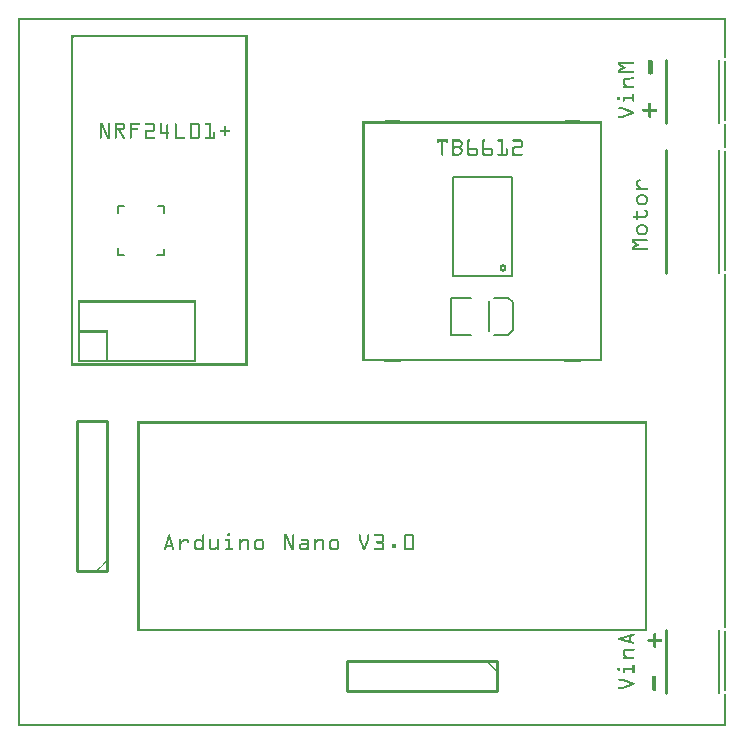
<source format=gto>
G04 MADE WITH FRITZING*
G04 WWW.FRITZING.ORG*
G04 DOUBLE SIDED*
G04 HOLES PLATED*
G04 CONTOUR ON CENTER OF CONTOUR VECTOR*
%ASAXBY*%
%FSLAX23Y23*%
%MOIN*%
%OFA0B0*%
%SFA1.0B1.0*%
%ADD10C,0.024667X0.00866666*%
%ADD11C,0.008000*%
%ADD12C,0.010000*%
%ADD13C,0.005000*%
%ADD14C,0.005556*%
%ADD15R,0.001000X0.001000*%
%LNSILK1*%
G90*
G70*
G54D10*
X1617Y1527D03*
G54D11*
X1512Y1304D02*
X1445Y1304D01*
D02*
X1445Y1304D02*
X1445Y1428D01*
D02*
X1445Y1428D02*
X1512Y1428D01*
D02*
X1587Y1306D02*
X1634Y1306D01*
D02*
X1634Y1306D02*
X1651Y1320D01*
D02*
X1651Y1320D02*
X1651Y1415D01*
D02*
X1651Y1415D02*
X1634Y1428D01*
D02*
X1634Y1428D02*
X1587Y1428D01*
D02*
X1634Y1428D02*
X1587Y1428D01*
D02*
X1572Y1418D02*
X1572Y1317D01*
D02*
X1873Y2017D02*
X1823Y2017D01*
D02*
X1873Y1217D02*
X1823Y1217D01*
D02*
X1223Y1217D02*
X1273Y1217D01*
D02*
X1223Y2017D02*
X1273Y2017D01*
D02*
X1449Y1500D02*
X1449Y1833D01*
D02*
X1449Y1833D02*
X1647Y1833D01*
D02*
X1647Y1833D02*
X1647Y1500D01*
D02*
X1647Y1500D02*
X1449Y1500D01*
G54D12*
D02*
X2160Y322D02*
X2160Y112D01*
G54D13*
D02*
X2336Y112D02*
X2336Y322D01*
G54D12*
D02*
X2160Y2222D02*
X2160Y2012D01*
G54D13*
D02*
X2336Y2012D02*
X2336Y2222D01*
G54D12*
D02*
X2160Y1922D02*
X2160Y1512D01*
G54D13*
D02*
X2336Y1512D02*
X2336Y1922D01*
G54D12*
D02*
X298Y517D02*
X298Y1017D01*
D02*
X298Y1017D02*
X198Y1017D01*
D02*
X198Y1017D02*
X198Y517D01*
D02*
X198Y517D02*
X298Y517D01*
D02*
X1598Y217D02*
X1098Y217D01*
D02*
X1098Y217D02*
X1098Y117D01*
D02*
X1098Y117D02*
X1598Y117D01*
D02*
X1598Y117D02*
X1598Y217D01*
G54D14*
X354Y1572D02*
X333Y1572D01*
X333Y1594D01*
D02*
X466Y1734D02*
X487Y1734D01*
X487Y1712D01*
D02*
X487Y1593D02*
X487Y1572D01*
X464Y1572D01*
D02*
X333Y1713D02*
X333Y1734D01*
X355Y1734D01*
D02*
G54D15*
X0Y2362D02*
X2361Y2362D01*
X0Y2361D02*
X2361Y2361D01*
X0Y2360D02*
X2361Y2360D01*
X0Y2359D02*
X2361Y2359D01*
X0Y2358D02*
X2361Y2358D01*
X0Y2357D02*
X2361Y2357D01*
X0Y2356D02*
X2361Y2356D01*
X0Y2355D02*
X2361Y2355D01*
X0Y2354D02*
X7Y2354D01*
X2354Y2354D02*
X2361Y2354D01*
X0Y2353D02*
X7Y2353D01*
X2354Y2353D02*
X2361Y2353D01*
X0Y2352D02*
X7Y2352D01*
X2354Y2352D02*
X2361Y2352D01*
X0Y2351D02*
X7Y2351D01*
X2354Y2351D02*
X2361Y2351D01*
X0Y2350D02*
X7Y2350D01*
X2354Y2350D02*
X2361Y2350D01*
X0Y2349D02*
X7Y2349D01*
X2354Y2349D02*
X2361Y2349D01*
X0Y2348D02*
X7Y2348D01*
X2354Y2348D02*
X2361Y2348D01*
X0Y2347D02*
X7Y2347D01*
X2354Y2347D02*
X2361Y2347D01*
X0Y2346D02*
X7Y2346D01*
X2354Y2346D02*
X2361Y2346D01*
X0Y2345D02*
X7Y2345D01*
X2354Y2345D02*
X2361Y2345D01*
X0Y2344D02*
X7Y2344D01*
X2354Y2344D02*
X2361Y2344D01*
X0Y2343D02*
X7Y2343D01*
X2354Y2343D02*
X2361Y2343D01*
X0Y2342D02*
X7Y2342D01*
X2354Y2342D02*
X2361Y2342D01*
X0Y2341D02*
X7Y2341D01*
X2354Y2341D02*
X2361Y2341D01*
X0Y2340D02*
X7Y2340D01*
X2354Y2340D02*
X2361Y2340D01*
X0Y2339D02*
X7Y2339D01*
X2354Y2339D02*
X2361Y2339D01*
X0Y2338D02*
X7Y2338D01*
X2354Y2338D02*
X2361Y2338D01*
X0Y2337D02*
X7Y2337D01*
X2354Y2337D02*
X2361Y2337D01*
X0Y2336D02*
X7Y2336D01*
X2354Y2336D02*
X2361Y2336D01*
X0Y2335D02*
X7Y2335D01*
X2354Y2335D02*
X2361Y2335D01*
X0Y2334D02*
X7Y2334D01*
X2354Y2334D02*
X2361Y2334D01*
X0Y2333D02*
X7Y2333D01*
X2354Y2333D02*
X2361Y2333D01*
X0Y2332D02*
X7Y2332D01*
X2354Y2332D02*
X2361Y2332D01*
X0Y2331D02*
X7Y2331D01*
X2354Y2331D02*
X2361Y2331D01*
X0Y2330D02*
X7Y2330D01*
X2354Y2330D02*
X2361Y2330D01*
X0Y2329D02*
X7Y2329D01*
X2354Y2329D02*
X2361Y2329D01*
X0Y2328D02*
X7Y2328D01*
X2354Y2328D02*
X2361Y2328D01*
X0Y2327D02*
X7Y2327D01*
X2354Y2327D02*
X2361Y2327D01*
X0Y2326D02*
X7Y2326D01*
X2354Y2326D02*
X2361Y2326D01*
X0Y2325D02*
X7Y2325D01*
X2354Y2325D02*
X2361Y2325D01*
X0Y2324D02*
X7Y2324D01*
X2354Y2324D02*
X2361Y2324D01*
X0Y2323D02*
X7Y2323D01*
X2354Y2323D02*
X2361Y2323D01*
X0Y2322D02*
X7Y2322D01*
X2354Y2322D02*
X2361Y2322D01*
X0Y2321D02*
X7Y2321D01*
X2354Y2321D02*
X2361Y2321D01*
X0Y2320D02*
X7Y2320D01*
X2354Y2320D02*
X2361Y2320D01*
X0Y2319D02*
X7Y2319D01*
X2354Y2319D02*
X2361Y2319D01*
X0Y2318D02*
X7Y2318D01*
X2354Y2318D02*
X2361Y2318D01*
X0Y2317D02*
X7Y2317D01*
X2354Y2317D02*
X2361Y2317D01*
X0Y2316D02*
X7Y2316D01*
X2354Y2316D02*
X2361Y2316D01*
X0Y2315D02*
X7Y2315D01*
X2354Y2315D02*
X2361Y2315D01*
X0Y2314D02*
X7Y2314D01*
X2354Y2314D02*
X2361Y2314D01*
X0Y2313D02*
X7Y2313D01*
X2354Y2313D02*
X2361Y2313D01*
X0Y2312D02*
X7Y2312D01*
X2354Y2312D02*
X2361Y2312D01*
X0Y2311D02*
X7Y2311D01*
X2354Y2311D02*
X2361Y2311D01*
X0Y2310D02*
X7Y2310D01*
X2354Y2310D02*
X2361Y2310D01*
X0Y2309D02*
X7Y2309D01*
X2354Y2309D02*
X2361Y2309D01*
X0Y2308D02*
X7Y2308D01*
X2354Y2308D02*
X2361Y2308D01*
X0Y2307D02*
X7Y2307D01*
X2354Y2307D02*
X2361Y2307D01*
X0Y2306D02*
X7Y2306D01*
X2354Y2306D02*
X2361Y2306D01*
X0Y2305D02*
X7Y2305D01*
X177Y2305D02*
X766Y2305D01*
X2354Y2305D02*
X2361Y2305D01*
X0Y2304D02*
X7Y2304D01*
X177Y2304D02*
X766Y2304D01*
X2354Y2304D02*
X2361Y2304D01*
X0Y2303D02*
X7Y2303D01*
X177Y2303D02*
X766Y2303D01*
X2354Y2303D02*
X2361Y2303D01*
X0Y2302D02*
X7Y2302D01*
X177Y2302D02*
X766Y2302D01*
X2354Y2302D02*
X2361Y2302D01*
X0Y2301D02*
X7Y2301D01*
X177Y2301D02*
X766Y2301D01*
X2354Y2301D02*
X2361Y2301D01*
X0Y2300D02*
X7Y2300D01*
X177Y2300D02*
X766Y2300D01*
X2354Y2300D02*
X2361Y2300D01*
X0Y2299D02*
X7Y2299D01*
X177Y2299D02*
X766Y2299D01*
X2354Y2299D02*
X2361Y2299D01*
X0Y2298D02*
X7Y2298D01*
X177Y2298D02*
X766Y2298D01*
X2354Y2298D02*
X2361Y2298D01*
X0Y2297D02*
X7Y2297D01*
X177Y2297D02*
X766Y2297D01*
X2354Y2297D02*
X2361Y2297D01*
X0Y2296D02*
X7Y2296D01*
X177Y2296D02*
X185Y2296D01*
X759Y2296D02*
X766Y2296D01*
X2354Y2296D02*
X2361Y2296D01*
X0Y2295D02*
X7Y2295D01*
X177Y2295D02*
X184Y2295D01*
X759Y2295D02*
X766Y2295D01*
X2354Y2295D02*
X2361Y2295D01*
X0Y2294D02*
X7Y2294D01*
X177Y2294D02*
X184Y2294D01*
X759Y2294D02*
X766Y2294D01*
X2354Y2294D02*
X2361Y2294D01*
X0Y2293D02*
X7Y2293D01*
X177Y2293D02*
X184Y2293D01*
X759Y2293D02*
X766Y2293D01*
X2354Y2293D02*
X2361Y2293D01*
X0Y2292D02*
X7Y2292D01*
X177Y2292D02*
X184Y2292D01*
X759Y2292D02*
X766Y2292D01*
X2354Y2292D02*
X2361Y2292D01*
X0Y2291D02*
X7Y2291D01*
X177Y2291D02*
X184Y2291D01*
X759Y2291D02*
X766Y2291D01*
X2354Y2291D02*
X2361Y2291D01*
X0Y2290D02*
X7Y2290D01*
X177Y2290D02*
X184Y2290D01*
X759Y2290D02*
X766Y2290D01*
X2354Y2290D02*
X2361Y2290D01*
X0Y2289D02*
X7Y2289D01*
X177Y2289D02*
X184Y2289D01*
X759Y2289D02*
X766Y2289D01*
X2354Y2289D02*
X2361Y2289D01*
X0Y2288D02*
X7Y2288D01*
X177Y2288D02*
X184Y2288D01*
X759Y2288D02*
X766Y2288D01*
X2354Y2288D02*
X2361Y2288D01*
X0Y2287D02*
X7Y2287D01*
X177Y2287D02*
X184Y2287D01*
X759Y2287D02*
X766Y2287D01*
X2354Y2287D02*
X2361Y2287D01*
X0Y2286D02*
X7Y2286D01*
X177Y2286D02*
X184Y2286D01*
X759Y2286D02*
X766Y2286D01*
X2354Y2286D02*
X2361Y2286D01*
X0Y2285D02*
X7Y2285D01*
X177Y2285D02*
X184Y2285D01*
X759Y2285D02*
X766Y2285D01*
X2354Y2285D02*
X2361Y2285D01*
X0Y2284D02*
X7Y2284D01*
X177Y2284D02*
X184Y2284D01*
X759Y2284D02*
X766Y2284D01*
X2354Y2284D02*
X2361Y2284D01*
X0Y2283D02*
X7Y2283D01*
X177Y2283D02*
X184Y2283D01*
X759Y2283D02*
X766Y2283D01*
X2354Y2283D02*
X2361Y2283D01*
X0Y2282D02*
X7Y2282D01*
X177Y2282D02*
X184Y2282D01*
X759Y2282D02*
X766Y2282D01*
X2354Y2282D02*
X2361Y2282D01*
X0Y2281D02*
X7Y2281D01*
X177Y2281D02*
X184Y2281D01*
X759Y2281D02*
X766Y2281D01*
X2354Y2281D02*
X2361Y2281D01*
X0Y2280D02*
X7Y2280D01*
X177Y2280D02*
X184Y2280D01*
X759Y2280D02*
X766Y2280D01*
X2354Y2280D02*
X2361Y2280D01*
X0Y2279D02*
X7Y2279D01*
X177Y2279D02*
X184Y2279D01*
X759Y2279D02*
X766Y2279D01*
X2354Y2279D02*
X2361Y2279D01*
X0Y2278D02*
X7Y2278D01*
X177Y2278D02*
X184Y2278D01*
X759Y2278D02*
X766Y2278D01*
X2354Y2278D02*
X2361Y2278D01*
X0Y2277D02*
X7Y2277D01*
X177Y2277D02*
X184Y2277D01*
X759Y2277D02*
X766Y2277D01*
X2354Y2277D02*
X2361Y2277D01*
X0Y2276D02*
X7Y2276D01*
X177Y2276D02*
X184Y2276D01*
X759Y2276D02*
X766Y2276D01*
X2354Y2276D02*
X2361Y2276D01*
X0Y2275D02*
X7Y2275D01*
X177Y2275D02*
X184Y2275D01*
X759Y2275D02*
X766Y2275D01*
X2354Y2275D02*
X2361Y2275D01*
X0Y2274D02*
X7Y2274D01*
X177Y2274D02*
X184Y2274D01*
X759Y2274D02*
X766Y2274D01*
X2354Y2274D02*
X2361Y2274D01*
X0Y2273D02*
X7Y2273D01*
X177Y2273D02*
X184Y2273D01*
X759Y2273D02*
X766Y2273D01*
X2354Y2273D02*
X2361Y2273D01*
X0Y2272D02*
X7Y2272D01*
X177Y2272D02*
X184Y2272D01*
X759Y2272D02*
X766Y2272D01*
X2354Y2272D02*
X2361Y2272D01*
X0Y2271D02*
X7Y2271D01*
X177Y2271D02*
X184Y2271D01*
X759Y2271D02*
X766Y2271D01*
X2354Y2271D02*
X2361Y2271D01*
X0Y2270D02*
X7Y2270D01*
X177Y2270D02*
X184Y2270D01*
X759Y2270D02*
X766Y2270D01*
X2354Y2270D02*
X2361Y2270D01*
X0Y2269D02*
X7Y2269D01*
X177Y2269D02*
X184Y2269D01*
X759Y2269D02*
X766Y2269D01*
X2354Y2269D02*
X2361Y2269D01*
X0Y2268D02*
X7Y2268D01*
X177Y2268D02*
X184Y2268D01*
X759Y2268D02*
X766Y2268D01*
X2354Y2268D02*
X2361Y2268D01*
X0Y2267D02*
X7Y2267D01*
X177Y2267D02*
X184Y2267D01*
X759Y2267D02*
X766Y2267D01*
X2354Y2267D02*
X2361Y2267D01*
X0Y2266D02*
X7Y2266D01*
X177Y2266D02*
X184Y2266D01*
X759Y2266D02*
X766Y2266D01*
X2354Y2266D02*
X2361Y2266D01*
X0Y2265D02*
X7Y2265D01*
X177Y2265D02*
X184Y2265D01*
X759Y2265D02*
X766Y2265D01*
X2354Y2265D02*
X2361Y2265D01*
X0Y2264D02*
X7Y2264D01*
X177Y2264D02*
X184Y2264D01*
X759Y2264D02*
X766Y2264D01*
X2354Y2264D02*
X2361Y2264D01*
X0Y2263D02*
X7Y2263D01*
X177Y2263D02*
X184Y2263D01*
X759Y2263D02*
X766Y2263D01*
X2354Y2263D02*
X2361Y2263D01*
X0Y2262D02*
X7Y2262D01*
X177Y2262D02*
X184Y2262D01*
X759Y2262D02*
X766Y2262D01*
X2354Y2262D02*
X2361Y2262D01*
X0Y2261D02*
X7Y2261D01*
X177Y2261D02*
X184Y2261D01*
X759Y2261D02*
X766Y2261D01*
X2354Y2261D02*
X2361Y2261D01*
X0Y2260D02*
X7Y2260D01*
X177Y2260D02*
X184Y2260D01*
X759Y2260D02*
X766Y2260D01*
X2354Y2260D02*
X2361Y2260D01*
X0Y2259D02*
X7Y2259D01*
X177Y2259D02*
X184Y2259D01*
X759Y2259D02*
X766Y2259D01*
X2354Y2259D02*
X2361Y2259D01*
X0Y2258D02*
X7Y2258D01*
X177Y2258D02*
X184Y2258D01*
X759Y2258D02*
X766Y2258D01*
X2354Y2258D02*
X2361Y2258D01*
X0Y2257D02*
X7Y2257D01*
X177Y2257D02*
X184Y2257D01*
X759Y2257D02*
X766Y2257D01*
X2354Y2257D02*
X2361Y2257D01*
X0Y2256D02*
X7Y2256D01*
X177Y2256D02*
X184Y2256D01*
X759Y2256D02*
X766Y2256D01*
X2354Y2256D02*
X2361Y2256D01*
X0Y2255D02*
X7Y2255D01*
X177Y2255D02*
X184Y2255D01*
X759Y2255D02*
X766Y2255D01*
X2354Y2255D02*
X2361Y2255D01*
X0Y2254D02*
X7Y2254D01*
X177Y2254D02*
X184Y2254D01*
X759Y2254D02*
X766Y2254D01*
X2354Y2254D02*
X2361Y2254D01*
X0Y2253D02*
X7Y2253D01*
X177Y2253D02*
X184Y2253D01*
X759Y2253D02*
X766Y2253D01*
X2354Y2253D02*
X2361Y2253D01*
X0Y2252D02*
X7Y2252D01*
X177Y2252D02*
X184Y2252D01*
X759Y2252D02*
X766Y2252D01*
X2354Y2252D02*
X2361Y2252D01*
X0Y2251D02*
X7Y2251D01*
X177Y2251D02*
X184Y2251D01*
X759Y2251D02*
X766Y2251D01*
X2354Y2251D02*
X2361Y2251D01*
X0Y2250D02*
X7Y2250D01*
X177Y2250D02*
X184Y2250D01*
X759Y2250D02*
X766Y2250D01*
X2354Y2250D02*
X2361Y2250D01*
X0Y2249D02*
X7Y2249D01*
X177Y2249D02*
X184Y2249D01*
X759Y2249D02*
X766Y2249D01*
X2354Y2249D02*
X2361Y2249D01*
X0Y2248D02*
X7Y2248D01*
X177Y2248D02*
X184Y2248D01*
X759Y2248D02*
X766Y2248D01*
X2354Y2248D02*
X2361Y2248D01*
X0Y2247D02*
X7Y2247D01*
X177Y2247D02*
X184Y2247D01*
X759Y2247D02*
X766Y2247D01*
X2354Y2247D02*
X2361Y2247D01*
X0Y2246D02*
X7Y2246D01*
X177Y2246D02*
X184Y2246D01*
X759Y2246D02*
X766Y2246D01*
X2354Y2246D02*
X2361Y2246D01*
X0Y2245D02*
X7Y2245D01*
X177Y2245D02*
X184Y2245D01*
X759Y2245D02*
X766Y2245D01*
X2354Y2245D02*
X2361Y2245D01*
X0Y2244D02*
X7Y2244D01*
X177Y2244D02*
X184Y2244D01*
X759Y2244D02*
X766Y2244D01*
X2354Y2244D02*
X2361Y2244D01*
X0Y2243D02*
X7Y2243D01*
X177Y2243D02*
X184Y2243D01*
X759Y2243D02*
X766Y2243D01*
X2354Y2243D02*
X2361Y2243D01*
X0Y2242D02*
X7Y2242D01*
X177Y2242D02*
X184Y2242D01*
X759Y2242D02*
X766Y2242D01*
X2354Y2242D02*
X2361Y2242D01*
X0Y2241D02*
X7Y2241D01*
X177Y2241D02*
X184Y2241D01*
X759Y2241D02*
X766Y2241D01*
X2354Y2241D02*
X2361Y2241D01*
X0Y2240D02*
X7Y2240D01*
X177Y2240D02*
X184Y2240D01*
X759Y2240D02*
X766Y2240D01*
X2354Y2240D02*
X2361Y2240D01*
X0Y2239D02*
X7Y2239D01*
X177Y2239D02*
X184Y2239D01*
X759Y2239D02*
X766Y2239D01*
X2354Y2239D02*
X2361Y2239D01*
X0Y2238D02*
X7Y2238D01*
X177Y2238D02*
X184Y2238D01*
X759Y2238D02*
X766Y2238D01*
X2354Y2238D02*
X2361Y2238D01*
X0Y2237D02*
X7Y2237D01*
X177Y2237D02*
X184Y2237D01*
X759Y2237D02*
X766Y2237D01*
X2354Y2237D02*
X2361Y2237D01*
X0Y2236D02*
X7Y2236D01*
X177Y2236D02*
X184Y2236D01*
X759Y2236D02*
X766Y2236D01*
X2354Y2236D02*
X2361Y2236D01*
X0Y2235D02*
X7Y2235D01*
X177Y2235D02*
X184Y2235D01*
X759Y2235D02*
X766Y2235D01*
X2354Y2235D02*
X2361Y2235D01*
X0Y2234D02*
X7Y2234D01*
X177Y2234D02*
X184Y2234D01*
X759Y2234D02*
X766Y2234D01*
X2354Y2234D02*
X2361Y2234D01*
X0Y2233D02*
X7Y2233D01*
X177Y2233D02*
X184Y2233D01*
X759Y2233D02*
X766Y2233D01*
X2354Y2233D02*
X2361Y2233D01*
X0Y2232D02*
X7Y2232D01*
X177Y2232D02*
X184Y2232D01*
X759Y2232D02*
X766Y2232D01*
X2354Y2232D02*
X2361Y2232D01*
X0Y2231D02*
X7Y2231D01*
X177Y2231D02*
X184Y2231D01*
X759Y2231D02*
X766Y2231D01*
X2354Y2231D02*
X2361Y2231D01*
X0Y2230D02*
X7Y2230D01*
X177Y2230D02*
X184Y2230D01*
X759Y2230D02*
X766Y2230D01*
X2354Y2230D02*
X2361Y2230D01*
X0Y2229D02*
X7Y2229D01*
X177Y2229D02*
X184Y2229D01*
X759Y2229D02*
X766Y2229D01*
X2354Y2229D02*
X2361Y2229D01*
X0Y2228D02*
X7Y2228D01*
X177Y2228D02*
X184Y2228D01*
X759Y2228D02*
X766Y2228D01*
X2354Y2228D02*
X2361Y2228D01*
X0Y2227D02*
X7Y2227D01*
X177Y2227D02*
X184Y2227D01*
X759Y2227D02*
X766Y2227D01*
X0Y2226D02*
X7Y2226D01*
X177Y2226D02*
X184Y2226D01*
X759Y2226D02*
X766Y2226D01*
X0Y2225D02*
X7Y2225D01*
X177Y2225D02*
X184Y2225D01*
X759Y2225D02*
X766Y2225D01*
X0Y2224D02*
X7Y2224D01*
X177Y2224D02*
X184Y2224D01*
X759Y2224D02*
X766Y2224D01*
X0Y2223D02*
X7Y2223D01*
X177Y2223D02*
X184Y2223D01*
X759Y2223D02*
X766Y2223D01*
X0Y2222D02*
X7Y2222D01*
X177Y2222D02*
X184Y2222D01*
X759Y2222D02*
X766Y2222D01*
X2104Y2222D02*
X2112Y2222D01*
X0Y2221D02*
X7Y2221D01*
X177Y2221D02*
X184Y2221D01*
X759Y2221D02*
X766Y2221D01*
X2103Y2221D02*
X2114Y2221D01*
X0Y2220D02*
X7Y2220D01*
X177Y2220D02*
X184Y2220D01*
X759Y2220D02*
X766Y2220D01*
X2102Y2220D02*
X2114Y2220D01*
X0Y2219D02*
X7Y2219D01*
X177Y2219D02*
X184Y2219D01*
X759Y2219D02*
X766Y2219D01*
X2102Y2219D02*
X2115Y2219D01*
X0Y2218D02*
X7Y2218D01*
X177Y2218D02*
X184Y2218D01*
X759Y2218D02*
X766Y2218D01*
X2102Y2218D02*
X2115Y2218D01*
X0Y2217D02*
X7Y2217D01*
X177Y2217D02*
X184Y2217D01*
X759Y2217D02*
X766Y2217D01*
X2102Y2217D02*
X2115Y2217D01*
X2354Y2217D02*
X2361Y2217D01*
X0Y2216D02*
X7Y2216D01*
X177Y2216D02*
X184Y2216D01*
X759Y2216D02*
X766Y2216D01*
X2102Y2216D02*
X2115Y2216D01*
X2354Y2216D02*
X2361Y2216D01*
X0Y2215D02*
X7Y2215D01*
X177Y2215D02*
X184Y2215D01*
X759Y2215D02*
X766Y2215D01*
X2102Y2215D02*
X2115Y2215D01*
X2354Y2215D02*
X2361Y2215D01*
X0Y2214D02*
X7Y2214D01*
X177Y2214D02*
X184Y2214D01*
X759Y2214D02*
X766Y2214D01*
X2102Y2214D02*
X2115Y2214D01*
X2354Y2214D02*
X2361Y2214D01*
X0Y2213D02*
X7Y2213D01*
X177Y2213D02*
X184Y2213D01*
X759Y2213D02*
X766Y2213D01*
X2001Y2213D02*
X2052Y2213D01*
X2102Y2213D02*
X2115Y2213D01*
X2354Y2213D02*
X2361Y2213D01*
X0Y2212D02*
X7Y2212D01*
X177Y2212D02*
X184Y2212D01*
X759Y2212D02*
X766Y2212D01*
X2001Y2212D02*
X2053Y2212D01*
X2102Y2212D02*
X2115Y2212D01*
X2354Y2212D02*
X2361Y2212D01*
X0Y2211D02*
X7Y2211D01*
X177Y2211D02*
X184Y2211D01*
X759Y2211D02*
X766Y2211D01*
X2001Y2211D02*
X2054Y2211D01*
X2102Y2211D02*
X2115Y2211D01*
X2354Y2211D02*
X2361Y2211D01*
X0Y2210D02*
X7Y2210D01*
X177Y2210D02*
X184Y2210D01*
X759Y2210D02*
X766Y2210D01*
X2001Y2210D02*
X2054Y2210D01*
X2102Y2210D02*
X2115Y2210D01*
X2354Y2210D02*
X2361Y2210D01*
X0Y2209D02*
X7Y2209D01*
X177Y2209D02*
X184Y2209D01*
X759Y2209D02*
X766Y2209D01*
X2001Y2209D02*
X2054Y2209D01*
X2102Y2209D02*
X2115Y2209D01*
X2354Y2209D02*
X2361Y2209D01*
X0Y2208D02*
X7Y2208D01*
X177Y2208D02*
X184Y2208D01*
X759Y2208D02*
X766Y2208D01*
X2001Y2208D02*
X2054Y2208D01*
X2102Y2208D02*
X2115Y2208D01*
X2354Y2208D02*
X2361Y2208D01*
X0Y2207D02*
X7Y2207D01*
X177Y2207D02*
X184Y2207D01*
X759Y2207D02*
X766Y2207D01*
X2001Y2207D02*
X2053Y2207D01*
X2102Y2207D02*
X2115Y2207D01*
X2354Y2207D02*
X2361Y2207D01*
X0Y2206D02*
X7Y2206D01*
X177Y2206D02*
X184Y2206D01*
X759Y2206D02*
X766Y2206D01*
X2001Y2206D02*
X2010Y2206D01*
X2102Y2206D02*
X2115Y2206D01*
X2354Y2206D02*
X2361Y2206D01*
X0Y2205D02*
X7Y2205D01*
X177Y2205D02*
X184Y2205D01*
X759Y2205D02*
X766Y2205D01*
X2001Y2205D02*
X2012Y2205D01*
X2102Y2205D02*
X2115Y2205D01*
X2354Y2205D02*
X2361Y2205D01*
X0Y2204D02*
X7Y2204D01*
X177Y2204D02*
X184Y2204D01*
X759Y2204D02*
X766Y2204D01*
X2002Y2204D02*
X2013Y2204D01*
X2102Y2204D02*
X2115Y2204D01*
X2354Y2204D02*
X2361Y2204D01*
X0Y2203D02*
X7Y2203D01*
X177Y2203D02*
X184Y2203D01*
X759Y2203D02*
X766Y2203D01*
X2003Y2203D02*
X2015Y2203D01*
X2102Y2203D02*
X2115Y2203D01*
X2354Y2203D02*
X2361Y2203D01*
X0Y2202D02*
X7Y2202D01*
X177Y2202D02*
X184Y2202D01*
X759Y2202D02*
X766Y2202D01*
X2005Y2202D02*
X2016Y2202D01*
X2102Y2202D02*
X2115Y2202D01*
X2354Y2202D02*
X2361Y2202D01*
X0Y2201D02*
X7Y2201D01*
X177Y2201D02*
X184Y2201D01*
X759Y2201D02*
X766Y2201D01*
X2006Y2201D02*
X2017Y2201D01*
X2102Y2201D02*
X2115Y2201D01*
X2354Y2201D02*
X2361Y2201D01*
X0Y2200D02*
X7Y2200D01*
X177Y2200D02*
X184Y2200D01*
X759Y2200D02*
X766Y2200D01*
X2008Y2200D02*
X2019Y2200D01*
X2102Y2200D02*
X2115Y2200D01*
X2354Y2200D02*
X2361Y2200D01*
X0Y2199D02*
X7Y2199D01*
X177Y2199D02*
X184Y2199D01*
X759Y2199D02*
X766Y2199D01*
X2009Y2199D02*
X2023Y2199D01*
X2102Y2199D02*
X2115Y2199D01*
X2354Y2199D02*
X2361Y2199D01*
X0Y2198D02*
X7Y2198D01*
X177Y2198D02*
X184Y2198D01*
X759Y2198D02*
X766Y2198D01*
X2010Y2198D02*
X2024Y2198D01*
X2102Y2198D02*
X2115Y2198D01*
X2354Y2198D02*
X2361Y2198D01*
X0Y2197D02*
X7Y2197D01*
X177Y2197D02*
X184Y2197D01*
X759Y2197D02*
X766Y2197D01*
X2012Y2197D02*
X2025Y2197D01*
X2102Y2197D02*
X2115Y2197D01*
X2354Y2197D02*
X2361Y2197D01*
X0Y2196D02*
X7Y2196D01*
X177Y2196D02*
X184Y2196D01*
X759Y2196D02*
X766Y2196D01*
X2013Y2196D02*
X2025Y2196D01*
X2102Y2196D02*
X2115Y2196D01*
X2354Y2196D02*
X2361Y2196D01*
X0Y2195D02*
X7Y2195D01*
X177Y2195D02*
X184Y2195D01*
X759Y2195D02*
X766Y2195D01*
X2012Y2195D02*
X2025Y2195D01*
X2102Y2195D02*
X2115Y2195D01*
X2354Y2195D02*
X2361Y2195D01*
X0Y2194D02*
X7Y2194D01*
X177Y2194D02*
X184Y2194D01*
X759Y2194D02*
X766Y2194D01*
X2010Y2194D02*
X2024Y2194D01*
X2102Y2194D02*
X2115Y2194D01*
X2354Y2194D02*
X2361Y2194D01*
X0Y2193D02*
X7Y2193D01*
X177Y2193D02*
X184Y2193D01*
X759Y2193D02*
X766Y2193D01*
X2009Y2193D02*
X2023Y2193D01*
X2102Y2193D02*
X2115Y2193D01*
X2354Y2193D02*
X2361Y2193D01*
X0Y2192D02*
X7Y2192D01*
X177Y2192D02*
X184Y2192D01*
X759Y2192D02*
X766Y2192D01*
X2007Y2192D02*
X2019Y2192D01*
X2102Y2192D02*
X2115Y2192D01*
X2354Y2192D02*
X2361Y2192D01*
X0Y2191D02*
X7Y2191D01*
X177Y2191D02*
X184Y2191D01*
X759Y2191D02*
X766Y2191D01*
X2006Y2191D02*
X2017Y2191D01*
X2102Y2191D02*
X2115Y2191D01*
X2354Y2191D02*
X2361Y2191D01*
X0Y2190D02*
X7Y2190D01*
X177Y2190D02*
X184Y2190D01*
X759Y2190D02*
X766Y2190D01*
X2005Y2190D02*
X2016Y2190D01*
X2102Y2190D02*
X2115Y2190D01*
X2354Y2190D02*
X2361Y2190D01*
X0Y2189D02*
X7Y2189D01*
X177Y2189D02*
X184Y2189D01*
X759Y2189D02*
X766Y2189D01*
X2003Y2189D02*
X2014Y2189D01*
X2102Y2189D02*
X2115Y2189D01*
X2354Y2189D02*
X2361Y2189D01*
X0Y2188D02*
X7Y2188D01*
X177Y2188D02*
X184Y2188D01*
X759Y2188D02*
X766Y2188D01*
X2002Y2188D02*
X2013Y2188D01*
X2102Y2188D02*
X2115Y2188D01*
X2354Y2188D02*
X2361Y2188D01*
X0Y2187D02*
X7Y2187D01*
X177Y2187D02*
X184Y2187D01*
X759Y2187D02*
X766Y2187D01*
X2001Y2187D02*
X2012Y2187D01*
X2102Y2187D02*
X2115Y2187D01*
X2354Y2187D02*
X2361Y2187D01*
X0Y2186D02*
X7Y2186D01*
X177Y2186D02*
X184Y2186D01*
X759Y2186D02*
X766Y2186D01*
X2001Y2186D02*
X2011Y2186D01*
X2102Y2186D02*
X2115Y2186D01*
X2354Y2186D02*
X2361Y2186D01*
X0Y2185D02*
X7Y2185D01*
X177Y2185D02*
X184Y2185D01*
X759Y2185D02*
X766Y2185D01*
X2001Y2185D02*
X2053Y2185D01*
X2102Y2185D02*
X2115Y2185D01*
X2354Y2185D02*
X2361Y2185D01*
X0Y2184D02*
X7Y2184D01*
X177Y2184D02*
X184Y2184D01*
X759Y2184D02*
X766Y2184D01*
X2001Y2184D02*
X2054Y2184D01*
X2102Y2184D02*
X2115Y2184D01*
X2354Y2184D02*
X2361Y2184D01*
X0Y2183D02*
X7Y2183D01*
X177Y2183D02*
X184Y2183D01*
X759Y2183D02*
X766Y2183D01*
X2001Y2183D02*
X2054Y2183D01*
X2102Y2183D02*
X2115Y2183D01*
X2354Y2183D02*
X2361Y2183D01*
X0Y2182D02*
X7Y2182D01*
X177Y2182D02*
X184Y2182D01*
X759Y2182D02*
X766Y2182D01*
X2001Y2182D02*
X2054Y2182D01*
X2102Y2182D02*
X2115Y2182D01*
X2354Y2182D02*
X2361Y2182D01*
X0Y2181D02*
X7Y2181D01*
X177Y2181D02*
X184Y2181D01*
X759Y2181D02*
X766Y2181D01*
X2001Y2181D02*
X2054Y2181D01*
X2102Y2181D02*
X2115Y2181D01*
X2354Y2181D02*
X2361Y2181D01*
X0Y2180D02*
X7Y2180D01*
X177Y2180D02*
X184Y2180D01*
X759Y2180D02*
X766Y2180D01*
X2001Y2180D02*
X2053Y2180D01*
X2102Y2180D02*
X2115Y2180D01*
X2354Y2180D02*
X2361Y2180D01*
X0Y2179D02*
X7Y2179D01*
X177Y2179D02*
X184Y2179D01*
X759Y2179D02*
X766Y2179D01*
X2001Y2179D02*
X2052Y2179D01*
X2102Y2179D02*
X2115Y2179D01*
X2354Y2179D02*
X2361Y2179D01*
X0Y2178D02*
X7Y2178D01*
X177Y2178D02*
X184Y2178D01*
X759Y2178D02*
X766Y2178D01*
X2102Y2178D02*
X2115Y2178D01*
X2354Y2178D02*
X2361Y2178D01*
X0Y2177D02*
X7Y2177D01*
X177Y2177D02*
X184Y2177D01*
X759Y2177D02*
X766Y2177D01*
X2102Y2177D02*
X2115Y2177D01*
X2354Y2177D02*
X2361Y2177D01*
X0Y2176D02*
X7Y2176D01*
X177Y2176D02*
X184Y2176D01*
X759Y2176D02*
X766Y2176D01*
X2102Y2176D02*
X2115Y2176D01*
X2354Y2176D02*
X2361Y2176D01*
X0Y2175D02*
X7Y2175D01*
X177Y2175D02*
X184Y2175D01*
X759Y2175D02*
X766Y2175D01*
X2103Y2175D02*
X2114Y2175D01*
X2354Y2175D02*
X2361Y2175D01*
X0Y2174D02*
X7Y2174D01*
X177Y2174D02*
X184Y2174D01*
X759Y2174D02*
X766Y2174D01*
X2104Y2174D02*
X2113Y2174D01*
X2354Y2174D02*
X2361Y2174D01*
X0Y2173D02*
X7Y2173D01*
X177Y2173D02*
X184Y2173D01*
X759Y2173D02*
X766Y2173D01*
X2106Y2173D02*
X2111Y2173D01*
X2354Y2173D02*
X2361Y2173D01*
X0Y2172D02*
X7Y2172D01*
X177Y2172D02*
X184Y2172D01*
X759Y2172D02*
X766Y2172D01*
X2354Y2172D02*
X2361Y2172D01*
X0Y2171D02*
X7Y2171D01*
X177Y2171D02*
X184Y2171D01*
X759Y2171D02*
X766Y2171D01*
X2354Y2171D02*
X2361Y2171D01*
X0Y2170D02*
X7Y2170D01*
X177Y2170D02*
X184Y2170D01*
X759Y2170D02*
X766Y2170D01*
X2354Y2170D02*
X2361Y2170D01*
X0Y2169D02*
X7Y2169D01*
X177Y2169D02*
X184Y2169D01*
X759Y2169D02*
X766Y2169D01*
X2354Y2169D02*
X2361Y2169D01*
X0Y2168D02*
X7Y2168D01*
X177Y2168D02*
X184Y2168D01*
X759Y2168D02*
X766Y2168D01*
X2354Y2168D02*
X2361Y2168D01*
X0Y2167D02*
X7Y2167D01*
X177Y2167D02*
X184Y2167D01*
X759Y2167D02*
X766Y2167D01*
X2354Y2167D02*
X2361Y2167D01*
X0Y2166D02*
X7Y2166D01*
X177Y2166D02*
X184Y2166D01*
X759Y2166D02*
X766Y2166D01*
X2354Y2166D02*
X2361Y2166D01*
X0Y2165D02*
X7Y2165D01*
X177Y2165D02*
X184Y2165D01*
X759Y2165D02*
X766Y2165D01*
X2354Y2165D02*
X2361Y2165D01*
X0Y2164D02*
X7Y2164D01*
X177Y2164D02*
X184Y2164D01*
X759Y2164D02*
X766Y2164D01*
X2354Y2164D02*
X2361Y2164D01*
X0Y2163D02*
X7Y2163D01*
X177Y2163D02*
X184Y2163D01*
X759Y2163D02*
X766Y2163D01*
X2043Y2163D02*
X2052Y2163D01*
X2354Y2163D02*
X2361Y2163D01*
X0Y2162D02*
X7Y2162D01*
X177Y2162D02*
X184Y2162D01*
X759Y2162D02*
X766Y2162D01*
X2023Y2162D02*
X2053Y2162D01*
X2354Y2162D02*
X2361Y2162D01*
X0Y2161D02*
X7Y2161D01*
X177Y2161D02*
X184Y2161D01*
X759Y2161D02*
X766Y2161D01*
X2021Y2161D02*
X2054Y2161D01*
X2354Y2161D02*
X2361Y2161D01*
X0Y2160D02*
X7Y2160D01*
X177Y2160D02*
X184Y2160D01*
X759Y2160D02*
X766Y2160D01*
X2020Y2160D02*
X2054Y2160D01*
X2354Y2160D02*
X2361Y2160D01*
X0Y2159D02*
X7Y2159D01*
X177Y2159D02*
X184Y2159D01*
X759Y2159D02*
X766Y2159D01*
X2019Y2159D02*
X2054Y2159D01*
X2354Y2159D02*
X2361Y2159D01*
X0Y2158D02*
X7Y2158D01*
X177Y2158D02*
X184Y2158D01*
X759Y2158D02*
X766Y2158D01*
X2018Y2158D02*
X2054Y2158D01*
X2354Y2158D02*
X2361Y2158D01*
X0Y2157D02*
X7Y2157D01*
X177Y2157D02*
X184Y2157D01*
X759Y2157D02*
X766Y2157D01*
X2017Y2157D02*
X2053Y2157D01*
X2354Y2157D02*
X2361Y2157D01*
X0Y2156D02*
X7Y2156D01*
X177Y2156D02*
X184Y2156D01*
X759Y2156D02*
X766Y2156D01*
X2017Y2156D02*
X2041Y2156D01*
X2354Y2156D02*
X2361Y2156D01*
X0Y2155D02*
X7Y2155D01*
X177Y2155D02*
X184Y2155D01*
X759Y2155D02*
X766Y2155D01*
X2016Y2155D02*
X2024Y2155D01*
X2354Y2155D02*
X2361Y2155D01*
X0Y2154D02*
X7Y2154D01*
X177Y2154D02*
X184Y2154D01*
X759Y2154D02*
X766Y2154D01*
X2016Y2154D02*
X2023Y2154D01*
X2354Y2154D02*
X2361Y2154D01*
X0Y2153D02*
X7Y2153D01*
X177Y2153D02*
X184Y2153D01*
X759Y2153D02*
X766Y2153D01*
X2016Y2153D02*
X2022Y2153D01*
X2354Y2153D02*
X2361Y2153D01*
X0Y2152D02*
X7Y2152D01*
X177Y2152D02*
X184Y2152D01*
X759Y2152D02*
X766Y2152D01*
X2016Y2152D02*
X2022Y2152D01*
X2354Y2152D02*
X2361Y2152D01*
X0Y2151D02*
X7Y2151D01*
X177Y2151D02*
X184Y2151D01*
X759Y2151D02*
X766Y2151D01*
X2016Y2151D02*
X2022Y2151D01*
X2354Y2151D02*
X2361Y2151D01*
X0Y2150D02*
X7Y2150D01*
X177Y2150D02*
X184Y2150D01*
X759Y2150D02*
X766Y2150D01*
X2016Y2150D02*
X2022Y2150D01*
X2354Y2150D02*
X2361Y2150D01*
X0Y2149D02*
X7Y2149D01*
X177Y2149D02*
X184Y2149D01*
X759Y2149D02*
X766Y2149D01*
X2016Y2149D02*
X2022Y2149D01*
X2354Y2149D02*
X2361Y2149D01*
X0Y2148D02*
X7Y2148D01*
X177Y2148D02*
X184Y2148D01*
X759Y2148D02*
X766Y2148D01*
X2016Y2148D02*
X2022Y2148D01*
X2354Y2148D02*
X2361Y2148D01*
X0Y2147D02*
X7Y2147D01*
X177Y2147D02*
X184Y2147D01*
X759Y2147D02*
X766Y2147D01*
X2016Y2147D02*
X2022Y2147D01*
X2354Y2147D02*
X2361Y2147D01*
X0Y2146D02*
X7Y2146D01*
X177Y2146D02*
X184Y2146D01*
X759Y2146D02*
X766Y2146D01*
X2016Y2146D02*
X2023Y2146D01*
X2354Y2146D02*
X2361Y2146D01*
X0Y2145D02*
X7Y2145D01*
X177Y2145D02*
X184Y2145D01*
X759Y2145D02*
X766Y2145D01*
X2016Y2145D02*
X2023Y2145D01*
X2354Y2145D02*
X2361Y2145D01*
X0Y2144D02*
X7Y2144D01*
X177Y2144D02*
X184Y2144D01*
X759Y2144D02*
X766Y2144D01*
X2017Y2144D02*
X2024Y2144D01*
X2354Y2144D02*
X2361Y2144D01*
X0Y2143D02*
X7Y2143D01*
X177Y2143D02*
X184Y2143D01*
X759Y2143D02*
X766Y2143D01*
X2017Y2143D02*
X2024Y2143D01*
X2354Y2143D02*
X2361Y2143D01*
X0Y2142D02*
X7Y2142D01*
X177Y2142D02*
X184Y2142D01*
X759Y2142D02*
X766Y2142D01*
X2018Y2142D02*
X2025Y2142D01*
X2354Y2142D02*
X2361Y2142D01*
X0Y2141D02*
X7Y2141D01*
X177Y2141D02*
X184Y2141D01*
X759Y2141D02*
X766Y2141D01*
X2018Y2141D02*
X2026Y2141D01*
X2354Y2141D02*
X2361Y2141D01*
X0Y2140D02*
X7Y2140D01*
X177Y2140D02*
X184Y2140D01*
X759Y2140D02*
X766Y2140D01*
X2019Y2140D02*
X2026Y2140D01*
X2354Y2140D02*
X2361Y2140D01*
X0Y2139D02*
X7Y2139D01*
X177Y2139D02*
X184Y2139D01*
X759Y2139D02*
X766Y2139D01*
X2020Y2139D02*
X2027Y2139D01*
X2354Y2139D02*
X2361Y2139D01*
X0Y2138D02*
X7Y2138D01*
X177Y2138D02*
X184Y2138D01*
X759Y2138D02*
X766Y2138D01*
X2020Y2138D02*
X2028Y2138D01*
X2354Y2138D02*
X2361Y2138D01*
X0Y2137D02*
X7Y2137D01*
X177Y2137D02*
X184Y2137D01*
X759Y2137D02*
X766Y2137D01*
X2021Y2137D02*
X2028Y2137D01*
X2354Y2137D02*
X2361Y2137D01*
X0Y2136D02*
X7Y2136D01*
X177Y2136D02*
X184Y2136D01*
X759Y2136D02*
X766Y2136D01*
X2021Y2136D02*
X2029Y2136D01*
X2354Y2136D02*
X2361Y2136D01*
X0Y2135D02*
X7Y2135D01*
X177Y2135D02*
X184Y2135D01*
X759Y2135D02*
X766Y2135D01*
X2017Y2135D02*
X2053Y2135D01*
X2354Y2135D02*
X2361Y2135D01*
X0Y2134D02*
X7Y2134D01*
X177Y2134D02*
X184Y2134D01*
X759Y2134D02*
X766Y2134D01*
X2016Y2134D02*
X2054Y2134D01*
X2354Y2134D02*
X2361Y2134D01*
X0Y2133D02*
X7Y2133D01*
X177Y2133D02*
X184Y2133D01*
X759Y2133D02*
X766Y2133D01*
X2016Y2133D02*
X2054Y2133D01*
X2354Y2133D02*
X2361Y2133D01*
X0Y2132D02*
X7Y2132D01*
X177Y2132D02*
X184Y2132D01*
X759Y2132D02*
X766Y2132D01*
X2016Y2132D02*
X2054Y2132D01*
X2354Y2132D02*
X2361Y2132D01*
X0Y2131D02*
X7Y2131D01*
X177Y2131D02*
X184Y2131D01*
X759Y2131D02*
X766Y2131D01*
X2016Y2131D02*
X2054Y2131D01*
X2354Y2131D02*
X2361Y2131D01*
X0Y2130D02*
X7Y2130D01*
X177Y2130D02*
X184Y2130D01*
X759Y2130D02*
X766Y2130D01*
X2017Y2130D02*
X2053Y2130D01*
X2354Y2130D02*
X2361Y2130D01*
X0Y2129D02*
X7Y2129D01*
X177Y2129D02*
X184Y2129D01*
X759Y2129D02*
X766Y2129D01*
X2018Y2129D02*
X2052Y2129D01*
X2354Y2129D02*
X2361Y2129D01*
X0Y2128D02*
X7Y2128D01*
X177Y2128D02*
X184Y2128D01*
X759Y2128D02*
X766Y2128D01*
X2354Y2128D02*
X2361Y2128D01*
X0Y2127D02*
X7Y2127D01*
X177Y2127D02*
X184Y2127D01*
X759Y2127D02*
X766Y2127D01*
X2354Y2127D02*
X2361Y2127D01*
X0Y2126D02*
X7Y2126D01*
X177Y2126D02*
X184Y2126D01*
X759Y2126D02*
X766Y2126D01*
X2354Y2126D02*
X2361Y2126D01*
X0Y2125D02*
X7Y2125D01*
X177Y2125D02*
X184Y2125D01*
X759Y2125D02*
X766Y2125D01*
X2354Y2125D02*
X2361Y2125D01*
X0Y2124D02*
X7Y2124D01*
X177Y2124D02*
X184Y2124D01*
X759Y2124D02*
X766Y2124D01*
X2354Y2124D02*
X2361Y2124D01*
X0Y2123D02*
X7Y2123D01*
X177Y2123D02*
X184Y2123D01*
X759Y2123D02*
X766Y2123D01*
X2354Y2123D02*
X2361Y2123D01*
X0Y2122D02*
X7Y2122D01*
X177Y2122D02*
X184Y2122D01*
X759Y2122D02*
X766Y2122D01*
X2354Y2122D02*
X2361Y2122D01*
X0Y2121D02*
X7Y2121D01*
X177Y2121D02*
X184Y2121D01*
X759Y2121D02*
X766Y2121D01*
X2354Y2121D02*
X2361Y2121D01*
X0Y2120D02*
X7Y2120D01*
X177Y2120D02*
X184Y2120D01*
X759Y2120D02*
X766Y2120D01*
X2354Y2120D02*
X2361Y2120D01*
X0Y2119D02*
X7Y2119D01*
X177Y2119D02*
X184Y2119D01*
X759Y2119D02*
X766Y2119D01*
X2354Y2119D02*
X2361Y2119D01*
X0Y2118D02*
X7Y2118D01*
X177Y2118D02*
X184Y2118D01*
X759Y2118D02*
X766Y2118D01*
X2354Y2118D02*
X2361Y2118D01*
X0Y2117D02*
X7Y2117D01*
X177Y2117D02*
X184Y2117D01*
X759Y2117D02*
X766Y2117D01*
X2354Y2117D02*
X2361Y2117D01*
X0Y2116D02*
X7Y2116D01*
X177Y2116D02*
X184Y2116D01*
X759Y2116D02*
X766Y2116D01*
X2354Y2116D02*
X2361Y2116D01*
X0Y2115D02*
X7Y2115D01*
X177Y2115D02*
X184Y2115D01*
X759Y2115D02*
X766Y2115D01*
X2354Y2115D02*
X2361Y2115D01*
X0Y2114D02*
X7Y2114D01*
X177Y2114D02*
X184Y2114D01*
X759Y2114D02*
X766Y2114D01*
X2354Y2114D02*
X2361Y2114D01*
X0Y2113D02*
X7Y2113D01*
X177Y2113D02*
X184Y2113D01*
X759Y2113D02*
X766Y2113D01*
X2354Y2113D02*
X2361Y2113D01*
X0Y2112D02*
X7Y2112D01*
X177Y2112D02*
X184Y2112D01*
X759Y2112D02*
X766Y2112D01*
X2354Y2112D02*
X2361Y2112D01*
X0Y2111D02*
X7Y2111D01*
X177Y2111D02*
X184Y2111D01*
X759Y2111D02*
X766Y2111D01*
X2354Y2111D02*
X2361Y2111D01*
X0Y2110D02*
X7Y2110D01*
X177Y2110D02*
X184Y2110D01*
X759Y2110D02*
X766Y2110D01*
X2354Y2110D02*
X2361Y2110D01*
X0Y2109D02*
X7Y2109D01*
X177Y2109D02*
X184Y2109D01*
X759Y2109D02*
X766Y2109D01*
X2050Y2109D02*
X2053Y2109D01*
X2354Y2109D02*
X2361Y2109D01*
X0Y2108D02*
X7Y2108D01*
X177Y2108D02*
X184Y2108D01*
X759Y2108D02*
X766Y2108D01*
X2049Y2108D02*
X2054Y2108D01*
X2354Y2108D02*
X2361Y2108D01*
X0Y2107D02*
X7Y2107D01*
X177Y2107D02*
X184Y2107D01*
X759Y2107D02*
X766Y2107D01*
X2048Y2107D02*
X2054Y2107D01*
X2354Y2107D02*
X2361Y2107D01*
X0Y2106D02*
X7Y2106D01*
X177Y2106D02*
X184Y2106D01*
X759Y2106D02*
X766Y2106D01*
X2048Y2106D02*
X2054Y2106D01*
X2354Y2106D02*
X2361Y2106D01*
X0Y2105D02*
X7Y2105D01*
X177Y2105D02*
X184Y2105D01*
X759Y2105D02*
X766Y2105D01*
X2048Y2105D02*
X2054Y2105D01*
X2354Y2105D02*
X2361Y2105D01*
X0Y2104D02*
X7Y2104D01*
X177Y2104D02*
X184Y2104D01*
X759Y2104D02*
X766Y2104D01*
X2048Y2104D02*
X2054Y2104D01*
X2354Y2104D02*
X2361Y2104D01*
X0Y2103D02*
X7Y2103D01*
X177Y2103D02*
X184Y2103D01*
X759Y2103D02*
X766Y2103D01*
X2048Y2103D02*
X2054Y2103D01*
X2354Y2103D02*
X2361Y2103D01*
X0Y2102D02*
X7Y2102D01*
X177Y2102D02*
X184Y2102D01*
X759Y2102D02*
X766Y2102D01*
X2048Y2102D02*
X2054Y2102D01*
X2354Y2102D02*
X2361Y2102D01*
X0Y2101D02*
X7Y2101D01*
X177Y2101D02*
X184Y2101D01*
X759Y2101D02*
X766Y2101D01*
X2048Y2101D02*
X2054Y2101D01*
X2354Y2101D02*
X2361Y2101D01*
X0Y2100D02*
X7Y2100D01*
X177Y2100D02*
X184Y2100D01*
X759Y2100D02*
X766Y2100D01*
X2048Y2100D02*
X2054Y2100D01*
X2354Y2100D02*
X2361Y2100D01*
X0Y2099D02*
X7Y2099D01*
X177Y2099D02*
X184Y2099D01*
X759Y2099D02*
X766Y2099D01*
X2000Y2099D02*
X2005Y2099D01*
X2018Y2099D02*
X2054Y2099D01*
X2354Y2099D02*
X2361Y2099D01*
X0Y2098D02*
X7Y2098D01*
X177Y2098D02*
X184Y2098D01*
X759Y2098D02*
X766Y2098D01*
X1999Y2098D02*
X2006Y2098D01*
X2017Y2098D02*
X2054Y2098D01*
X2354Y2098D02*
X2361Y2098D01*
X0Y2097D02*
X7Y2097D01*
X177Y2097D02*
X184Y2097D01*
X759Y2097D02*
X766Y2097D01*
X1998Y2097D02*
X2007Y2097D01*
X2016Y2097D02*
X2054Y2097D01*
X2354Y2097D02*
X2361Y2097D01*
X0Y2096D02*
X7Y2096D01*
X177Y2096D02*
X184Y2096D01*
X759Y2096D02*
X766Y2096D01*
X1998Y2096D02*
X2007Y2096D01*
X2016Y2096D02*
X2054Y2096D01*
X2354Y2096D02*
X2361Y2096D01*
X0Y2095D02*
X7Y2095D01*
X177Y2095D02*
X184Y2095D01*
X759Y2095D02*
X766Y2095D01*
X1998Y2095D02*
X2007Y2095D01*
X2016Y2095D02*
X2054Y2095D01*
X2354Y2095D02*
X2361Y2095D01*
X0Y2094D02*
X7Y2094D01*
X177Y2094D02*
X184Y2094D01*
X759Y2094D02*
X766Y2094D01*
X1998Y2094D02*
X2007Y2094D01*
X2016Y2094D02*
X2054Y2094D01*
X2354Y2094D02*
X2361Y2094D01*
X0Y2093D02*
X7Y2093D01*
X177Y2093D02*
X184Y2093D01*
X759Y2093D02*
X766Y2093D01*
X1998Y2093D02*
X2007Y2093D01*
X2016Y2093D02*
X2054Y2093D01*
X2354Y2093D02*
X2361Y2093D01*
X0Y2092D02*
X7Y2092D01*
X177Y2092D02*
X184Y2092D01*
X759Y2092D02*
X766Y2092D01*
X1998Y2092D02*
X2007Y2092D01*
X2016Y2092D02*
X2022Y2092D01*
X2048Y2092D02*
X2054Y2092D01*
X2354Y2092D02*
X2361Y2092D01*
X0Y2091D02*
X7Y2091D01*
X177Y2091D02*
X184Y2091D01*
X759Y2091D02*
X766Y2091D01*
X1999Y2091D02*
X2007Y2091D01*
X2016Y2091D02*
X2022Y2091D01*
X2048Y2091D02*
X2054Y2091D01*
X2354Y2091D02*
X2361Y2091D01*
X0Y2090D02*
X7Y2090D01*
X177Y2090D02*
X184Y2090D01*
X759Y2090D02*
X766Y2090D01*
X1999Y2090D02*
X2006Y2090D01*
X2016Y2090D02*
X2022Y2090D01*
X2048Y2090D02*
X2054Y2090D01*
X2354Y2090D02*
X2361Y2090D01*
X0Y2089D02*
X7Y2089D01*
X177Y2089D02*
X184Y2089D01*
X759Y2089D02*
X766Y2089D01*
X2016Y2089D02*
X2022Y2089D01*
X2048Y2089D02*
X2054Y2089D01*
X2354Y2089D02*
X2361Y2089D01*
X0Y2088D02*
X7Y2088D01*
X177Y2088D02*
X184Y2088D01*
X759Y2088D02*
X766Y2088D01*
X2016Y2088D02*
X2022Y2088D01*
X2048Y2088D02*
X2054Y2088D01*
X2354Y2088D02*
X2361Y2088D01*
X0Y2087D02*
X7Y2087D01*
X177Y2087D02*
X184Y2087D01*
X759Y2087D02*
X766Y2087D01*
X2016Y2087D02*
X2022Y2087D01*
X2048Y2087D02*
X2054Y2087D01*
X2354Y2087D02*
X2361Y2087D01*
X0Y2086D02*
X7Y2086D01*
X177Y2086D02*
X184Y2086D01*
X759Y2086D02*
X766Y2086D01*
X2016Y2086D02*
X2022Y2086D01*
X2048Y2086D02*
X2054Y2086D01*
X2354Y2086D02*
X2361Y2086D01*
X0Y2085D02*
X7Y2085D01*
X177Y2085D02*
X184Y2085D01*
X759Y2085D02*
X766Y2085D01*
X2016Y2085D02*
X2022Y2085D01*
X2048Y2085D02*
X2054Y2085D01*
X2354Y2085D02*
X2361Y2085D01*
X0Y2084D02*
X7Y2084D01*
X177Y2084D02*
X184Y2084D01*
X759Y2084D02*
X766Y2084D01*
X2016Y2084D02*
X2021Y2084D01*
X2049Y2084D02*
X2054Y2084D01*
X2354Y2084D02*
X2361Y2084D01*
X0Y2083D02*
X7Y2083D01*
X177Y2083D02*
X184Y2083D01*
X759Y2083D02*
X766Y2083D01*
X2017Y2083D02*
X2020Y2083D01*
X2050Y2083D02*
X2053Y2083D01*
X2354Y2083D02*
X2361Y2083D01*
X0Y2082D02*
X7Y2082D01*
X177Y2082D02*
X184Y2082D01*
X759Y2082D02*
X766Y2082D01*
X2354Y2082D02*
X2361Y2082D01*
X0Y2081D02*
X7Y2081D01*
X177Y2081D02*
X184Y2081D01*
X759Y2081D02*
X766Y2081D01*
X2354Y2081D02*
X2361Y2081D01*
X0Y2080D02*
X7Y2080D01*
X177Y2080D02*
X184Y2080D01*
X759Y2080D02*
X766Y2080D01*
X2354Y2080D02*
X2361Y2080D01*
X0Y2079D02*
X7Y2079D01*
X177Y2079D02*
X184Y2079D01*
X759Y2079D02*
X766Y2079D01*
X2354Y2079D02*
X2361Y2079D01*
X0Y2078D02*
X7Y2078D01*
X177Y2078D02*
X184Y2078D01*
X759Y2078D02*
X766Y2078D01*
X2104Y2078D02*
X2108Y2078D01*
X2354Y2078D02*
X2361Y2078D01*
X0Y2077D02*
X7Y2077D01*
X177Y2077D02*
X184Y2077D01*
X759Y2077D02*
X766Y2077D01*
X2103Y2077D02*
X2109Y2077D01*
X2354Y2077D02*
X2361Y2077D01*
X0Y2076D02*
X7Y2076D01*
X177Y2076D02*
X184Y2076D01*
X759Y2076D02*
X766Y2076D01*
X2102Y2076D02*
X2110Y2076D01*
X2354Y2076D02*
X2361Y2076D01*
X0Y2075D02*
X7Y2075D01*
X177Y2075D02*
X184Y2075D01*
X759Y2075D02*
X766Y2075D01*
X2102Y2075D02*
X2110Y2075D01*
X2354Y2075D02*
X2361Y2075D01*
X0Y2074D02*
X7Y2074D01*
X177Y2074D02*
X184Y2074D01*
X759Y2074D02*
X766Y2074D01*
X2102Y2074D02*
X2111Y2074D01*
X2354Y2074D02*
X2361Y2074D01*
X0Y2073D02*
X7Y2073D01*
X177Y2073D02*
X184Y2073D01*
X759Y2073D02*
X766Y2073D01*
X2102Y2073D02*
X2111Y2073D01*
X2354Y2073D02*
X2361Y2073D01*
X0Y2072D02*
X7Y2072D01*
X177Y2072D02*
X184Y2072D01*
X759Y2072D02*
X766Y2072D01*
X2102Y2072D02*
X2111Y2072D01*
X2354Y2072D02*
X2361Y2072D01*
X0Y2071D02*
X7Y2071D01*
X177Y2071D02*
X184Y2071D01*
X759Y2071D02*
X766Y2071D01*
X2102Y2071D02*
X2111Y2071D01*
X2354Y2071D02*
X2361Y2071D01*
X0Y2070D02*
X7Y2070D01*
X177Y2070D02*
X184Y2070D01*
X759Y2070D02*
X766Y2070D01*
X2102Y2070D02*
X2111Y2070D01*
X2354Y2070D02*
X2361Y2070D01*
X0Y2069D02*
X7Y2069D01*
X177Y2069D02*
X184Y2069D01*
X759Y2069D02*
X766Y2069D01*
X2102Y2069D02*
X2111Y2069D01*
X2354Y2069D02*
X2361Y2069D01*
X0Y2068D02*
X7Y2068D01*
X177Y2068D02*
X184Y2068D01*
X759Y2068D02*
X766Y2068D01*
X2102Y2068D02*
X2111Y2068D01*
X2354Y2068D02*
X2361Y2068D01*
X0Y2067D02*
X7Y2067D01*
X177Y2067D02*
X184Y2067D01*
X759Y2067D02*
X766Y2067D01*
X2102Y2067D02*
X2111Y2067D01*
X2354Y2067D02*
X2361Y2067D01*
X0Y2066D02*
X7Y2066D01*
X177Y2066D02*
X184Y2066D01*
X759Y2066D02*
X766Y2066D01*
X2102Y2066D02*
X2111Y2066D01*
X2354Y2066D02*
X2361Y2066D01*
X0Y2065D02*
X7Y2065D01*
X177Y2065D02*
X184Y2065D01*
X759Y2065D02*
X766Y2065D01*
X2102Y2065D02*
X2111Y2065D01*
X2354Y2065D02*
X2361Y2065D01*
X0Y2064D02*
X7Y2064D01*
X177Y2064D02*
X184Y2064D01*
X759Y2064D02*
X766Y2064D01*
X2102Y2064D02*
X2111Y2064D01*
X2354Y2064D02*
X2361Y2064D01*
X0Y2063D02*
X7Y2063D01*
X177Y2063D02*
X184Y2063D01*
X759Y2063D02*
X766Y2063D01*
X2003Y2063D02*
X2017Y2063D01*
X2102Y2063D02*
X2111Y2063D01*
X2354Y2063D02*
X2361Y2063D01*
X0Y2062D02*
X7Y2062D01*
X177Y2062D02*
X184Y2062D01*
X759Y2062D02*
X766Y2062D01*
X2002Y2062D02*
X2020Y2062D01*
X2102Y2062D02*
X2111Y2062D01*
X2354Y2062D02*
X2361Y2062D01*
X0Y2061D02*
X7Y2061D01*
X177Y2061D02*
X184Y2061D01*
X759Y2061D02*
X766Y2061D01*
X2001Y2061D02*
X2022Y2061D01*
X2102Y2061D02*
X2111Y2061D01*
X2354Y2061D02*
X2361Y2061D01*
X0Y2060D02*
X7Y2060D01*
X177Y2060D02*
X184Y2060D01*
X759Y2060D02*
X766Y2060D01*
X2001Y2060D02*
X2025Y2060D01*
X2102Y2060D02*
X2111Y2060D01*
X2354Y2060D02*
X2361Y2060D01*
X0Y2059D02*
X7Y2059D01*
X177Y2059D02*
X184Y2059D01*
X759Y2059D02*
X766Y2059D01*
X2001Y2059D02*
X2027Y2059D01*
X2101Y2059D02*
X2111Y2059D01*
X2354Y2059D02*
X2361Y2059D01*
X0Y2058D02*
X7Y2058D01*
X177Y2058D02*
X184Y2058D01*
X759Y2058D02*
X766Y2058D01*
X2002Y2058D02*
X2030Y2058D01*
X2084Y2058D02*
X2128Y2058D01*
X2354Y2058D02*
X2361Y2058D01*
X0Y2057D02*
X7Y2057D01*
X177Y2057D02*
X184Y2057D01*
X759Y2057D02*
X766Y2057D01*
X2003Y2057D02*
X2032Y2057D01*
X2083Y2057D02*
X2129Y2057D01*
X2354Y2057D02*
X2361Y2057D01*
X0Y2056D02*
X7Y2056D01*
X177Y2056D02*
X184Y2056D01*
X759Y2056D02*
X766Y2056D01*
X2017Y2056D02*
X2035Y2056D01*
X2082Y2056D02*
X2130Y2056D01*
X2354Y2056D02*
X2361Y2056D01*
X0Y2055D02*
X7Y2055D01*
X177Y2055D02*
X184Y2055D01*
X759Y2055D02*
X766Y2055D01*
X2019Y2055D02*
X2038Y2055D01*
X2082Y2055D02*
X2130Y2055D01*
X2354Y2055D02*
X2361Y2055D01*
X0Y2054D02*
X7Y2054D01*
X177Y2054D02*
X184Y2054D01*
X759Y2054D02*
X766Y2054D01*
X2022Y2054D02*
X2040Y2054D01*
X2082Y2054D02*
X2131Y2054D01*
X2354Y2054D02*
X2361Y2054D01*
X0Y2053D02*
X7Y2053D01*
X177Y2053D02*
X184Y2053D01*
X759Y2053D02*
X766Y2053D01*
X2024Y2053D02*
X2043Y2053D01*
X2082Y2053D02*
X2130Y2053D01*
X2354Y2053D02*
X2361Y2053D01*
X0Y2052D02*
X7Y2052D01*
X177Y2052D02*
X184Y2052D01*
X759Y2052D02*
X766Y2052D01*
X2027Y2052D02*
X2045Y2052D01*
X2082Y2052D02*
X2130Y2052D01*
X2354Y2052D02*
X2361Y2052D01*
X0Y2051D02*
X7Y2051D01*
X177Y2051D02*
X184Y2051D01*
X759Y2051D02*
X766Y2051D01*
X2029Y2051D02*
X2048Y2051D01*
X2083Y2051D02*
X2130Y2051D01*
X2354Y2051D02*
X2361Y2051D01*
X0Y2050D02*
X7Y2050D01*
X177Y2050D02*
X184Y2050D01*
X759Y2050D02*
X766Y2050D01*
X2032Y2050D02*
X2050Y2050D01*
X2084Y2050D02*
X2129Y2050D01*
X2354Y2050D02*
X2361Y2050D01*
X0Y2049D02*
X7Y2049D01*
X177Y2049D02*
X184Y2049D01*
X759Y2049D02*
X766Y2049D01*
X2035Y2049D02*
X2053Y2049D01*
X2085Y2049D02*
X2127Y2049D01*
X2354Y2049D02*
X2361Y2049D01*
X0Y2048D02*
X7Y2048D01*
X177Y2048D02*
X184Y2048D01*
X759Y2048D02*
X766Y2048D01*
X2037Y2048D02*
X2054Y2048D01*
X2102Y2048D02*
X2111Y2048D01*
X2354Y2048D02*
X2361Y2048D01*
X0Y2047D02*
X7Y2047D01*
X177Y2047D02*
X184Y2047D01*
X759Y2047D02*
X766Y2047D01*
X2040Y2047D02*
X2054Y2047D01*
X2102Y2047D02*
X2111Y2047D01*
X2354Y2047D02*
X2361Y2047D01*
X0Y2046D02*
X7Y2046D01*
X177Y2046D02*
X184Y2046D01*
X759Y2046D02*
X766Y2046D01*
X2041Y2046D02*
X2054Y2046D01*
X2102Y2046D02*
X2111Y2046D01*
X2354Y2046D02*
X2361Y2046D01*
X0Y2045D02*
X7Y2045D01*
X177Y2045D02*
X184Y2045D01*
X759Y2045D02*
X766Y2045D01*
X2039Y2045D02*
X2054Y2045D01*
X2102Y2045D02*
X2111Y2045D01*
X2354Y2045D02*
X2361Y2045D01*
X0Y2044D02*
X7Y2044D01*
X177Y2044D02*
X184Y2044D01*
X759Y2044D02*
X766Y2044D01*
X2037Y2044D02*
X2054Y2044D01*
X2102Y2044D02*
X2111Y2044D01*
X2354Y2044D02*
X2361Y2044D01*
X0Y2043D02*
X7Y2043D01*
X177Y2043D02*
X184Y2043D01*
X759Y2043D02*
X766Y2043D01*
X2034Y2043D02*
X2053Y2043D01*
X2102Y2043D02*
X2111Y2043D01*
X2354Y2043D02*
X2361Y2043D01*
X0Y2042D02*
X7Y2042D01*
X177Y2042D02*
X184Y2042D01*
X759Y2042D02*
X766Y2042D01*
X2032Y2042D02*
X2050Y2042D01*
X2102Y2042D02*
X2111Y2042D01*
X2354Y2042D02*
X2361Y2042D01*
X0Y2041D02*
X7Y2041D01*
X177Y2041D02*
X184Y2041D01*
X759Y2041D02*
X766Y2041D01*
X2029Y2041D02*
X2048Y2041D01*
X2102Y2041D02*
X2111Y2041D01*
X2354Y2041D02*
X2361Y2041D01*
X0Y2040D02*
X7Y2040D01*
X177Y2040D02*
X184Y2040D01*
X759Y2040D02*
X766Y2040D01*
X2026Y2040D02*
X2045Y2040D01*
X2102Y2040D02*
X2111Y2040D01*
X2354Y2040D02*
X2361Y2040D01*
X0Y2039D02*
X7Y2039D01*
X177Y2039D02*
X184Y2039D01*
X759Y2039D02*
X766Y2039D01*
X2024Y2039D02*
X2042Y2039D01*
X2102Y2039D02*
X2111Y2039D01*
X2354Y2039D02*
X2361Y2039D01*
X0Y2038D02*
X7Y2038D01*
X177Y2038D02*
X184Y2038D01*
X759Y2038D02*
X766Y2038D01*
X2021Y2038D02*
X2040Y2038D01*
X2102Y2038D02*
X2111Y2038D01*
X2354Y2038D02*
X2361Y2038D01*
X0Y2037D02*
X7Y2037D01*
X177Y2037D02*
X184Y2037D01*
X759Y2037D02*
X766Y2037D01*
X2019Y2037D02*
X2037Y2037D01*
X2102Y2037D02*
X2111Y2037D01*
X2354Y2037D02*
X2361Y2037D01*
X0Y2036D02*
X7Y2036D01*
X177Y2036D02*
X184Y2036D01*
X759Y2036D02*
X766Y2036D01*
X2016Y2036D02*
X2035Y2036D01*
X2102Y2036D02*
X2111Y2036D01*
X2354Y2036D02*
X2361Y2036D01*
X0Y2035D02*
X7Y2035D01*
X177Y2035D02*
X184Y2035D01*
X759Y2035D02*
X766Y2035D01*
X2002Y2035D02*
X2032Y2035D01*
X2102Y2035D02*
X2111Y2035D01*
X2354Y2035D02*
X2361Y2035D01*
X0Y2034D02*
X7Y2034D01*
X177Y2034D02*
X184Y2034D01*
X759Y2034D02*
X766Y2034D01*
X2002Y2034D02*
X2030Y2034D01*
X2102Y2034D02*
X2111Y2034D01*
X2354Y2034D02*
X2361Y2034D01*
X0Y2033D02*
X7Y2033D01*
X177Y2033D02*
X184Y2033D01*
X759Y2033D02*
X766Y2033D01*
X2001Y2033D02*
X2027Y2033D01*
X2102Y2033D02*
X2111Y2033D01*
X2354Y2033D02*
X2361Y2033D01*
X0Y2032D02*
X7Y2032D01*
X177Y2032D02*
X184Y2032D01*
X759Y2032D02*
X766Y2032D01*
X2001Y2032D02*
X2024Y2032D01*
X2102Y2032D02*
X2110Y2032D01*
X2354Y2032D02*
X2361Y2032D01*
X0Y2031D02*
X7Y2031D01*
X177Y2031D02*
X184Y2031D01*
X759Y2031D02*
X766Y2031D01*
X2001Y2031D02*
X2022Y2031D01*
X2103Y2031D02*
X2110Y2031D01*
X2354Y2031D02*
X2361Y2031D01*
X0Y2030D02*
X7Y2030D01*
X177Y2030D02*
X184Y2030D01*
X759Y2030D02*
X766Y2030D01*
X2002Y2030D02*
X2019Y2030D01*
X2104Y2030D02*
X2109Y2030D01*
X2354Y2030D02*
X2361Y2030D01*
X0Y2029D02*
X7Y2029D01*
X177Y2029D02*
X184Y2029D01*
X759Y2029D02*
X766Y2029D01*
X2004Y2029D02*
X2017Y2029D01*
X2106Y2029D02*
X2106Y2029D01*
X2354Y2029D02*
X2361Y2029D01*
X0Y2028D02*
X7Y2028D01*
X177Y2028D02*
X184Y2028D01*
X759Y2028D02*
X766Y2028D01*
X2354Y2028D02*
X2361Y2028D01*
X0Y2027D02*
X7Y2027D01*
X177Y2027D02*
X184Y2027D01*
X759Y2027D02*
X766Y2027D01*
X2354Y2027D02*
X2361Y2027D01*
X0Y2026D02*
X7Y2026D01*
X177Y2026D02*
X184Y2026D01*
X759Y2026D02*
X766Y2026D01*
X2354Y2026D02*
X2361Y2026D01*
X0Y2025D02*
X7Y2025D01*
X177Y2025D02*
X184Y2025D01*
X759Y2025D02*
X766Y2025D01*
X2354Y2025D02*
X2361Y2025D01*
X0Y2024D02*
X7Y2024D01*
X177Y2024D02*
X184Y2024D01*
X759Y2024D02*
X766Y2024D01*
X2354Y2024D02*
X2361Y2024D01*
X0Y2023D02*
X7Y2023D01*
X177Y2023D02*
X184Y2023D01*
X759Y2023D02*
X766Y2023D01*
X2354Y2023D02*
X2361Y2023D01*
X0Y2022D02*
X7Y2022D01*
X177Y2022D02*
X184Y2022D01*
X759Y2022D02*
X766Y2022D01*
X2354Y2022D02*
X2361Y2022D01*
X0Y2021D02*
X7Y2021D01*
X177Y2021D02*
X184Y2021D01*
X759Y2021D02*
X766Y2021D01*
X2354Y2021D02*
X2361Y2021D01*
X0Y2020D02*
X7Y2020D01*
X177Y2020D02*
X184Y2020D01*
X759Y2020D02*
X766Y2020D01*
X2354Y2020D02*
X2361Y2020D01*
X0Y2019D02*
X7Y2019D01*
X177Y2019D02*
X184Y2019D01*
X759Y2019D02*
X766Y2019D01*
X2354Y2019D02*
X2361Y2019D01*
X0Y2018D02*
X7Y2018D01*
X177Y2018D02*
X184Y2018D01*
X759Y2018D02*
X766Y2018D01*
X2354Y2018D02*
X2361Y2018D01*
X0Y2017D02*
X7Y2017D01*
X177Y2017D02*
X184Y2017D01*
X759Y2017D02*
X766Y2017D01*
X0Y2016D02*
X7Y2016D01*
X177Y2016D02*
X184Y2016D01*
X759Y2016D02*
X766Y2016D01*
X1148Y2016D02*
X1947Y2016D01*
X0Y2015D02*
X7Y2015D01*
X177Y2015D02*
X184Y2015D01*
X759Y2015D02*
X766Y2015D01*
X1148Y2015D02*
X1947Y2015D01*
X0Y2014D02*
X7Y2014D01*
X177Y2014D02*
X184Y2014D01*
X759Y2014D02*
X766Y2014D01*
X1148Y2014D02*
X1947Y2014D01*
X0Y2013D02*
X7Y2013D01*
X177Y2013D02*
X184Y2013D01*
X759Y2013D02*
X766Y2013D01*
X1148Y2013D02*
X1947Y2013D01*
X0Y2012D02*
X7Y2012D01*
X177Y2012D02*
X184Y2012D01*
X273Y2012D02*
X281Y2012D01*
X303Y2012D02*
X303Y2012D01*
X323Y2012D02*
X347Y2012D01*
X373Y2012D02*
X403Y2012D01*
X426Y2012D02*
X450Y2012D01*
X477Y2012D02*
X477Y2012D01*
X526Y2012D02*
X526Y2012D01*
X579Y2012D02*
X600Y2012D01*
X626Y2012D02*
X642Y2012D01*
X759Y2012D02*
X766Y2012D01*
X1148Y2012D02*
X1947Y2012D01*
X0Y2011D02*
X7Y2011D01*
X177Y2011D02*
X184Y2011D01*
X273Y2011D02*
X281Y2011D01*
X301Y2011D02*
X305Y2011D01*
X323Y2011D02*
X350Y2011D01*
X373Y2011D02*
X405Y2011D01*
X424Y2011D02*
X453Y2011D01*
X475Y2011D02*
X479Y2011D01*
X524Y2011D02*
X528Y2011D01*
X576Y2011D02*
X603Y2011D01*
X624Y2011D02*
X642Y2011D01*
X759Y2011D02*
X766Y2011D01*
X1148Y2011D02*
X1947Y2011D01*
X0Y2010D02*
X7Y2010D01*
X177Y2010D02*
X184Y2010D01*
X273Y2010D02*
X282Y2010D01*
X301Y2010D02*
X306Y2010D01*
X323Y2010D02*
X352Y2010D01*
X373Y2010D02*
X406Y2010D01*
X423Y2010D02*
X454Y2010D01*
X475Y2010D02*
X480Y2010D01*
X523Y2010D02*
X528Y2010D01*
X575Y2010D02*
X604Y2010D01*
X623Y2010D02*
X642Y2010D01*
X759Y2010D02*
X766Y2010D01*
X1148Y2010D02*
X1947Y2010D01*
X0Y2009D02*
X7Y2009D01*
X177Y2009D02*
X184Y2009D01*
X273Y2009D02*
X282Y2009D01*
X300Y2009D02*
X306Y2009D01*
X323Y2009D02*
X353Y2009D01*
X373Y2009D02*
X406Y2009D01*
X423Y2009D02*
X455Y2009D01*
X474Y2009D02*
X480Y2009D01*
X523Y2009D02*
X529Y2009D01*
X574Y2009D02*
X605Y2009D01*
X623Y2009D02*
X642Y2009D01*
X759Y2009D02*
X766Y2009D01*
X1148Y2009D02*
X1239Y2009D01*
X1256Y2009D02*
X1839Y2009D01*
X1856Y2009D02*
X1947Y2009D01*
X0Y2008D02*
X7Y2008D01*
X177Y2008D02*
X184Y2008D01*
X273Y2008D02*
X283Y2008D01*
X300Y2008D02*
X306Y2008D01*
X323Y2008D02*
X354Y2008D01*
X373Y2008D02*
X406Y2008D01*
X423Y2008D02*
X456Y2008D01*
X474Y2008D02*
X480Y2008D01*
X523Y2008D02*
X529Y2008D01*
X573Y2008D02*
X606Y2008D01*
X623Y2008D02*
X642Y2008D01*
X759Y2008D02*
X766Y2008D01*
X1148Y2008D02*
X1155Y2008D01*
X1940Y2008D02*
X1947Y2008D01*
X0Y2007D02*
X7Y2007D01*
X177Y2007D02*
X184Y2007D01*
X273Y2007D02*
X283Y2007D01*
X300Y2007D02*
X306Y2007D01*
X323Y2007D02*
X355Y2007D01*
X373Y2007D02*
X406Y2007D01*
X423Y2007D02*
X456Y2007D01*
X474Y2007D02*
X480Y2007D01*
X523Y2007D02*
X529Y2007D01*
X573Y2007D02*
X606Y2007D01*
X623Y2007D02*
X642Y2007D01*
X759Y2007D02*
X766Y2007D01*
X1148Y2007D02*
X1155Y2007D01*
X1940Y2007D02*
X1947Y2007D01*
X2354Y2007D02*
X2361Y2007D01*
X0Y2006D02*
X7Y2006D01*
X177Y2006D02*
X184Y2006D01*
X273Y2006D02*
X284Y2006D01*
X300Y2006D02*
X306Y2006D01*
X323Y2006D02*
X355Y2006D01*
X373Y2006D02*
X405Y2006D01*
X424Y2006D02*
X456Y2006D01*
X474Y2006D02*
X480Y2006D01*
X498Y2006D02*
X499Y2006D01*
X523Y2006D02*
X529Y2006D01*
X573Y2006D02*
X606Y2006D01*
X624Y2006D02*
X642Y2006D01*
X759Y2006D02*
X766Y2006D01*
X1148Y2006D02*
X1155Y2006D01*
X1940Y2006D02*
X1947Y2006D01*
X2354Y2006D02*
X2361Y2006D01*
X0Y2005D02*
X7Y2005D01*
X177Y2005D02*
X184Y2005D01*
X273Y2005D02*
X284Y2005D01*
X300Y2005D02*
X306Y2005D01*
X323Y2005D02*
X329Y2005D01*
X347Y2005D02*
X356Y2005D01*
X373Y2005D02*
X379Y2005D01*
X450Y2005D02*
X456Y2005D01*
X474Y2005D02*
X480Y2005D01*
X496Y2005D02*
X500Y2005D01*
X523Y2005D02*
X529Y2005D01*
X573Y2005D02*
X579Y2005D01*
X600Y2005D02*
X606Y2005D01*
X636Y2005D02*
X642Y2005D01*
X759Y2005D02*
X766Y2005D01*
X1148Y2005D02*
X1155Y2005D01*
X1940Y2005D02*
X1947Y2005D01*
X2354Y2005D02*
X2361Y2005D01*
X0Y2004D02*
X7Y2004D01*
X177Y2004D02*
X184Y2004D01*
X273Y2004D02*
X285Y2004D01*
X300Y2004D02*
X306Y2004D01*
X323Y2004D02*
X329Y2004D01*
X349Y2004D02*
X356Y2004D01*
X373Y2004D02*
X379Y2004D01*
X450Y2004D02*
X456Y2004D01*
X474Y2004D02*
X480Y2004D01*
X495Y2004D02*
X501Y2004D01*
X523Y2004D02*
X529Y2004D01*
X573Y2004D02*
X579Y2004D01*
X600Y2004D02*
X606Y2004D01*
X636Y2004D02*
X642Y2004D01*
X759Y2004D02*
X766Y2004D01*
X1148Y2004D02*
X1155Y2004D01*
X1940Y2004D02*
X1947Y2004D01*
X2354Y2004D02*
X2361Y2004D01*
X0Y2003D02*
X7Y2003D01*
X177Y2003D02*
X184Y2003D01*
X273Y2003D02*
X285Y2003D01*
X300Y2003D02*
X306Y2003D01*
X323Y2003D02*
X329Y2003D01*
X350Y2003D02*
X356Y2003D01*
X373Y2003D02*
X379Y2003D01*
X450Y2003D02*
X456Y2003D01*
X474Y2003D02*
X480Y2003D01*
X495Y2003D02*
X501Y2003D01*
X523Y2003D02*
X529Y2003D01*
X573Y2003D02*
X579Y2003D01*
X600Y2003D02*
X606Y2003D01*
X636Y2003D02*
X642Y2003D01*
X759Y2003D02*
X766Y2003D01*
X1148Y2003D02*
X1155Y2003D01*
X1940Y2003D02*
X1947Y2003D01*
X2354Y2003D02*
X2361Y2003D01*
X0Y2002D02*
X7Y2002D01*
X177Y2002D02*
X184Y2002D01*
X273Y2002D02*
X285Y2002D01*
X300Y2002D02*
X306Y2002D01*
X323Y2002D02*
X329Y2002D01*
X350Y2002D02*
X356Y2002D01*
X373Y2002D02*
X379Y2002D01*
X450Y2002D02*
X456Y2002D01*
X474Y2002D02*
X480Y2002D01*
X495Y2002D02*
X501Y2002D01*
X523Y2002D02*
X529Y2002D01*
X573Y2002D02*
X579Y2002D01*
X600Y2002D02*
X606Y2002D01*
X636Y2002D02*
X642Y2002D01*
X689Y2002D02*
X690Y2002D01*
X759Y2002D02*
X766Y2002D01*
X1148Y2002D02*
X1155Y2002D01*
X1940Y2002D02*
X1947Y2002D01*
X2354Y2002D02*
X2361Y2002D01*
X0Y2001D02*
X7Y2001D01*
X177Y2001D02*
X184Y2001D01*
X273Y2001D02*
X286Y2001D01*
X300Y2001D02*
X306Y2001D01*
X323Y2001D02*
X329Y2001D01*
X350Y2001D02*
X356Y2001D01*
X373Y2001D02*
X379Y2001D01*
X450Y2001D02*
X456Y2001D01*
X474Y2001D02*
X480Y2001D01*
X495Y2001D02*
X501Y2001D01*
X523Y2001D02*
X529Y2001D01*
X573Y2001D02*
X579Y2001D01*
X600Y2001D02*
X606Y2001D01*
X636Y2001D02*
X642Y2001D01*
X687Y2001D02*
X692Y2001D01*
X759Y2001D02*
X766Y2001D01*
X1148Y2001D02*
X1155Y2001D01*
X1940Y2001D02*
X1947Y2001D01*
X2354Y2001D02*
X2361Y2001D01*
X0Y2000D02*
X7Y2000D01*
X177Y2000D02*
X184Y2000D01*
X273Y2000D02*
X286Y2000D01*
X300Y2000D02*
X306Y2000D01*
X323Y2000D02*
X329Y2000D01*
X350Y2000D02*
X356Y2000D01*
X373Y2000D02*
X379Y2000D01*
X450Y2000D02*
X456Y2000D01*
X474Y2000D02*
X480Y2000D01*
X495Y2000D02*
X501Y2000D01*
X523Y2000D02*
X529Y2000D01*
X573Y2000D02*
X579Y2000D01*
X600Y2000D02*
X606Y2000D01*
X636Y2000D02*
X642Y2000D01*
X687Y2000D02*
X692Y2000D01*
X759Y2000D02*
X766Y2000D01*
X1148Y2000D02*
X1155Y2000D01*
X1940Y2000D02*
X1947Y2000D01*
X2354Y2000D02*
X2361Y2000D01*
X0Y1999D02*
X7Y1999D01*
X177Y1999D02*
X184Y1999D01*
X273Y1999D02*
X287Y1999D01*
X300Y1999D02*
X306Y1999D01*
X323Y1999D02*
X329Y1999D01*
X350Y1999D02*
X356Y1999D01*
X373Y1999D02*
X379Y1999D01*
X450Y1999D02*
X456Y1999D01*
X474Y1999D02*
X480Y1999D01*
X495Y1999D02*
X501Y1999D01*
X523Y1999D02*
X529Y1999D01*
X573Y1999D02*
X579Y1999D01*
X600Y1999D02*
X606Y1999D01*
X636Y1999D02*
X642Y1999D01*
X686Y1999D02*
X692Y1999D01*
X759Y1999D02*
X766Y1999D01*
X1148Y1999D02*
X1155Y1999D01*
X1940Y1999D02*
X1947Y1999D01*
X2354Y1999D02*
X2361Y1999D01*
X0Y1998D02*
X7Y1998D01*
X177Y1998D02*
X184Y1998D01*
X273Y1998D02*
X287Y1998D01*
X300Y1998D02*
X306Y1998D01*
X323Y1998D02*
X329Y1998D01*
X350Y1998D02*
X356Y1998D01*
X373Y1998D02*
X379Y1998D01*
X450Y1998D02*
X456Y1998D01*
X474Y1998D02*
X480Y1998D01*
X495Y1998D02*
X501Y1998D01*
X523Y1998D02*
X529Y1998D01*
X573Y1998D02*
X579Y1998D01*
X600Y1998D02*
X606Y1998D01*
X636Y1998D02*
X642Y1998D01*
X686Y1998D02*
X692Y1998D01*
X759Y1998D02*
X766Y1998D01*
X1148Y1998D02*
X1155Y1998D01*
X1940Y1998D02*
X1947Y1998D01*
X2354Y1998D02*
X2361Y1998D01*
X0Y1997D02*
X7Y1997D01*
X177Y1997D02*
X184Y1997D01*
X273Y1997D02*
X279Y1997D01*
X281Y1997D02*
X288Y1997D01*
X300Y1997D02*
X306Y1997D01*
X323Y1997D02*
X329Y1997D01*
X350Y1997D02*
X356Y1997D01*
X373Y1997D02*
X379Y1997D01*
X450Y1997D02*
X456Y1997D01*
X474Y1997D02*
X480Y1997D01*
X495Y1997D02*
X501Y1997D01*
X523Y1997D02*
X529Y1997D01*
X573Y1997D02*
X579Y1997D01*
X600Y1997D02*
X606Y1997D01*
X636Y1997D02*
X642Y1997D01*
X686Y1997D02*
X692Y1997D01*
X759Y1997D02*
X766Y1997D01*
X1148Y1997D02*
X1155Y1997D01*
X1940Y1997D02*
X1947Y1997D01*
X2354Y1997D02*
X2361Y1997D01*
X0Y1996D02*
X7Y1996D01*
X177Y1996D02*
X184Y1996D01*
X273Y1996D02*
X279Y1996D01*
X281Y1996D02*
X288Y1996D01*
X300Y1996D02*
X306Y1996D01*
X323Y1996D02*
X329Y1996D01*
X350Y1996D02*
X356Y1996D01*
X373Y1996D02*
X379Y1996D01*
X450Y1996D02*
X456Y1996D01*
X474Y1996D02*
X480Y1996D01*
X495Y1996D02*
X501Y1996D01*
X523Y1996D02*
X529Y1996D01*
X573Y1996D02*
X579Y1996D01*
X600Y1996D02*
X606Y1996D01*
X636Y1996D02*
X642Y1996D01*
X686Y1996D02*
X692Y1996D01*
X759Y1996D02*
X766Y1996D01*
X1148Y1996D02*
X1155Y1996D01*
X1940Y1996D02*
X1947Y1996D01*
X2354Y1996D02*
X2361Y1996D01*
X0Y1995D02*
X7Y1995D01*
X177Y1995D02*
X184Y1995D01*
X273Y1995D02*
X279Y1995D01*
X282Y1995D02*
X288Y1995D01*
X300Y1995D02*
X306Y1995D01*
X323Y1995D02*
X329Y1995D01*
X349Y1995D02*
X356Y1995D01*
X373Y1995D02*
X379Y1995D01*
X450Y1995D02*
X456Y1995D01*
X474Y1995D02*
X480Y1995D01*
X495Y1995D02*
X501Y1995D01*
X523Y1995D02*
X529Y1995D01*
X573Y1995D02*
X579Y1995D01*
X600Y1995D02*
X606Y1995D01*
X636Y1995D02*
X642Y1995D01*
X686Y1995D02*
X692Y1995D01*
X759Y1995D02*
X766Y1995D01*
X1148Y1995D02*
X1155Y1995D01*
X1940Y1995D02*
X1947Y1995D01*
X2354Y1995D02*
X2361Y1995D01*
X0Y1994D02*
X7Y1994D01*
X177Y1994D02*
X184Y1994D01*
X273Y1994D02*
X279Y1994D01*
X282Y1994D02*
X289Y1994D01*
X300Y1994D02*
X306Y1994D01*
X323Y1994D02*
X356Y1994D01*
X373Y1994D02*
X397Y1994D01*
X450Y1994D02*
X456Y1994D01*
X474Y1994D02*
X480Y1994D01*
X495Y1994D02*
X501Y1994D01*
X523Y1994D02*
X529Y1994D01*
X573Y1994D02*
X579Y1994D01*
X600Y1994D02*
X606Y1994D01*
X636Y1994D02*
X642Y1994D01*
X686Y1994D02*
X692Y1994D01*
X759Y1994D02*
X766Y1994D01*
X1148Y1994D02*
X1155Y1994D01*
X1940Y1994D02*
X1947Y1994D01*
X2354Y1994D02*
X2361Y1994D01*
X0Y1993D02*
X7Y1993D01*
X177Y1993D02*
X184Y1993D01*
X273Y1993D02*
X279Y1993D01*
X283Y1993D02*
X289Y1993D01*
X300Y1993D02*
X306Y1993D01*
X323Y1993D02*
X355Y1993D01*
X373Y1993D02*
X399Y1993D01*
X450Y1993D02*
X456Y1993D01*
X474Y1993D02*
X480Y1993D01*
X495Y1993D02*
X501Y1993D01*
X523Y1993D02*
X529Y1993D01*
X573Y1993D02*
X579Y1993D01*
X600Y1993D02*
X606Y1993D01*
X636Y1993D02*
X642Y1993D01*
X686Y1993D02*
X692Y1993D01*
X759Y1993D02*
X766Y1993D01*
X1148Y1993D02*
X1155Y1993D01*
X1940Y1993D02*
X1947Y1993D01*
X2354Y1993D02*
X2361Y1993D01*
X0Y1992D02*
X7Y1992D01*
X177Y1992D02*
X184Y1992D01*
X273Y1992D02*
X279Y1992D01*
X283Y1992D02*
X290Y1992D01*
X300Y1992D02*
X306Y1992D01*
X323Y1992D02*
X354Y1992D01*
X373Y1992D02*
X399Y1992D01*
X450Y1992D02*
X456Y1992D01*
X474Y1992D02*
X480Y1992D01*
X495Y1992D02*
X501Y1992D01*
X523Y1992D02*
X529Y1992D01*
X573Y1992D02*
X579Y1992D01*
X600Y1992D02*
X606Y1992D01*
X636Y1992D02*
X642Y1992D01*
X686Y1992D02*
X692Y1992D01*
X759Y1992D02*
X766Y1992D01*
X1148Y1992D02*
X1155Y1992D01*
X1940Y1992D02*
X1947Y1992D01*
X2354Y1992D02*
X2361Y1992D01*
X0Y1991D02*
X7Y1991D01*
X177Y1991D02*
X184Y1991D01*
X273Y1991D02*
X279Y1991D01*
X284Y1991D02*
X290Y1991D01*
X300Y1991D02*
X306Y1991D01*
X323Y1991D02*
X354Y1991D01*
X373Y1991D02*
X399Y1991D01*
X450Y1991D02*
X456Y1991D01*
X474Y1991D02*
X480Y1991D01*
X495Y1991D02*
X501Y1991D01*
X523Y1991D02*
X529Y1991D01*
X573Y1991D02*
X579Y1991D01*
X600Y1991D02*
X606Y1991D01*
X636Y1991D02*
X642Y1991D01*
X686Y1991D02*
X692Y1991D01*
X759Y1991D02*
X766Y1991D01*
X1148Y1991D02*
X1155Y1991D01*
X1940Y1991D02*
X1947Y1991D01*
X2354Y1991D02*
X2361Y1991D01*
X0Y1990D02*
X7Y1990D01*
X177Y1990D02*
X184Y1990D01*
X273Y1990D02*
X279Y1990D01*
X284Y1990D02*
X291Y1990D01*
X300Y1990D02*
X306Y1990D01*
X323Y1990D02*
X353Y1990D01*
X373Y1990D02*
X399Y1990D01*
X450Y1990D02*
X456Y1990D01*
X474Y1990D02*
X480Y1990D01*
X495Y1990D02*
X501Y1990D01*
X523Y1990D02*
X529Y1990D01*
X573Y1990D02*
X579Y1990D01*
X600Y1990D02*
X606Y1990D01*
X636Y1990D02*
X642Y1990D01*
X686Y1990D02*
X692Y1990D01*
X759Y1990D02*
X766Y1990D01*
X1148Y1990D02*
X1155Y1990D01*
X1940Y1990D02*
X1947Y1990D01*
X2354Y1990D02*
X2361Y1990D01*
X0Y1989D02*
X7Y1989D01*
X177Y1989D02*
X184Y1989D01*
X273Y1989D02*
X279Y1989D01*
X284Y1989D02*
X291Y1989D01*
X300Y1989D02*
X306Y1989D01*
X323Y1989D02*
X351Y1989D01*
X373Y1989D02*
X399Y1989D01*
X450Y1989D02*
X456Y1989D01*
X474Y1989D02*
X480Y1989D01*
X495Y1989D02*
X501Y1989D01*
X523Y1989D02*
X529Y1989D01*
X573Y1989D02*
X579Y1989D01*
X600Y1989D02*
X606Y1989D01*
X636Y1989D02*
X642Y1989D01*
X686Y1989D02*
X692Y1989D01*
X759Y1989D02*
X766Y1989D01*
X1148Y1989D02*
X1155Y1989D01*
X1940Y1989D02*
X1947Y1989D01*
X2354Y1989D02*
X2361Y1989D01*
X0Y1988D02*
X7Y1988D01*
X177Y1988D02*
X184Y1988D01*
X273Y1988D02*
X279Y1988D01*
X285Y1988D02*
X292Y1988D01*
X300Y1988D02*
X306Y1988D01*
X323Y1988D02*
X349Y1988D01*
X373Y1988D02*
X398Y1988D01*
X427Y1988D02*
X456Y1988D01*
X474Y1988D02*
X480Y1988D01*
X495Y1988D02*
X501Y1988D01*
X523Y1988D02*
X529Y1988D01*
X573Y1988D02*
X579Y1988D01*
X600Y1988D02*
X606Y1988D01*
X636Y1988D02*
X642Y1988D01*
X674Y1988D02*
X705Y1988D01*
X759Y1988D02*
X766Y1988D01*
X1148Y1988D02*
X1155Y1988D01*
X1940Y1988D02*
X1947Y1988D01*
X2354Y1988D02*
X2361Y1988D01*
X0Y1987D02*
X7Y1987D01*
X177Y1987D02*
X184Y1987D01*
X273Y1987D02*
X279Y1987D01*
X285Y1987D02*
X292Y1987D01*
X300Y1987D02*
X306Y1987D01*
X323Y1987D02*
X329Y1987D01*
X335Y1987D02*
X342Y1987D01*
X373Y1987D02*
X379Y1987D01*
X425Y1987D02*
X456Y1987D01*
X474Y1987D02*
X480Y1987D01*
X495Y1987D02*
X501Y1987D01*
X523Y1987D02*
X529Y1987D01*
X573Y1987D02*
X579Y1987D01*
X600Y1987D02*
X606Y1987D01*
X636Y1987D02*
X642Y1987D01*
X673Y1987D02*
X706Y1987D01*
X759Y1987D02*
X766Y1987D01*
X1148Y1987D02*
X1155Y1987D01*
X1940Y1987D02*
X1947Y1987D01*
X2354Y1987D02*
X2361Y1987D01*
X0Y1986D02*
X7Y1986D01*
X177Y1986D02*
X184Y1986D01*
X273Y1986D02*
X279Y1986D01*
X286Y1986D02*
X292Y1986D01*
X300Y1986D02*
X306Y1986D01*
X323Y1986D02*
X329Y1986D01*
X335Y1986D02*
X343Y1986D01*
X373Y1986D02*
X379Y1986D01*
X424Y1986D02*
X456Y1986D01*
X474Y1986D02*
X480Y1986D01*
X495Y1986D02*
X501Y1986D01*
X523Y1986D02*
X529Y1986D01*
X573Y1986D02*
X579Y1986D01*
X600Y1986D02*
X606Y1986D01*
X636Y1986D02*
X642Y1986D01*
X673Y1986D02*
X706Y1986D01*
X759Y1986D02*
X766Y1986D01*
X1148Y1986D02*
X1155Y1986D01*
X1940Y1986D02*
X1947Y1986D01*
X2354Y1986D02*
X2361Y1986D01*
X0Y1985D02*
X7Y1985D01*
X177Y1985D02*
X184Y1985D01*
X273Y1985D02*
X279Y1985D01*
X286Y1985D02*
X293Y1985D01*
X300Y1985D02*
X306Y1985D01*
X323Y1985D02*
X329Y1985D01*
X336Y1985D02*
X343Y1985D01*
X373Y1985D02*
X379Y1985D01*
X424Y1985D02*
X455Y1985D01*
X474Y1985D02*
X480Y1985D01*
X495Y1985D02*
X501Y1985D01*
X523Y1985D02*
X529Y1985D01*
X573Y1985D02*
X579Y1985D01*
X600Y1985D02*
X606Y1985D01*
X636Y1985D02*
X642Y1985D01*
X673Y1985D02*
X706Y1985D01*
X759Y1985D02*
X766Y1985D01*
X1148Y1985D02*
X1155Y1985D01*
X1940Y1985D02*
X1947Y1985D01*
X2354Y1985D02*
X2361Y1985D01*
X0Y1984D02*
X7Y1984D01*
X177Y1984D02*
X184Y1984D01*
X273Y1984D02*
X279Y1984D01*
X287Y1984D02*
X293Y1984D01*
X300Y1984D02*
X306Y1984D01*
X323Y1984D02*
X329Y1984D01*
X336Y1984D02*
X344Y1984D01*
X373Y1984D02*
X379Y1984D01*
X423Y1984D02*
X455Y1984D01*
X474Y1984D02*
X480Y1984D01*
X495Y1984D02*
X501Y1984D01*
X523Y1984D02*
X529Y1984D01*
X573Y1984D02*
X579Y1984D01*
X600Y1984D02*
X606Y1984D01*
X636Y1984D02*
X642Y1984D01*
X673Y1984D02*
X706Y1984D01*
X759Y1984D02*
X766Y1984D01*
X1148Y1984D02*
X1155Y1984D01*
X1940Y1984D02*
X1947Y1984D01*
X2354Y1984D02*
X2361Y1984D01*
X0Y1983D02*
X7Y1983D01*
X177Y1983D02*
X184Y1983D01*
X273Y1983D02*
X279Y1983D01*
X287Y1983D02*
X294Y1983D01*
X300Y1983D02*
X306Y1983D01*
X323Y1983D02*
X329Y1983D01*
X337Y1983D02*
X344Y1983D01*
X373Y1983D02*
X379Y1983D01*
X423Y1983D02*
X453Y1983D01*
X474Y1983D02*
X480Y1983D01*
X495Y1983D02*
X501Y1983D01*
X523Y1983D02*
X529Y1983D01*
X573Y1983D02*
X579Y1983D01*
X600Y1983D02*
X606Y1983D01*
X636Y1983D02*
X642Y1983D01*
X673Y1983D02*
X706Y1983D01*
X759Y1983D02*
X766Y1983D01*
X1148Y1983D02*
X1155Y1983D01*
X1940Y1983D02*
X1947Y1983D01*
X2354Y1983D02*
X2361Y1983D01*
X0Y1982D02*
X7Y1982D01*
X177Y1982D02*
X184Y1982D01*
X273Y1982D02*
X279Y1982D01*
X287Y1982D02*
X294Y1982D01*
X300Y1982D02*
X306Y1982D01*
X323Y1982D02*
X329Y1982D01*
X338Y1982D02*
X345Y1982D01*
X373Y1982D02*
X379Y1982D01*
X423Y1982D02*
X452Y1982D01*
X474Y1982D02*
X503Y1982D01*
X523Y1982D02*
X529Y1982D01*
X573Y1982D02*
X579Y1982D01*
X600Y1982D02*
X606Y1982D01*
X636Y1982D02*
X642Y1982D01*
X652Y1982D02*
X655Y1982D01*
X675Y1982D02*
X704Y1982D01*
X759Y1982D02*
X766Y1982D01*
X1148Y1982D02*
X1155Y1982D01*
X1940Y1982D02*
X1947Y1982D01*
X2354Y1982D02*
X2361Y1982D01*
X0Y1981D02*
X7Y1981D01*
X177Y1981D02*
X184Y1981D01*
X273Y1981D02*
X279Y1981D01*
X288Y1981D02*
X295Y1981D01*
X300Y1981D02*
X306Y1981D01*
X323Y1981D02*
X329Y1981D01*
X338Y1981D02*
X345Y1981D01*
X373Y1981D02*
X379Y1981D01*
X423Y1981D02*
X429Y1981D01*
X474Y1981D02*
X504Y1981D01*
X523Y1981D02*
X529Y1981D01*
X573Y1981D02*
X579Y1981D01*
X600Y1981D02*
X606Y1981D01*
X636Y1981D02*
X642Y1981D01*
X651Y1981D02*
X656Y1981D01*
X686Y1981D02*
X692Y1981D01*
X759Y1981D02*
X766Y1981D01*
X1148Y1981D02*
X1155Y1981D01*
X1940Y1981D02*
X1947Y1981D01*
X2354Y1981D02*
X2361Y1981D01*
X0Y1980D02*
X7Y1980D01*
X177Y1980D02*
X184Y1980D01*
X273Y1980D02*
X279Y1980D01*
X288Y1980D02*
X295Y1980D01*
X300Y1980D02*
X306Y1980D01*
X323Y1980D02*
X329Y1980D01*
X339Y1980D02*
X346Y1980D01*
X373Y1980D02*
X379Y1980D01*
X423Y1980D02*
X429Y1980D01*
X474Y1980D02*
X504Y1980D01*
X523Y1980D02*
X529Y1980D01*
X573Y1980D02*
X579Y1980D01*
X600Y1980D02*
X606Y1980D01*
X636Y1980D02*
X642Y1980D01*
X650Y1980D02*
X656Y1980D01*
X686Y1980D02*
X692Y1980D01*
X759Y1980D02*
X766Y1980D01*
X1148Y1980D02*
X1155Y1980D01*
X1940Y1980D02*
X1947Y1980D01*
X2354Y1980D02*
X2361Y1980D01*
X0Y1979D02*
X7Y1979D01*
X177Y1979D02*
X184Y1979D01*
X273Y1979D02*
X279Y1979D01*
X289Y1979D02*
X295Y1979D01*
X300Y1979D02*
X306Y1979D01*
X323Y1979D02*
X329Y1979D01*
X339Y1979D02*
X347Y1979D01*
X373Y1979D02*
X379Y1979D01*
X423Y1979D02*
X429Y1979D01*
X474Y1979D02*
X505Y1979D01*
X523Y1979D02*
X529Y1979D01*
X573Y1979D02*
X579Y1979D01*
X600Y1979D02*
X606Y1979D01*
X636Y1979D02*
X642Y1979D01*
X650Y1979D02*
X656Y1979D01*
X686Y1979D02*
X692Y1979D01*
X759Y1979D02*
X766Y1979D01*
X1148Y1979D02*
X1155Y1979D01*
X1940Y1979D02*
X1947Y1979D01*
X2354Y1979D02*
X2361Y1979D01*
X0Y1978D02*
X7Y1978D01*
X177Y1978D02*
X184Y1978D01*
X273Y1978D02*
X279Y1978D01*
X289Y1978D02*
X296Y1978D01*
X300Y1978D02*
X306Y1978D01*
X323Y1978D02*
X329Y1978D01*
X340Y1978D02*
X347Y1978D01*
X373Y1978D02*
X379Y1978D01*
X423Y1978D02*
X429Y1978D01*
X474Y1978D02*
X504Y1978D01*
X523Y1978D02*
X529Y1978D01*
X573Y1978D02*
X579Y1978D01*
X600Y1978D02*
X606Y1978D01*
X636Y1978D02*
X642Y1978D01*
X650Y1978D02*
X656Y1978D01*
X686Y1978D02*
X692Y1978D01*
X759Y1978D02*
X766Y1978D01*
X1148Y1978D02*
X1155Y1978D01*
X1940Y1978D02*
X1947Y1978D01*
X2354Y1978D02*
X2361Y1978D01*
X0Y1977D02*
X7Y1977D01*
X177Y1977D02*
X184Y1977D01*
X273Y1977D02*
X279Y1977D01*
X290Y1977D02*
X296Y1977D01*
X300Y1977D02*
X306Y1977D01*
X323Y1977D02*
X329Y1977D01*
X341Y1977D02*
X348Y1977D01*
X373Y1977D02*
X379Y1977D01*
X423Y1977D02*
X429Y1977D01*
X474Y1977D02*
X504Y1977D01*
X523Y1977D02*
X529Y1977D01*
X573Y1977D02*
X579Y1977D01*
X600Y1977D02*
X606Y1977D01*
X636Y1977D02*
X642Y1977D01*
X650Y1977D02*
X656Y1977D01*
X686Y1977D02*
X692Y1977D01*
X759Y1977D02*
X766Y1977D01*
X1148Y1977D02*
X1155Y1977D01*
X1940Y1977D02*
X1947Y1977D01*
X2354Y1977D02*
X2361Y1977D01*
X0Y1976D02*
X7Y1976D01*
X177Y1976D02*
X184Y1976D01*
X273Y1976D02*
X279Y1976D01*
X290Y1976D02*
X297Y1976D01*
X300Y1976D02*
X306Y1976D01*
X323Y1976D02*
X329Y1976D01*
X341Y1976D02*
X348Y1976D01*
X373Y1976D02*
X379Y1976D01*
X423Y1976D02*
X429Y1976D01*
X474Y1976D02*
X503Y1976D01*
X523Y1976D02*
X529Y1976D01*
X573Y1976D02*
X579Y1976D01*
X600Y1976D02*
X606Y1976D01*
X636Y1976D02*
X642Y1976D01*
X650Y1976D02*
X656Y1976D01*
X686Y1976D02*
X692Y1976D01*
X759Y1976D02*
X766Y1976D01*
X1148Y1976D02*
X1155Y1976D01*
X1940Y1976D02*
X1947Y1976D01*
X2354Y1976D02*
X2361Y1976D01*
X0Y1975D02*
X7Y1975D01*
X177Y1975D02*
X184Y1975D01*
X273Y1975D02*
X279Y1975D01*
X291Y1975D02*
X297Y1975D01*
X300Y1975D02*
X306Y1975D01*
X323Y1975D02*
X329Y1975D01*
X342Y1975D02*
X349Y1975D01*
X373Y1975D02*
X379Y1975D01*
X423Y1975D02*
X429Y1975D01*
X495Y1975D02*
X501Y1975D01*
X523Y1975D02*
X529Y1975D01*
X573Y1975D02*
X579Y1975D01*
X600Y1975D02*
X606Y1975D01*
X636Y1975D02*
X642Y1975D01*
X650Y1975D02*
X656Y1975D01*
X686Y1975D02*
X692Y1975D01*
X759Y1975D02*
X766Y1975D01*
X1148Y1975D02*
X1155Y1975D01*
X1940Y1975D02*
X1947Y1975D01*
X2354Y1975D02*
X2361Y1975D01*
X0Y1974D02*
X7Y1974D01*
X177Y1974D02*
X184Y1974D01*
X273Y1974D02*
X279Y1974D01*
X291Y1974D02*
X298Y1974D01*
X300Y1974D02*
X306Y1974D01*
X323Y1974D02*
X329Y1974D01*
X342Y1974D02*
X350Y1974D01*
X373Y1974D02*
X379Y1974D01*
X423Y1974D02*
X429Y1974D01*
X495Y1974D02*
X501Y1974D01*
X523Y1974D02*
X529Y1974D01*
X573Y1974D02*
X579Y1974D01*
X600Y1974D02*
X606Y1974D01*
X636Y1974D02*
X642Y1974D01*
X650Y1974D02*
X656Y1974D01*
X686Y1974D02*
X692Y1974D01*
X759Y1974D02*
X766Y1974D01*
X1148Y1974D02*
X1155Y1974D01*
X1940Y1974D02*
X1947Y1974D01*
X2354Y1974D02*
X2361Y1974D01*
X0Y1973D02*
X7Y1973D01*
X177Y1973D02*
X184Y1973D01*
X273Y1973D02*
X279Y1973D01*
X291Y1973D02*
X298Y1973D01*
X300Y1973D02*
X306Y1973D01*
X323Y1973D02*
X329Y1973D01*
X343Y1973D02*
X350Y1973D01*
X373Y1973D02*
X379Y1973D01*
X423Y1973D02*
X429Y1973D01*
X495Y1973D02*
X501Y1973D01*
X523Y1973D02*
X529Y1973D01*
X573Y1973D02*
X579Y1973D01*
X600Y1973D02*
X606Y1973D01*
X636Y1973D02*
X642Y1973D01*
X650Y1973D02*
X656Y1973D01*
X686Y1973D02*
X692Y1973D01*
X759Y1973D02*
X766Y1973D01*
X1148Y1973D02*
X1155Y1973D01*
X1940Y1973D02*
X1947Y1973D01*
X2354Y1973D02*
X2361Y1973D01*
X0Y1972D02*
X7Y1972D01*
X177Y1972D02*
X184Y1972D01*
X273Y1972D02*
X279Y1972D01*
X292Y1972D02*
X306Y1972D01*
X323Y1972D02*
X329Y1972D01*
X344Y1972D02*
X351Y1972D01*
X373Y1972D02*
X379Y1972D01*
X423Y1972D02*
X429Y1972D01*
X495Y1972D02*
X501Y1972D01*
X523Y1972D02*
X529Y1972D01*
X573Y1972D02*
X579Y1972D01*
X600Y1972D02*
X606Y1972D01*
X636Y1972D02*
X642Y1972D01*
X650Y1972D02*
X656Y1972D01*
X686Y1972D02*
X692Y1972D01*
X759Y1972D02*
X766Y1972D01*
X1148Y1972D02*
X1155Y1972D01*
X1940Y1972D02*
X1947Y1972D01*
X2354Y1972D02*
X2361Y1972D01*
X0Y1971D02*
X7Y1971D01*
X177Y1971D02*
X184Y1971D01*
X273Y1971D02*
X279Y1971D01*
X292Y1971D02*
X306Y1971D01*
X323Y1971D02*
X329Y1971D01*
X344Y1971D02*
X351Y1971D01*
X373Y1971D02*
X379Y1971D01*
X423Y1971D02*
X429Y1971D01*
X495Y1971D02*
X501Y1971D01*
X523Y1971D02*
X529Y1971D01*
X573Y1971D02*
X579Y1971D01*
X600Y1971D02*
X606Y1971D01*
X636Y1971D02*
X642Y1971D01*
X650Y1971D02*
X656Y1971D01*
X687Y1971D02*
X692Y1971D01*
X759Y1971D02*
X766Y1971D01*
X1148Y1971D02*
X1155Y1971D01*
X1940Y1971D02*
X1947Y1971D01*
X2354Y1971D02*
X2361Y1971D01*
X0Y1970D02*
X7Y1970D01*
X177Y1970D02*
X184Y1970D01*
X273Y1970D02*
X279Y1970D01*
X293Y1970D02*
X306Y1970D01*
X323Y1970D02*
X329Y1970D01*
X345Y1970D02*
X352Y1970D01*
X373Y1970D02*
X379Y1970D01*
X423Y1970D02*
X429Y1970D01*
X495Y1970D02*
X501Y1970D01*
X523Y1970D02*
X529Y1970D01*
X573Y1970D02*
X579Y1970D01*
X600Y1970D02*
X606Y1970D01*
X636Y1970D02*
X642Y1970D01*
X650Y1970D02*
X656Y1970D01*
X687Y1970D02*
X692Y1970D01*
X759Y1970D02*
X766Y1970D01*
X1148Y1970D02*
X1155Y1970D01*
X1940Y1970D02*
X1947Y1970D01*
X2354Y1970D02*
X2361Y1970D01*
X0Y1969D02*
X7Y1969D01*
X177Y1969D02*
X184Y1969D01*
X273Y1969D02*
X279Y1969D01*
X293Y1969D02*
X306Y1969D01*
X323Y1969D02*
X329Y1969D01*
X345Y1969D02*
X352Y1969D01*
X373Y1969D02*
X379Y1969D01*
X423Y1969D02*
X429Y1969D01*
X495Y1969D02*
X501Y1969D01*
X523Y1969D02*
X529Y1969D01*
X573Y1969D02*
X579Y1969D01*
X600Y1969D02*
X606Y1969D01*
X636Y1969D02*
X642Y1969D01*
X650Y1969D02*
X656Y1969D01*
X687Y1969D02*
X692Y1969D01*
X759Y1969D02*
X766Y1969D01*
X1148Y1969D02*
X1155Y1969D01*
X1940Y1969D02*
X1947Y1969D01*
X2354Y1969D02*
X2361Y1969D01*
X0Y1968D02*
X7Y1968D01*
X177Y1968D02*
X184Y1968D01*
X273Y1968D02*
X279Y1968D01*
X294Y1968D02*
X306Y1968D01*
X323Y1968D02*
X329Y1968D01*
X346Y1968D02*
X353Y1968D01*
X373Y1968D02*
X379Y1968D01*
X423Y1968D02*
X429Y1968D01*
X495Y1968D02*
X501Y1968D01*
X523Y1968D02*
X529Y1968D01*
X573Y1968D02*
X579Y1968D01*
X600Y1968D02*
X606Y1968D01*
X636Y1968D02*
X642Y1968D01*
X650Y1968D02*
X656Y1968D01*
X689Y1968D02*
X690Y1968D01*
X759Y1968D02*
X766Y1968D01*
X1148Y1968D02*
X1155Y1968D01*
X1940Y1968D02*
X1947Y1968D01*
X2354Y1968D02*
X2361Y1968D01*
X0Y1967D02*
X7Y1967D01*
X177Y1967D02*
X184Y1967D01*
X273Y1967D02*
X279Y1967D01*
X294Y1967D02*
X306Y1967D01*
X323Y1967D02*
X329Y1967D01*
X346Y1967D02*
X354Y1967D01*
X373Y1967D02*
X379Y1967D01*
X423Y1967D02*
X429Y1967D01*
X495Y1967D02*
X501Y1967D01*
X523Y1967D02*
X529Y1967D01*
X573Y1967D02*
X579Y1967D01*
X600Y1967D02*
X606Y1967D01*
X636Y1967D02*
X642Y1967D01*
X650Y1967D02*
X656Y1967D01*
X759Y1967D02*
X766Y1967D01*
X1148Y1967D02*
X1155Y1967D01*
X1940Y1967D02*
X1947Y1967D01*
X2354Y1967D02*
X2361Y1967D01*
X0Y1966D02*
X7Y1966D01*
X177Y1966D02*
X184Y1966D01*
X273Y1966D02*
X279Y1966D01*
X294Y1966D02*
X306Y1966D01*
X323Y1966D02*
X329Y1966D01*
X347Y1966D02*
X354Y1966D01*
X373Y1966D02*
X379Y1966D01*
X423Y1966D02*
X429Y1966D01*
X495Y1966D02*
X501Y1966D01*
X523Y1966D02*
X529Y1966D01*
X573Y1966D02*
X579Y1966D01*
X600Y1966D02*
X606Y1966D01*
X636Y1966D02*
X642Y1966D01*
X650Y1966D02*
X656Y1966D01*
X759Y1966D02*
X766Y1966D01*
X1148Y1966D02*
X1155Y1966D01*
X1940Y1966D02*
X1947Y1966D01*
X2354Y1966D02*
X2361Y1966D01*
X0Y1965D02*
X7Y1965D01*
X177Y1965D02*
X184Y1965D01*
X273Y1965D02*
X279Y1965D01*
X295Y1965D02*
X306Y1965D01*
X323Y1965D02*
X329Y1965D01*
X348Y1965D02*
X355Y1965D01*
X373Y1965D02*
X379Y1965D01*
X423Y1965D02*
X429Y1965D01*
X495Y1965D02*
X501Y1965D01*
X523Y1965D02*
X529Y1965D01*
X573Y1965D02*
X579Y1965D01*
X600Y1965D02*
X606Y1965D01*
X636Y1965D02*
X643Y1965D01*
X650Y1965D02*
X656Y1965D01*
X759Y1965D02*
X766Y1965D01*
X1148Y1965D02*
X1155Y1965D01*
X1940Y1965D02*
X1947Y1965D01*
X2354Y1965D02*
X2361Y1965D01*
X0Y1964D02*
X7Y1964D01*
X177Y1964D02*
X184Y1964D01*
X273Y1964D02*
X279Y1964D01*
X295Y1964D02*
X306Y1964D01*
X323Y1964D02*
X329Y1964D01*
X348Y1964D02*
X355Y1964D01*
X373Y1964D02*
X379Y1964D01*
X423Y1964D02*
X455Y1964D01*
X495Y1964D02*
X501Y1964D01*
X523Y1964D02*
X555Y1964D01*
X573Y1964D02*
X606Y1964D01*
X624Y1964D02*
X656Y1964D01*
X759Y1964D02*
X766Y1964D01*
X1148Y1964D02*
X1155Y1964D01*
X1940Y1964D02*
X1947Y1964D01*
X2354Y1964D02*
X2361Y1964D01*
X0Y1963D02*
X7Y1963D01*
X177Y1963D02*
X184Y1963D01*
X273Y1963D02*
X279Y1963D01*
X296Y1963D02*
X306Y1963D01*
X323Y1963D02*
X329Y1963D01*
X349Y1963D02*
X356Y1963D01*
X373Y1963D02*
X379Y1963D01*
X423Y1963D02*
X456Y1963D01*
X495Y1963D02*
X501Y1963D01*
X523Y1963D02*
X556Y1963D01*
X573Y1963D02*
X606Y1963D01*
X623Y1963D02*
X656Y1963D01*
X759Y1963D02*
X766Y1963D01*
X1148Y1963D02*
X1155Y1963D01*
X1940Y1963D02*
X1947Y1963D01*
X2354Y1963D02*
X2361Y1963D01*
X0Y1962D02*
X7Y1962D01*
X177Y1962D02*
X184Y1962D01*
X273Y1962D02*
X279Y1962D01*
X296Y1962D02*
X306Y1962D01*
X323Y1962D02*
X329Y1962D01*
X349Y1962D02*
X356Y1962D01*
X373Y1962D02*
X379Y1962D01*
X423Y1962D02*
X456Y1962D01*
X495Y1962D02*
X501Y1962D01*
X523Y1962D02*
X556Y1962D01*
X573Y1962D02*
X606Y1962D01*
X623Y1962D02*
X656Y1962D01*
X759Y1962D02*
X766Y1962D01*
X1148Y1962D02*
X1155Y1962D01*
X1940Y1962D02*
X1947Y1962D01*
X2354Y1962D02*
X2361Y1962D01*
X0Y1961D02*
X7Y1961D01*
X177Y1961D02*
X184Y1961D01*
X273Y1961D02*
X279Y1961D01*
X297Y1961D02*
X306Y1961D01*
X323Y1961D02*
X329Y1961D01*
X350Y1961D02*
X356Y1961D01*
X373Y1961D02*
X379Y1961D01*
X423Y1961D02*
X456Y1961D01*
X495Y1961D02*
X501Y1961D01*
X523Y1961D02*
X556Y1961D01*
X574Y1961D02*
X605Y1961D01*
X623Y1961D02*
X656Y1961D01*
X759Y1961D02*
X766Y1961D01*
X1148Y1961D02*
X1155Y1961D01*
X1940Y1961D02*
X1947Y1961D01*
X2354Y1961D02*
X2361Y1961D01*
X0Y1960D02*
X7Y1960D01*
X177Y1960D02*
X184Y1960D01*
X273Y1960D02*
X278Y1960D01*
X297Y1960D02*
X306Y1960D01*
X323Y1960D02*
X328Y1960D01*
X351Y1960D02*
X356Y1960D01*
X373Y1960D02*
X378Y1960D01*
X423Y1960D02*
X456Y1960D01*
X495Y1960D02*
X501Y1960D01*
X523Y1960D02*
X556Y1960D01*
X575Y1960D02*
X604Y1960D01*
X623Y1960D02*
X656Y1960D01*
X759Y1960D02*
X766Y1960D01*
X1148Y1960D02*
X1155Y1960D01*
X1940Y1960D02*
X1947Y1960D01*
X2354Y1960D02*
X2361Y1960D01*
X0Y1959D02*
X7Y1959D01*
X177Y1959D02*
X184Y1959D01*
X274Y1959D02*
X278Y1959D01*
X298Y1959D02*
X306Y1959D01*
X324Y1959D02*
X328Y1959D01*
X351Y1959D02*
X355Y1959D01*
X374Y1959D02*
X378Y1959D01*
X423Y1959D02*
X455Y1959D01*
X496Y1959D02*
X500Y1959D01*
X523Y1959D02*
X555Y1959D01*
X576Y1959D02*
X603Y1959D01*
X624Y1959D02*
X655Y1959D01*
X759Y1959D02*
X766Y1959D01*
X1148Y1959D02*
X1155Y1959D01*
X1940Y1959D02*
X1947Y1959D01*
X2354Y1959D02*
X2361Y1959D01*
X0Y1958D02*
X7Y1958D01*
X177Y1958D02*
X184Y1958D01*
X276Y1958D02*
X276Y1958D01*
X298Y1958D02*
X306Y1958D01*
X326Y1958D02*
X326Y1958D01*
X353Y1958D02*
X353Y1958D01*
X376Y1958D02*
X376Y1958D01*
X423Y1958D02*
X453Y1958D01*
X498Y1958D02*
X498Y1958D01*
X523Y1958D02*
X553Y1958D01*
X579Y1958D02*
X600Y1958D01*
X626Y1958D02*
X653Y1958D01*
X759Y1958D02*
X766Y1958D01*
X1148Y1958D02*
X1155Y1958D01*
X1940Y1958D02*
X1947Y1958D01*
X2354Y1958D02*
X2361Y1958D01*
X0Y1957D02*
X7Y1957D01*
X177Y1957D02*
X184Y1957D01*
X759Y1957D02*
X766Y1957D01*
X1148Y1957D02*
X1155Y1957D01*
X1940Y1957D02*
X1947Y1957D01*
X2354Y1957D02*
X2361Y1957D01*
X0Y1956D02*
X7Y1956D01*
X177Y1956D02*
X184Y1956D01*
X759Y1956D02*
X766Y1956D01*
X1148Y1956D02*
X1155Y1956D01*
X1398Y1956D02*
X1432Y1956D01*
X1448Y1956D02*
X1473Y1956D01*
X1500Y1956D02*
X1507Y1956D01*
X1550Y1956D02*
X1557Y1956D01*
X1600Y1956D02*
X1618Y1956D01*
X1650Y1956D02*
X1678Y1956D01*
X1940Y1956D02*
X1947Y1956D01*
X2354Y1956D02*
X2361Y1956D01*
X0Y1955D02*
X7Y1955D01*
X177Y1955D02*
X184Y1955D01*
X759Y1955D02*
X766Y1955D01*
X1148Y1955D02*
X1155Y1955D01*
X1398Y1955D02*
X1432Y1955D01*
X1448Y1955D02*
X1475Y1955D01*
X1499Y1955D02*
X1507Y1955D01*
X1549Y1955D02*
X1557Y1955D01*
X1599Y1955D02*
X1618Y1955D01*
X1649Y1955D02*
X1680Y1955D01*
X1940Y1955D02*
X1947Y1955D01*
X2354Y1955D02*
X2361Y1955D01*
X0Y1954D02*
X7Y1954D01*
X177Y1954D02*
X184Y1954D01*
X759Y1954D02*
X766Y1954D01*
X1148Y1954D02*
X1155Y1954D01*
X1398Y1954D02*
X1432Y1954D01*
X1448Y1954D02*
X1476Y1954D01*
X1499Y1954D02*
X1508Y1954D01*
X1549Y1954D02*
X1558Y1954D01*
X1599Y1954D02*
X1618Y1954D01*
X1649Y1954D02*
X1681Y1954D01*
X1940Y1954D02*
X1947Y1954D01*
X2354Y1954D02*
X2361Y1954D01*
X0Y1953D02*
X7Y1953D01*
X177Y1953D02*
X184Y1953D01*
X759Y1953D02*
X766Y1953D01*
X1148Y1953D02*
X1155Y1953D01*
X1398Y1953D02*
X1432Y1953D01*
X1448Y1953D02*
X1478Y1953D01*
X1498Y1953D02*
X1508Y1953D01*
X1548Y1953D02*
X1558Y1953D01*
X1599Y1953D02*
X1618Y1953D01*
X1649Y1953D02*
X1681Y1953D01*
X1940Y1953D02*
X1947Y1953D01*
X2354Y1953D02*
X2361Y1953D01*
X0Y1952D02*
X7Y1952D01*
X177Y1952D02*
X184Y1952D01*
X759Y1952D02*
X766Y1952D01*
X1148Y1952D02*
X1155Y1952D01*
X1398Y1952D02*
X1432Y1952D01*
X1448Y1952D02*
X1479Y1952D01*
X1498Y1952D02*
X1508Y1952D01*
X1548Y1952D02*
X1558Y1952D01*
X1599Y1952D02*
X1618Y1952D01*
X1649Y1952D02*
X1682Y1952D01*
X1940Y1952D02*
X1947Y1952D01*
X2354Y1952D02*
X2361Y1952D01*
X0Y1951D02*
X7Y1951D01*
X177Y1951D02*
X184Y1951D01*
X759Y1951D02*
X766Y1951D01*
X1148Y1951D02*
X1155Y1951D01*
X1398Y1951D02*
X1432Y1951D01*
X1448Y1951D02*
X1479Y1951D01*
X1498Y1951D02*
X1507Y1951D01*
X1548Y1951D02*
X1557Y1951D01*
X1600Y1951D02*
X1618Y1951D01*
X1650Y1951D02*
X1682Y1951D01*
X1940Y1951D02*
X1947Y1951D01*
X2354Y1951D02*
X2361Y1951D01*
X0Y1950D02*
X7Y1950D01*
X177Y1950D02*
X184Y1950D01*
X759Y1950D02*
X766Y1950D01*
X1148Y1950D02*
X1155Y1950D01*
X1398Y1950D02*
X1432Y1950D01*
X1448Y1950D02*
X1480Y1950D01*
X1498Y1950D02*
X1505Y1950D01*
X1548Y1950D02*
X1555Y1950D01*
X1602Y1950D02*
X1618Y1950D01*
X1652Y1950D02*
X1682Y1950D01*
X1940Y1950D02*
X1947Y1950D01*
X2354Y1950D02*
X2361Y1950D01*
X0Y1949D02*
X7Y1949D01*
X177Y1949D02*
X184Y1949D01*
X759Y1949D02*
X766Y1949D01*
X1148Y1949D02*
X1155Y1949D01*
X1398Y1949D02*
X1404Y1949D01*
X1412Y1949D02*
X1418Y1949D01*
X1426Y1949D02*
X1432Y1949D01*
X1448Y1949D02*
X1454Y1949D01*
X1472Y1949D02*
X1481Y1949D01*
X1498Y1949D02*
X1504Y1949D01*
X1548Y1949D02*
X1554Y1949D01*
X1612Y1949D02*
X1618Y1949D01*
X1676Y1949D02*
X1682Y1949D01*
X1940Y1949D02*
X1947Y1949D01*
X2354Y1949D02*
X2361Y1949D01*
X0Y1948D02*
X7Y1948D01*
X177Y1948D02*
X184Y1948D01*
X759Y1948D02*
X766Y1948D01*
X1148Y1948D02*
X1155Y1948D01*
X1398Y1948D02*
X1404Y1948D01*
X1412Y1948D02*
X1418Y1948D01*
X1426Y1948D02*
X1432Y1948D01*
X1448Y1948D02*
X1454Y1948D01*
X1474Y1948D02*
X1481Y1948D01*
X1498Y1948D02*
X1504Y1948D01*
X1548Y1948D02*
X1554Y1948D01*
X1612Y1948D02*
X1618Y1948D01*
X1676Y1948D02*
X1682Y1948D01*
X1940Y1948D02*
X1947Y1948D01*
X2354Y1948D02*
X2361Y1948D01*
X0Y1947D02*
X7Y1947D01*
X177Y1947D02*
X184Y1947D01*
X759Y1947D02*
X766Y1947D01*
X1148Y1947D02*
X1155Y1947D01*
X1399Y1947D02*
X1404Y1947D01*
X1412Y1947D02*
X1418Y1947D01*
X1426Y1947D02*
X1432Y1947D01*
X1448Y1947D02*
X1454Y1947D01*
X1475Y1947D02*
X1481Y1947D01*
X1498Y1947D02*
X1504Y1947D01*
X1548Y1947D02*
X1554Y1947D01*
X1612Y1947D02*
X1618Y1947D01*
X1676Y1947D02*
X1682Y1947D01*
X1940Y1947D02*
X1947Y1947D01*
X2354Y1947D02*
X2361Y1947D01*
X0Y1946D02*
X7Y1946D01*
X177Y1946D02*
X184Y1946D01*
X759Y1946D02*
X766Y1946D01*
X1148Y1946D02*
X1155Y1946D01*
X1399Y1946D02*
X1404Y1946D01*
X1412Y1946D02*
X1418Y1946D01*
X1426Y1946D02*
X1432Y1946D01*
X1448Y1946D02*
X1454Y1946D01*
X1475Y1946D02*
X1482Y1946D01*
X1498Y1946D02*
X1504Y1946D01*
X1548Y1946D02*
X1554Y1946D01*
X1612Y1946D02*
X1618Y1946D01*
X1676Y1946D02*
X1682Y1946D01*
X1940Y1946D02*
X1947Y1946D01*
X2354Y1946D02*
X2361Y1946D01*
X0Y1945D02*
X7Y1945D01*
X177Y1945D02*
X184Y1945D01*
X759Y1945D02*
X766Y1945D01*
X1148Y1945D02*
X1155Y1945D01*
X1400Y1945D02*
X1403Y1945D01*
X1412Y1945D02*
X1418Y1945D01*
X1427Y1945D02*
X1431Y1945D01*
X1448Y1945D02*
X1454Y1945D01*
X1476Y1945D02*
X1482Y1945D01*
X1498Y1945D02*
X1504Y1945D01*
X1548Y1945D02*
X1554Y1945D01*
X1612Y1945D02*
X1618Y1945D01*
X1676Y1945D02*
X1682Y1945D01*
X1940Y1945D02*
X1947Y1945D01*
X2354Y1945D02*
X2361Y1945D01*
X0Y1944D02*
X7Y1944D01*
X177Y1944D02*
X184Y1944D01*
X759Y1944D02*
X766Y1944D01*
X1148Y1944D02*
X1155Y1944D01*
X1412Y1944D02*
X1418Y1944D01*
X1448Y1944D02*
X1454Y1944D01*
X1476Y1944D02*
X1482Y1944D01*
X1498Y1944D02*
X1504Y1944D01*
X1548Y1944D02*
X1554Y1944D01*
X1612Y1944D02*
X1618Y1944D01*
X1676Y1944D02*
X1682Y1944D01*
X1940Y1944D02*
X1947Y1944D01*
X2354Y1944D02*
X2361Y1944D01*
X0Y1943D02*
X7Y1943D01*
X177Y1943D02*
X184Y1943D01*
X759Y1943D02*
X766Y1943D01*
X1148Y1943D02*
X1155Y1943D01*
X1412Y1943D02*
X1418Y1943D01*
X1448Y1943D02*
X1454Y1943D01*
X1476Y1943D02*
X1482Y1943D01*
X1498Y1943D02*
X1504Y1943D01*
X1548Y1943D02*
X1554Y1943D01*
X1612Y1943D02*
X1618Y1943D01*
X1676Y1943D02*
X1682Y1943D01*
X1940Y1943D02*
X1947Y1943D01*
X2354Y1943D02*
X2361Y1943D01*
X0Y1942D02*
X7Y1942D01*
X177Y1942D02*
X184Y1942D01*
X759Y1942D02*
X766Y1942D01*
X1148Y1942D02*
X1155Y1942D01*
X1412Y1942D02*
X1418Y1942D01*
X1448Y1942D02*
X1454Y1942D01*
X1476Y1942D02*
X1482Y1942D01*
X1498Y1942D02*
X1504Y1942D01*
X1548Y1942D02*
X1554Y1942D01*
X1612Y1942D02*
X1618Y1942D01*
X1676Y1942D02*
X1682Y1942D01*
X1940Y1942D02*
X1947Y1942D01*
X2354Y1942D02*
X2361Y1942D01*
X0Y1941D02*
X7Y1941D01*
X177Y1941D02*
X184Y1941D01*
X759Y1941D02*
X766Y1941D01*
X1148Y1941D02*
X1155Y1941D01*
X1412Y1941D02*
X1418Y1941D01*
X1448Y1941D02*
X1454Y1941D01*
X1476Y1941D02*
X1482Y1941D01*
X1498Y1941D02*
X1504Y1941D01*
X1548Y1941D02*
X1554Y1941D01*
X1612Y1941D02*
X1618Y1941D01*
X1676Y1941D02*
X1682Y1941D01*
X1940Y1941D02*
X1947Y1941D01*
X2354Y1941D02*
X2361Y1941D01*
X0Y1940D02*
X7Y1940D01*
X177Y1940D02*
X184Y1940D01*
X759Y1940D02*
X766Y1940D01*
X1148Y1940D02*
X1155Y1940D01*
X1412Y1940D02*
X1418Y1940D01*
X1448Y1940D02*
X1454Y1940D01*
X1476Y1940D02*
X1482Y1940D01*
X1498Y1940D02*
X1504Y1940D01*
X1548Y1940D02*
X1554Y1940D01*
X1612Y1940D02*
X1618Y1940D01*
X1676Y1940D02*
X1682Y1940D01*
X1940Y1940D02*
X1947Y1940D01*
X2354Y1940D02*
X2361Y1940D01*
X0Y1939D02*
X7Y1939D01*
X177Y1939D02*
X184Y1939D01*
X759Y1939D02*
X766Y1939D01*
X1148Y1939D02*
X1155Y1939D01*
X1412Y1939D02*
X1418Y1939D01*
X1448Y1939D02*
X1454Y1939D01*
X1476Y1939D02*
X1482Y1939D01*
X1498Y1939D02*
X1504Y1939D01*
X1548Y1939D02*
X1554Y1939D01*
X1612Y1939D02*
X1618Y1939D01*
X1676Y1939D02*
X1682Y1939D01*
X1940Y1939D02*
X1947Y1939D01*
X2354Y1939D02*
X2361Y1939D01*
X0Y1938D02*
X7Y1938D01*
X177Y1938D02*
X184Y1938D01*
X759Y1938D02*
X766Y1938D01*
X1148Y1938D02*
X1155Y1938D01*
X1412Y1938D02*
X1418Y1938D01*
X1448Y1938D02*
X1454Y1938D01*
X1476Y1938D02*
X1482Y1938D01*
X1498Y1938D02*
X1504Y1938D01*
X1548Y1938D02*
X1554Y1938D01*
X1612Y1938D02*
X1618Y1938D01*
X1676Y1938D02*
X1682Y1938D01*
X1940Y1938D02*
X1947Y1938D01*
X2354Y1938D02*
X2361Y1938D01*
X0Y1937D02*
X7Y1937D01*
X177Y1937D02*
X184Y1937D01*
X759Y1937D02*
X766Y1937D01*
X1148Y1937D02*
X1155Y1937D01*
X1412Y1937D02*
X1418Y1937D01*
X1448Y1937D02*
X1454Y1937D01*
X1475Y1937D02*
X1482Y1937D01*
X1498Y1937D02*
X1504Y1937D01*
X1548Y1937D02*
X1554Y1937D01*
X1612Y1937D02*
X1618Y1937D01*
X1676Y1937D02*
X1682Y1937D01*
X1940Y1937D02*
X1947Y1937D01*
X2354Y1937D02*
X2361Y1937D01*
X0Y1936D02*
X7Y1936D01*
X177Y1936D02*
X184Y1936D01*
X759Y1936D02*
X766Y1936D01*
X1148Y1936D02*
X1155Y1936D01*
X1412Y1936D02*
X1418Y1936D01*
X1448Y1936D02*
X1454Y1936D01*
X1474Y1936D02*
X1481Y1936D01*
X1498Y1936D02*
X1504Y1936D01*
X1548Y1936D02*
X1554Y1936D01*
X1612Y1936D02*
X1618Y1936D01*
X1676Y1936D02*
X1682Y1936D01*
X1940Y1936D02*
X1947Y1936D01*
X2354Y1936D02*
X2361Y1936D01*
X0Y1935D02*
X7Y1935D01*
X177Y1935D02*
X184Y1935D01*
X759Y1935D02*
X766Y1935D01*
X1148Y1935D02*
X1155Y1935D01*
X1412Y1935D02*
X1418Y1935D01*
X1448Y1935D02*
X1454Y1935D01*
X1473Y1935D02*
X1481Y1935D01*
X1498Y1935D02*
X1504Y1935D01*
X1548Y1935D02*
X1554Y1935D01*
X1612Y1935D02*
X1618Y1935D01*
X1676Y1935D02*
X1682Y1935D01*
X1940Y1935D02*
X1947Y1935D01*
X2354Y1935D02*
X2361Y1935D01*
X0Y1934D02*
X7Y1934D01*
X177Y1934D02*
X184Y1934D01*
X759Y1934D02*
X766Y1934D01*
X1148Y1934D02*
X1155Y1934D01*
X1412Y1934D02*
X1418Y1934D01*
X1448Y1934D02*
X1454Y1934D01*
X1472Y1934D02*
X1480Y1934D01*
X1498Y1934D02*
X1504Y1934D01*
X1548Y1934D02*
X1554Y1934D01*
X1612Y1934D02*
X1618Y1934D01*
X1676Y1934D02*
X1682Y1934D01*
X1940Y1934D02*
X1947Y1934D01*
X2354Y1934D02*
X2361Y1934D01*
X0Y1933D02*
X7Y1933D01*
X177Y1933D02*
X184Y1933D01*
X759Y1933D02*
X766Y1933D01*
X1148Y1933D02*
X1155Y1933D01*
X1412Y1933D02*
X1418Y1933D01*
X1448Y1933D02*
X1480Y1933D01*
X1498Y1933D02*
X1504Y1933D01*
X1548Y1933D02*
X1554Y1933D01*
X1612Y1933D02*
X1618Y1933D01*
X1653Y1933D02*
X1682Y1933D01*
X1940Y1933D02*
X1947Y1933D01*
X2354Y1933D02*
X2361Y1933D01*
X0Y1932D02*
X7Y1932D01*
X177Y1932D02*
X184Y1932D01*
X759Y1932D02*
X766Y1932D01*
X1148Y1932D02*
X1155Y1932D01*
X1412Y1932D02*
X1418Y1932D01*
X1448Y1932D02*
X1479Y1932D01*
X1498Y1932D02*
X1504Y1932D01*
X1548Y1932D02*
X1554Y1932D01*
X1612Y1932D02*
X1618Y1932D01*
X1651Y1932D02*
X1682Y1932D01*
X1940Y1932D02*
X1947Y1932D01*
X2354Y1932D02*
X2361Y1932D01*
X0Y1931D02*
X7Y1931D01*
X177Y1931D02*
X184Y1931D01*
X759Y1931D02*
X766Y1931D01*
X1148Y1931D02*
X1155Y1931D01*
X1412Y1931D02*
X1418Y1931D01*
X1448Y1931D02*
X1478Y1931D01*
X1498Y1931D02*
X1504Y1931D01*
X1548Y1931D02*
X1554Y1931D01*
X1612Y1931D02*
X1618Y1931D01*
X1650Y1931D02*
X1682Y1931D01*
X1940Y1931D02*
X1947Y1931D01*
X2354Y1931D02*
X2361Y1931D01*
X0Y1930D02*
X7Y1930D01*
X177Y1930D02*
X184Y1930D01*
X759Y1930D02*
X766Y1930D01*
X1148Y1930D02*
X1155Y1930D01*
X1412Y1930D02*
X1418Y1930D01*
X1448Y1930D02*
X1477Y1930D01*
X1498Y1930D02*
X1504Y1930D01*
X1548Y1930D02*
X1554Y1930D01*
X1612Y1930D02*
X1618Y1930D01*
X1649Y1930D02*
X1681Y1930D01*
X1940Y1930D02*
X1947Y1930D01*
X2354Y1930D02*
X2361Y1930D01*
X0Y1929D02*
X7Y1929D01*
X177Y1929D02*
X184Y1929D01*
X759Y1929D02*
X766Y1929D01*
X1148Y1929D02*
X1155Y1929D01*
X1412Y1929D02*
X1418Y1929D01*
X1448Y1929D02*
X1478Y1929D01*
X1498Y1929D02*
X1504Y1929D01*
X1548Y1929D02*
X1554Y1929D01*
X1612Y1929D02*
X1618Y1929D01*
X1649Y1929D02*
X1680Y1929D01*
X1940Y1929D02*
X1947Y1929D01*
X2354Y1929D02*
X2361Y1929D01*
X0Y1928D02*
X7Y1928D01*
X177Y1928D02*
X184Y1928D01*
X759Y1928D02*
X766Y1928D01*
X1148Y1928D02*
X1155Y1928D01*
X1412Y1928D02*
X1418Y1928D01*
X1448Y1928D02*
X1479Y1928D01*
X1498Y1928D02*
X1504Y1928D01*
X1548Y1928D02*
X1554Y1928D01*
X1612Y1928D02*
X1618Y1928D01*
X1649Y1928D02*
X1679Y1928D01*
X1940Y1928D02*
X1947Y1928D01*
X2354Y1928D02*
X2361Y1928D01*
X0Y1927D02*
X7Y1927D01*
X177Y1927D02*
X184Y1927D01*
X759Y1927D02*
X766Y1927D01*
X1148Y1927D02*
X1155Y1927D01*
X1412Y1927D02*
X1418Y1927D01*
X1448Y1927D02*
X1480Y1927D01*
X1498Y1927D02*
X1530Y1927D01*
X1548Y1927D02*
X1580Y1927D01*
X1612Y1927D02*
X1618Y1927D01*
X1628Y1927D02*
X1630Y1927D01*
X1649Y1927D02*
X1678Y1927D01*
X1940Y1927D02*
X1947Y1927D01*
X0Y1926D02*
X7Y1926D01*
X177Y1926D02*
X184Y1926D01*
X759Y1926D02*
X766Y1926D01*
X1148Y1926D02*
X1155Y1926D01*
X1412Y1926D02*
X1418Y1926D01*
X1448Y1926D02*
X1455Y1926D01*
X1471Y1926D02*
X1480Y1926D01*
X1498Y1926D02*
X1531Y1926D01*
X1548Y1926D02*
X1581Y1926D01*
X1612Y1926D02*
X1618Y1926D01*
X1627Y1926D02*
X1631Y1926D01*
X1648Y1926D02*
X1655Y1926D01*
X1940Y1926D02*
X1947Y1926D01*
X0Y1925D02*
X7Y1925D01*
X177Y1925D02*
X184Y1925D01*
X759Y1925D02*
X766Y1925D01*
X1148Y1925D02*
X1155Y1925D01*
X1412Y1925D02*
X1418Y1925D01*
X1448Y1925D02*
X1454Y1925D01*
X1473Y1925D02*
X1481Y1925D01*
X1498Y1925D02*
X1532Y1925D01*
X1548Y1925D02*
X1582Y1925D01*
X1612Y1925D02*
X1618Y1925D01*
X1626Y1925D02*
X1632Y1925D01*
X1648Y1925D02*
X1654Y1925D01*
X1940Y1925D02*
X1947Y1925D01*
X0Y1924D02*
X7Y1924D01*
X177Y1924D02*
X184Y1924D01*
X759Y1924D02*
X766Y1924D01*
X1148Y1924D02*
X1155Y1924D01*
X1412Y1924D02*
X1418Y1924D01*
X1448Y1924D02*
X1454Y1924D01*
X1474Y1924D02*
X1481Y1924D01*
X1498Y1924D02*
X1532Y1924D01*
X1548Y1924D02*
X1582Y1924D01*
X1612Y1924D02*
X1618Y1924D01*
X1626Y1924D02*
X1632Y1924D01*
X1648Y1924D02*
X1654Y1924D01*
X1940Y1924D02*
X1947Y1924D01*
X0Y1923D02*
X7Y1923D01*
X177Y1923D02*
X184Y1923D01*
X759Y1923D02*
X766Y1923D01*
X1148Y1923D02*
X1155Y1923D01*
X1412Y1923D02*
X1418Y1923D01*
X1448Y1923D02*
X1454Y1923D01*
X1475Y1923D02*
X1482Y1923D01*
X1498Y1923D02*
X1532Y1923D01*
X1548Y1923D02*
X1582Y1923D01*
X1612Y1923D02*
X1618Y1923D01*
X1626Y1923D02*
X1632Y1923D01*
X1648Y1923D02*
X1654Y1923D01*
X1940Y1923D02*
X1947Y1923D01*
X0Y1922D02*
X7Y1922D01*
X177Y1922D02*
X184Y1922D01*
X759Y1922D02*
X766Y1922D01*
X1148Y1922D02*
X1155Y1922D01*
X1412Y1922D02*
X1418Y1922D01*
X1448Y1922D02*
X1454Y1922D01*
X1475Y1922D02*
X1482Y1922D01*
X1498Y1922D02*
X1532Y1922D01*
X1548Y1922D02*
X1582Y1922D01*
X1612Y1922D02*
X1618Y1922D01*
X1626Y1922D02*
X1632Y1922D01*
X1648Y1922D02*
X1654Y1922D01*
X1940Y1922D02*
X1947Y1922D01*
X0Y1921D02*
X7Y1921D01*
X177Y1921D02*
X184Y1921D01*
X759Y1921D02*
X766Y1921D01*
X1148Y1921D02*
X1155Y1921D01*
X1412Y1921D02*
X1418Y1921D01*
X1448Y1921D02*
X1454Y1921D01*
X1476Y1921D02*
X1482Y1921D01*
X1498Y1921D02*
X1532Y1921D01*
X1548Y1921D02*
X1582Y1921D01*
X1612Y1921D02*
X1618Y1921D01*
X1626Y1921D02*
X1632Y1921D01*
X1648Y1921D02*
X1654Y1921D01*
X1940Y1921D02*
X1947Y1921D01*
X0Y1920D02*
X7Y1920D01*
X177Y1920D02*
X184Y1920D01*
X759Y1920D02*
X766Y1920D01*
X1148Y1920D02*
X1155Y1920D01*
X1412Y1920D02*
X1418Y1920D01*
X1448Y1920D02*
X1454Y1920D01*
X1476Y1920D02*
X1482Y1920D01*
X1498Y1920D02*
X1504Y1920D01*
X1526Y1920D02*
X1532Y1920D01*
X1548Y1920D02*
X1554Y1920D01*
X1576Y1920D02*
X1582Y1920D01*
X1612Y1920D02*
X1618Y1920D01*
X1626Y1920D02*
X1632Y1920D01*
X1648Y1920D02*
X1654Y1920D01*
X1940Y1920D02*
X1947Y1920D01*
X0Y1919D02*
X7Y1919D01*
X177Y1919D02*
X184Y1919D01*
X759Y1919D02*
X766Y1919D01*
X1148Y1919D02*
X1155Y1919D01*
X1412Y1919D02*
X1418Y1919D01*
X1448Y1919D02*
X1454Y1919D01*
X1476Y1919D02*
X1482Y1919D01*
X1498Y1919D02*
X1504Y1919D01*
X1526Y1919D02*
X1532Y1919D01*
X1548Y1919D02*
X1554Y1919D01*
X1576Y1919D02*
X1582Y1919D01*
X1612Y1919D02*
X1618Y1919D01*
X1626Y1919D02*
X1632Y1919D01*
X1648Y1919D02*
X1654Y1919D01*
X1940Y1919D02*
X1947Y1919D01*
X0Y1918D02*
X7Y1918D01*
X177Y1918D02*
X184Y1918D01*
X759Y1918D02*
X766Y1918D01*
X1148Y1918D02*
X1155Y1918D01*
X1412Y1918D02*
X1418Y1918D01*
X1448Y1918D02*
X1454Y1918D01*
X1476Y1918D02*
X1482Y1918D01*
X1498Y1918D02*
X1504Y1918D01*
X1526Y1918D02*
X1532Y1918D01*
X1548Y1918D02*
X1554Y1918D01*
X1576Y1918D02*
X1582Y1918D01*
X1612Y1918D02*
X1618Y1918D01*
X1626Y1918D02*
X1632Y1918D01*
X1648Y1918D02*
X1654Y1918D01*
X1940Y1918D02*
X1947Y1918D01*
X0Y1917D02*
X7Y1917D01*
X177Y1917D02*
X184Y1917D01*
X759Y1917D02*
X766Y1917D01*
X1148Y1917D02*
X1155Y1917D01*
X1412Y1917D02*
X1418Y1917D01*
X1448Y1917D02*
X1454Y1917D01*
X1476Y1917D02*
X1482Y1917D01*
X1498Y1917D02*
X1504Y1917D01*
X1526Y1917D02*
X1532Y1917D01*
X1548Y1917D02*
X1554Y1917D01*
X1576Y1917D02*
X1582Y1917D01*
X1612Y1917D02*
X1618Y1917D01*
X1626Y1917D02*
X1632Y1917D01*
X1648Y1917D02*
X1654Y1917D01*
X1940Y1917D02*
X1947Y1917D01*
X2354Y1917D02*
X2361Y1917D01*
X0Y1916D02*
X7Y1916D01*
X177Y1916D02*
X184Y1916D01*
X759Y1916D02*
X766Y1916D01*
X1148Y1916D02*
X1155Y1916D01*
X1412Y1916D02*
X1418Y1916D01*
X1448Y1916D02*
X1454Y1916D01*
X1476Y1916D02*
X1482Y1916D01*
X1498Y1916D02*
X1504Y1916D01*
X1526Y1916D02*
X1532Y1916D01*
X1548Y1916D02*
X1554Y1916D01*
X1576Y1916D02*
X1582Y1916D01*
X1612Y1916D02*
X1618Y1916D01*
X1626Y1916D02*
X1632Y1916D01*
X1648Y1916D02*
X1654Y1916D01*
X1940Y1916D02*
X1947Y1916D01*
X2354Y1916D02*
X2361Y1916D01*
X0Y1915D02*
X7Y1915D01*
X177Y1915D02*
X184Y1915D01*
X759Y1915D02*
X766Y1915D01*
X1148Y1915D02*
X1155Y1915D01*
X1412Y1915D02*
X1418Y1915D01*
X1448Y1915D02*
X1454Y1915D01*
X1476Y1915D02*
X1482Y1915D01*
X1498Y1915D02*
X1504Y1915D01*
X1526Y1915D02*
X1532Y1915D01*
X1548Y1915D02*
X1554Y1915D01*
X1576Y1915D02*
X1582Y1915D01*
X1612Y1915D02*
X1618Y1915D01*
X1626Y1915D02*
X1632Y1915D01*
X1648Y1915D02*
X1654Y1915D01*
X1940Y1915D02*
X1947Y1915D01*
X2354Y1915D02*
X2361Y1915D01*
X0Y1914D02*
X7Y1914D01*
X177Y1914D02*
X184Y1914D01*
X759Y1914D02*
X766Y1914D01*
X1148Y1914D02*
X1155Y1914D01*
X1412Y1914D02*
X1418Y1914D01*
X1448Y1914D02*
X1454Y1914D01*
X1475Y1914D02*
X1482Y1914D01*
X1498Y1914D02*
X1504Y1914D01*
X1526Y1914D02*
X1532Y1914D01*
X1548Y1914D02*
X1554Y1914D01*
X1576Y1914D02*
X1582Y1914D01*
X1612Y1914D02*
X1618Y1914D01*
X1626Y1914D02*
X1632Y1914D01*
X1648Y1914D02*
X1654Y1914D01*
X1940Y1914D02*
X1947Y1914D01*
X2354Y1914D02*
X2361Y1914D01*
X0Y1913D02*
X7Y1913D01*
X177Y1913D02*
X184Y1913D01*
X759Y1913D02*
X766Y1913D01*
X1148Y1913D02*
X1155Y1913D01*
X1412Y1913D02*
X1418Y1913D01*
X1448Y1913D02*
X1454Y1913D01*
X1475Y1913D02*
X1481Y1913D01*
X1498Y1913D02*
X1504Y1913D01*
X1526Y1913D02*
X1532Y1913D01*
X1548Y1913D02*
X1554Y1913D01*
X1576Y1913D02*
X1582Y1913D01*
X1612Y1913D02*
X1618Y1913D01*
X1626Y1913D02*
X1632Y1913D01*
X1648Y1913D02*
X1654Y1913D01*
X1940Y1913D02*
X1947Y1913D01*
X2354Y1913D02*
X2361Y1913D01*
X0Y1912D02*
X7Y1912D01*
X177Y1912D02*
X184Y1912D01*
X759Y1912D02*
X766Y1912D01*
X1148Y1912D02*
X1155Y1912D01*
X1412Y1912D02*
X1418Y1912D01*
X1448Y1912D02*
X1454Y1912D01*
X1474Y1912D02*
X1481Y1912D01*
X1498Y1912D02*
X1504Y1912D01*
X1526Y1912D02*
X1532Y1912D01*
X1548Y1912D02*
X1554Y1912D01*
X1576Y1912D02*
X1582Y1912D01*
X1612Y1912D02*
X1618Y1912D01*
X1626Y1912D02*
X1632Y1912D01*
X1648Y1912D02*
X1654Y1912D01*
X1940Y1912D02*
X1947Y1912D01*
X2354Y1912D02*
X2361Y1912D01*
X0Y1911D02*
X7Y1911D01*
X177Y1911D02*
X184Y1911D01*
X759Y1911D02*
X766Y1911D01*
X1148Y1911D02*
X1155Y1911D01*
X1412Y1911D02*
X1418Y1911D01*
X1448Y1911D02*
X1454Y1911D01*
X1473Y1911D02*
X1481Y1911D01*
X1498Y1911D02*
X1504Y1911D01*
X1526Y1911D02*
X1532Y1911D01*
X1548Y1911D02*
X1554Y1911D01*
X1576Y1911D02*
X1582Y1911D01*
X1612Y1911D02*
X1618Y1911D01*
X1626Y1911D02*
X1632Y1911D01*
X1648Y1911D02*
X1654Y1911D01*
X1940Y1911D02*
X1947Y1911D01*
X2354Y1911D02*
X2361Y1911D01*
X0Y1910D02*
X7Y1910D01*
X177Y1910D02*
X184Y1910D01*
X759Y1910D02*
X766Y1910D01*
X1148Y1910D02*
X1155Y1910D01*
X1412Y1910D02*
X1418Y1910D01*
X1448Y1910D02*
X1455Y1910D01*
X1471Y1910D02*
X1480Y1910D01*
X1498Y1910D02*
X1505Y1910D01*
X1526Y1910D02*
X1532Y1910D01*
X1548Y1910D02*
X1555Y1910D01*
X1576Y1910D02*
X1582Y1910D01*
X1612Y1910D02*
X1618Y1910D01*
X1626Y1910D02*
X1632Y1910D01*
X1648Y1910D02*
X1655Y1910D01*
X1940Y1910D02*
X1947Y1910D01*
X2354Y1910D02*
X2361Y1910D01*
X0Y1909D02*
X7Y1909D01*
X177Y1909D02*
X184Y1909D01*
X759Y1909D02*
X766Y1909D01*
X1148Y1909D02*
X1155Y1909D01*
X1412Y1909D02*
X1418Y1909D01*
X1448Y1909D02*
X1480Y1909D01*
X1498Y1909D02*
X1532Y1909D01*
X1548Y1909D02*
X1582Y1909D01*
X1600Y1909D02*
X1632Y1909D01*
X1648Y1909D02*
X1681Y1909D01*
X1940Y1909D02*
X1947Y1909D01*
X2354Y1909D02*
X2361Y1909D01*
X0Y1908D02*
X7Y1908D01*
X177Y1908D02*
X184Y1908D01*
X759Y1908D02*
X766Y1908D01*
X1148Y1908D02*
X1155Y1908D01*
X1412Y1908D02*
X1418Y1908D01*
X1448Y1908D02*
X1479Y1908D01*
X1498Y1908D02*
X1532Y1908D01*
X1548Y1908D02*
X1582Y1908D01*
X1599Y1908D02*
X1632Y1908D01*
X1648Y1908D02*
X1682Y1908D01*
X1940Y1908D02*
X1947Y1908D01*
X2354Y1908D02*
X2361Y1908D01*
X0Y1907D02*
X7Y1907D01*
X177Y1907D02*
X184Y1907D01*
X759Y1907D02*
X766Y1907D01*
X1148Y1907D02*
X1155Y1907D01*
X1412Y1907D02*
X1418Y1907D01*
X1448Y1907D02*
X1478Y1907D01*
X1498Y1907D02*
X1532Y1907D01*
X1548Y1907D02*
X1582Y1907D01*
X1599Y1907D02*
X1632Y1907D01*
X1648Y1907D02*
X1682Y1907D01*
X1940Y1907D02*
X1947Y1907D01*
X2354Y1907D02*
X2361Y1907D01*
X0Y1906D02*
X7Y1906D01*
X177Y1906D02*
X184Y1906D01*
X759Y1906D02*
X766Y1906D01*
X1148Y1906D02*
X1155Y1906D01*
X1412Y1906D02*
X1418Y1906D01*
X1448Y1906D02*
X1477Y1906D01*
X1499Y1906D02*
X1532Y1906D01*
X1549Y1906D02*
X1582Y1906D01*
X1599Y1906D02*
X1632Y1906D01*
X1648Y1906D02*
X1682Y1906D01*
X1940Y1906D02*
X1947Y1906D01*
X2354Y1906D02*
X2361Y1906D01*
X0Y1905D02*
X7Y1905D01*
X177Y1905D02*
X184Y1905D01*
X759Y1905D02*
X766Y1905D01*
X1148Y1905D02*
X1155Y1905D01*
X1413Y1905D02*
X1418Y1905D01*
X1448Y1905D02*
X1475Y1905D01*
X1499Y1905D02*
X1532Y1905D01*
X1549Y1905D02*
X1582Y1905D01*
X1599Y1905D02*
X1632Y1905D01*
X1648Y1905D02*
X1682Y1905D01*
X1940Y1905D02*
X1947Y1905D01*
X2354Y1905D02*
X2361Y1905D01*
X0Y1904D02*
X7Y1904D01*
X177Y1904D02*
X184Y1904D01*
X759Y1904D02*
X766Y1904D01*
X1148Y1904D02*
X1155Y1904D01*
X1413Y1904D02*
X1417Y1904D01*
X1448Y1904D02*
X1474Y1904D01*
X1499Y1904D02*
X1531Y1904D01*
X1549Y1904D02*
X1581Y1904D01*
X1599Y1904D02*
X1631Y1904D01*
X1648Y1904D02*
X1681Y1904D01*
X1940Y1904D02*
X1947Y1904D01*
X2354Y1904D02*
X2361Y1904D01*
X0Y1903D02*
X7Y1903D01*
X177Y1903D02*
X184Y1903D01*
X759Y1903D02*
X766Y1903D01*
X1148Y1903D02*
X1155Y1903D01*
X1415Y1903D02*
X1416Y1903D01*
X1449Y1903D02*
X1470Y1903D01*
X1501Y1903D02*
X1530Y1903D01*
X1551Y1903D02*
X1580Y1903D01*
X1601Y1903D02*
X1630Y1903D01*
X1649Y1903D02*
X1680Y1903D01*
X1940Y1903D02*
X1947Y1903D01*
X2354Y1903D02*
X2361Y1903D01*
X0Y1902D02*
X7Y1902D01*
X177Y1902D02*
X184Y1902D01*
X759Y1902D02*
X766Y1902D01*
X1148Y1902D02*
X1155Y1902D01*
X1940Y1902D02*
X1947Y1902D01*
X2354Y1902D02*
X2361Y1902D01*
X0Y1901D02*
X7Y1901D01*
X177Y1901D02*
X184Y1901D01*
X759Y1901D02*
X766Y1901D01*
X1148Y1901D02*
X1155Y1901D01*
X1940Y1901D02*
X1947Y1901D01*
X2354Y1901D02*
X2361Y1901D01*
X0Y1900D02*
X7Y1900D01*
X177Y1900D02*
X184Y1900D01*
X759Y1900D02*
X766Y1900D01*
X1148Y1900D02*
X1155Y1900D01*
X1940Y1900D02*
X1947Y1900D01*
X2354Y1900D02*
X2361Y1900D01*
X0Y1899D02*
X7Y1899D01*
X177Y1899D02*
X184Y1899D01*
X759Y1899D02*
X766Y1899D01*
X1148Y1899D02*
X1155Y1899D01*
X1940Y1899D02*
X1947Y1899D01*
X2354Y1899D02*
X2361Y1899D01*
X0Y1898D02*
X7Y1898D01*
X177Y1898D02*
X184Y1898D01*
X759Y1898D02*
X766Y1898D01*
X1148Y1898D02*
X1155Y1898D01*
X1940Y1898D02*
X1947Y1898D01*
X2354Y1898D02*
X2361Y1898D01*
X0Y1897D02*
X7Y1897D01*
X177Y1897D02*
X184Y1897D01*
X759Y1897D02*
X766Y1897D01*
X1148Y1897D02*
X1155Y1897D01*
X1940Y1897D02*
X1947Y1897D01*
X2354Y1897D02*
X2361Y1897D01*
X0Y1896D02*
X7Y1896D01*
X177Y1896D02*
X184Y1896D01*
X759Y1896D02*
X766Y1896D01*
X1148Y1896D02*
X1155Y1896D01*
X1940Y1896D02*
X1947Y1896D01*
X2354Y1896D02*
X2361Y1896D01*
X0Y1895D02*
X7Y1895D01*
X177Y1895D02*
X184Y1895D01*
X759Y1895D02*
X766Y1895D01*
X1148Y1895D02*
X1155Y1895D01*
X1940Y1895D02*
X1947Y1895D01*
X2354Y1895D02*
X2361Y1895D01*
X0Y1894D02*
X7Y1894D01*
X177Y1894D02*
X184Y1894D01*
X759Y1894D02*
X766Y1894D01*
X1148Y1894D02*
X1155Y1894D01*
X1940Y1894D02*
X1947Y1894D01*
X2354Y1894D02*
X2361Y1894D01*
X0Y1893D02*
X7Y1893D01*
X177Y1893D02*
X184Y1893D01*
X759Y1893D02*
X766Y1893D01*
X1148Y1893D02*
X1155Y1893D01*
X1940Y1893D02*
X1947Y1893D01*
X2354Y1893D02*
X2361Y1893D01*
X0Y1892D02*
X7Y1892D01*
X177Y1892D02*
X184Y1892D01*
X759Y1892D02*
X766Y1892D01*
X1148Y1892D02*
X1155Y1892D01*
X1940Y1892D02*
X1947Y1892D01*
X2354Y1892D02*
X2361Y1892D01*
X0Y1891D02*
X7Y1891D01*
X177Y1891D02*
X184Y1891D01*
X759Y1891D02*
X766Y1891D01*
X1148Y1891D02*
X1155Y1891D01*
X1940Y1891D02*
X1947Y1891D01*
X2354Y1891D02*
X2361Y1891D01*
X0Y1890D02*
X7Y1890D01*
X177Y1890D02*
X184Y1890D01*
X759Y1890D02*
X766Y1890D01*
X1148Y1890D02*
X1155Y1890D01*
X1940Y1890D02*
X1947Y1890D01*
X2354Y1890D02*
X2361Y1890D01*
X0Y1889D02*
X7Y1889D01*
X177Y1889D02*
X184Y1889D01*
X759Y1889D02*
X766Y1889D01*
X1148Y1889D02*
X1155Y1889D01*
X1940Y1889D02*
X1947Y1889D01*
X2354Y1889D02*
X2361Y1889D01*
X0Y1888D02*
X7Y1888D01*
X177Y1888D02*
X184Y1888D01*
X759Y1888D02*
X766Y1888D01*
X1148Y1888D02*
X1155Y1888D01*
X1940Y1888D02*
X1947Y1888D01*
X2354Y1888D02*
X2361Y1888D01*
X0Y1887D02*
X7Y1887D01*
X177Y1887D02*
X184Y1887D01*
X759Y1887D02*
X766Y1887D01*
X1148Y1887D02*
X1155Y1887D01*
X1940Y1887D02*
X1947Y1887D01*
X2354Y1887D02*
X2361Y1887D01*
X0Y1886D02*
X7Y1886D01*
X177Y1886D02*
X184Y1886D01*
X759Y1886D02*
X766Y1886D01*
X1148Y1886D02*
X1155Y1886D01*
X1940Y1886D02*
X1947Y1886D01*
X2354Y1886D02*
X2361Y1886D01*
X0Y1885D02*
X7Y1885D01*
X177Y1885D02*
X184Y1885D01*
X759Y1885D02*
X766Y1885D01*
X1148Y1885D02*
X1155Y1885D01*
X1940Y1885D02*
X1947Y1885D01*
X2354Y1885D02*
X2361Y1885D01*
X0Y1884D02*
X7Y1884D01*
X177Y1884D02*
X184Y1884D01*
X759Y1884D02*
X766Y1884D01*
X1148Y1884D02*
X1155Y1884D01*
X1940Y1884D02*
X1947Y1884D01*
X2354Y1884D02*
X2361Y1884D01*
X0Y1883D02*
X7Y1883D01*
X177Y1883D02*
X184Y1883D01*
X759Y1883D02*
X766Y1883D01*
X1148Y1883D02*
X1155Y1883D01*
X1940Y1883D02*
X1947Y1883D01*
X2354Y1883D02*
X2361Y1883D01*
X0Y1882D02*
X7Y1882D01*
X177Y1882D02*
X184Y1882D01*
X759Y1882D02*
X766Y1882D01*
X1148Y1882D02*
X1155Y1882D01*
X1940Y1882D02*
X1947Y1882D01*
X2354Y1882D02*
X2361Y1882D01*
X0Y1881D02*
X7Y1881D01*
X177Y1881D02*
X184Y1881D01*
X759Y1881D02*
X766Y1881D01*
X1148Y1881D02*
X1155Y1881D01*
X1940Y1881D02*
X1947Y1881D01*
X2354Y1881D02*
X2361Y1881D01*
X0Y1880D02*
X7Y1880D01*
X177Y1880D02*
X184Y1880D01*
X759Y1880D02*
X766Y1880D01*
X1148Y1880D02*
X1155Y1880D01*
X1940Y1880D02*
X1947Y1880D01*
X2354Y1880D02*
X2361Y1880D01*
X0Y1879D02*
X7Y1879D01*
X177Y1879D02*
X184Y1879D01*
X759Y1879D02*
X766Y1879D01*
X1148Y1879D02*
X1155Y1879D01*
X1940Y1879D02*
X1947Y1879D01*
X2354Y1879D02*
X2361Y1879D01*
X0Y1878D02*
X7Y1878D01*
X177Y1878D02*
X184Y1878D01*
X759Y1878D02*
X766Y1878D01*
X1148Y1878D02*
X1155Y1878D01*
X1940Y1878D02*
X1947Y1878D01*
X2354Y1878D02*
X2361Y1878D01*
X0Y1877D02*
X7Y1877D01*
X177Y1877D02*
X184Y1877D01*
X759Y1877D02*
X766Y1877D01*
X1148Y1877D02*
X1155Y1877D01*
X1940Y1877D02*
X1947Y1877D01*
X2354Y1877D02*
X2361Y1877D01*
X0Y1876D02*
X7Y1876D01*
X177Y1876D02*
X184Y1876D01*
X759Y1876D02*
X766Y1876D01*
X1148Y1876D02*
X1155Y1876D01*
X1940Y1876D02*
X1947Y1876D01*
X2354Y1876D02*
X2361Y1876D01*
X0Y1875D02*
X7Y1875D01*
X177Y1875D02*
X184Y1875D01*
X759Y1875D02*
X766Y1875D01*
X1148Y1875D02*
X1155Y1875D01*
X1940Y1875D02*
X1947Y1875D01*
X2354Y1875D02*
X2361Y1875D01*
X0Y1874D02*
X7Y1874D01*
X177Y1874D02*
X184Y1874D01*
X759Y1874D02*
X766Y1874D01*
X1148Y1874D02*
X1155Y1874D01*
X1940Y1874D02*
X1947Y1874D01*
X2354Y1874D02*
X2361Y1874D01*
X0Y1873D02*
X7Y1873D01*
X177Y1873D02*
X184Y1873D01*
X759Y1873D02*
X766Y1873D01*
X1148Y1873D02*
X1155Y1873D01*
X1940Y1873D02*
X1947Y1873D01*
X2354Y1873D02*
X2361Y1873D01*
X0Y1872D02*
X7Y1872D01*
X177Y1872D02*
X184Y1872D01*
X759Y1872D02*
X766Y1872D01*
X1148Y1872D02*
X1155Y1872D01*
X1940Y1872D02*
X1947Y1872D01*
X2354Y1872D02*
X2361Y1872D01*
X0Y1871D02*
X7Y1871D01*
X177Y1871D02*
X184Y1871D01*
X759Y1871D02*
X766Y1871D01*
X1148Y1871D02*
X1155Y1871D01*
X1940Y1871D02*
X1947Y1871D01*
X2354Y1871D02*
X2361Y1871D01*
X0Y1870D02*
X7Y1870D01*
X177Y1870D02*
X184Y1870D01*
X759Y1870D02*
X766Y1870D01*
X1148Y1870D02*
X1155Y1870D01*
X1940Y1870D02*
X1947Y1870D01*
X2354Y1870D02*
X2361Y1870D01*
X0Y1869D02*
X7Y1869D01*
X177Y1869D02*
X184Y1869D01*
X759Y1869D02*
X766Y1869D01*
X1148Y1869D02*
X1155Y1869D01*
X1940Y1869D02*
X1947Y1869D01*
X2354Y1869D02*
X2361Y1869D01*
X0Y1868D02*
X7Y1868D01*
X177Y1868D02*
X184Y1868D01*
X759Y1868D02*
X766Y1868D01*
X1148Y1868D02*
X1155Y1868D01*
X1940Y1868D02*
X1947Y1868D01*
X2354Y1868D02*
X2361Y1868D01*
X0Y1867D02*
X7Y1867D01*
X177Y1867D02*
X184Y1867D01*
X759Y1867D02*
X766Y1867D01*
X1148Y1867D02*
X1155Y1867D01*
X1940Y1867D02*
X1947Y1867D01*
X2354Y1867D02*
X2361Y1867D01*
X0Y1866D02*
X7Y1866D01*
X177Y1866D02*
X184Y1866D01*
X759Y1866D02*
X766Y1866D01*
X1148Y1866D02*
X1155Y1866D01*
X1940Y1866D02*
X1947Y1866D01*
X2354Y1866D02*
X2361Y1866D01*
X0Y1865D02*
X7Y1865D01*
X177Y1865D02*
X184Y1865D01*
X759Y1865D02*
X766Y1865D01*
X1148Y1865D02*
X1155Y1865D01*
X1940Y1865D02*
X1947Y1865D01*
X2354Y1865D02*
X2361Y1865D01*
X0Y1864D02*
X7Y1864D01*
X177Y1864D02*
X184Y1864D01*
X759Y1864D02*
X766Y1864D01*
X1148Y1864D02*
X1155Y1864D01*
X1940Y1864D02*
X1947Y1864D01*
X2354Y1864D02*
X2361Y1864D01*
X0Y1863D02*
X7Y1863D01*
X177Y1863D02*
X184Y1863D01*
X759Y1863D02*
X766Y1863D01*
X1148Y1863D02*
X1155Y1863D01*
X1940Y1863D02*
X1947Y1863D01*
X2354Y1863D02*
X2361Y1863D01*
X0Y1862D02*
X7Y1862D01*
X177Y1862D02*
X184Y1862D01*
X759Y1862D02*
X766Y1862D01*
X1148Y1862D02*
X1155Y1862D01*
X1940Y1862D02*
X1947Y1862D01*
X2354Y1862D02*
X2361Y1862D01*
X0Y1861D02*
X7Y1861D01*
X177Y1861D02*
X184Y1861D01*
X759Y1861D02*
X766Y1861D01*
X1148Y1861D02*
X1155Y1861D01*
X1940Y1861D02*
X1947Y1861D01*
X2354Y1861D02*
X2361Y1861D01*
X0Y1860D02*
X7Y1860D01*
X177Y1860D02*
X184Y1860D01*
X759Y1860D02*
X766Y1860D01*
X1148Y1860D02*
X1155Y1860D01*
X1940Y1860D02*
X1947Y1860D01*
X2354Y1860D02*
X2361Y1860D01*
X0Y1859D02*
X7Y1859D01*
X177Y1859D02*
X184Y1859D01*
X759Y1859D02*
X766Y1859D01*
X1148Y1859D02*
X1155Y1859D01*
X1940Y1859D02*
X1947Y1859D01*
X2354Y1859D02*
X2361Y1859D01*
X0Y1858D02*
X7Y1858D01*
X177Y1858D02*
X184Y1858D01*
X759Y1858D02*
X766Y1858D01*
X1148Y1858D02*
X1155Y1858D01*
X1940Y1858D02*
X1947Y1858D01*
X2354Y1858D02*
X2361Y1858D01*
X0Y1857D02*
X7Y1857D01*
X177Y1857D02*
X184Y1857D01*
X759Y1857D02*
X766Y1857D01*
X1148Y1857D02*
X1155Y1857D01*
X1940Y1857D02*
X1947Y1857D01*
X2354Y1857D02*
X2361Y1857D01*
X0Y1856D02*
X7Y1856D01*
X177Y1856D02*
X184Y1856D01*
X759Y1856D02*
X766Y1856D01*
X1148Y1856D02*
X1155Y1856D01*
X1940Y1856D02*
X1947Y1856D01*
X2354Y1856D02*
X2361Y1856D01*
X0Y1855D02*
X7Y1855D01*
X177Y1855D02*
X184Y1855D01*
X759Y1855D02*
X766Y1855D01*
X1148Y1855D02*
X1155Y1855D01*
X1940Y1855D02*
X1947Y1855D01*
X2354Y1855D02*
X2361Y1855D01*
X0Y1854D02*
X7Y1854D01*
X177Y1854D02*
X184Y1854D01*
X759Y1854D02*
X766Y1854D01*
X1148Y1854D02*
X1155Y1854D01*
X1940Y1854D02*
X1947Y1854D01*
X2354Y1854D02*
X2361Y1854D01*
X0Y1853D02*
X7Y1853D01*
X177Y1853D02*
X184Y1853D01*
X759Y1853D02*
X766Y1853D01*
X1148Y1853D02*
X1155Y1853D01*
X1940Y1853D02*
X1947Y1853D01*
X2354Y1853D02*
X2361Y1853D01*
X0Y1852D02*
X7Y1852D01*
X177Y1852D02*
X184Y1852D01*
X759Y1852D02*
X766Y1852D01*
X1148Y1852D02*
X1155Y1852D01*
X1940Y1852D02*
X1947Y1852D01*
X2354Y1852D02*
X2361Y1852D01*
X0Y1851D02*
X7Y1851D01*
X177Y1851D02*
X184Y1851D01*
X759Y1851D02*
X766Y1851D01*
X1148Y1851D02*
X1155Y1851D01*
X1940Y1851D02*
X1947Y1851D01*
X2354Y1851D02*
X2361Y1851D01*
X0Y1850D02*
X7Y1850D01*
X177Y1850D02*
X184Y1850D01*
X759Y1850D02*
X766Y1850D01*
X1148Y1850D02*
X1155Y1850D01*
X1940Y1850D02*
X1947Y1850D01*
X2354Y1850D02*
X2361Y1850D01*
X0Y1849D02*
X7Y1849D01*
X177Y1849D02*
X184Y1849D01*
X759Y1849D02*
X766Y1849D01*
X1148Y1849D02*
X1155Y1849D01*
X1940Y1849D02*
X1947Y1849D01*
X2354Y1849D02*
X2361Y1849D01*
X0Y1848D02*
X7Y1848D01*
X177Y1848D02*
X184Y1848D01*
X759Y1848D02*
X766Y1848D01*
X1148Y1848D02*
X1155Y1848D01*
X1940Y1848D02*
X1947Y1848D01*
X2354Y1848D02*
X2361Y1848D01*
X0Y1847D02*
X7Y1847D01*
X177Y1847D02*
X184Y1847D01*
X759Y1847D02*
X766Y1847D01*
X1148Y1847D02*
X1155Y1847D01*
X1940Y1847D02*
X1947Y1847D01*
X2354Y1847D02*
X2361Y1847D01*
X0Y1846D02*
X7Y1846D01*
X177Y1846D02*
X184Y1846D01*
X759Y1846D02*
X766Y1846D01*
X1148Y1846D02*
X1155Y1846D01*
X1940Y1846D02*
X1947Y1846D01*
X2354Y1846D02*
X2361Y1846D01*
X0Y1845D02*
X7Y1845D01*
X177Y1845D02*
X184Y1845D01*
X759Y1845D02*
X766Y1845D01*
X1148Y1845D02*
X1155Y1845D01*
X1940Y1845D02*
X1947Y1845D01*
X2354Y1845D02*
X2361Y1845D01*
X0Y1844D02*
X7Y1844D01*
X177Y1844D02*
X184Y1844D01*
X759Y1844D02*
X766Y1844D01*
X1148Y1844D02*
X1155Y1844D01*
X1940Y1844D02*
X1947Y1844D01*
X2354Y1844D02*
X2361Y1844D01*
X0Y1843D02*
X7Y1843D01*
X177Y1843D02*
X184Y1843D01*
X759Y1843D02*
X766Y1843D01*
X1148Y1843D02*
X1155Y1843D01*
X1940Y1843D02*
X1947Y1843D01*
X2354Y1843D02*
X2361Y1843D01*
X0Y1842D02*
X7Y1842D01*
X177Y1842D02*
X184Y1842D01*
X759Y1842D02*
X766Y1842D01*
X1148Y1842D02*
X1155Y1842D01*
X1940Y1842D02*
X1947Y1842D01*
X2354Y1842D02*
X2361Y1842D01*
X0Y1841D02*
X7Y1841D01*
X177Y1841D02*
X184Y1841D01*
X759Y1841D02*
X766Y1841D01*
X1148Y1841D02*
X1155Y1841D01*
X1940Y1841D02*
X1947Y1841D01*
X2354Y1841D02*
X2361Y1841D01*
X0Y1840D02*
X7Y1840D01*
X177Y1840D02*
X184Y1840D01*
X759Y1840D02*
X766Y1840D01*
X1148Y1840D02*
X1155Y1840D01*
X1940Y1840D02*
X1947Y1840D01*
X2354Y1840D02*
X2361Y1840D01*
X0Y1839D02*
X7Y1839D01*
X177Y1839D02*
X184Y1839D01*
X759Y1839D02*
X766Y1839D01*
X1148Y1839D02*
X1155Y1839D01*
X1940Y1839D02*
X1947Y1839D01*
X2354Y1839D02*
X2361Y1839D01*
X0Y1838D02*
X7Y1838D01*
X177Y1838D02*
X184Y1838D01*
X759Y1838D02*
X766Y1838D01*
X1148Y1838D02*
X1155Y1838D01*
X1940Y1838D02*
X1947Y1838D01*
X2354Y1838D02*
X2361Y1838D01*
X0Y1837D02*
X7Y1837D01*
X177Y1837D02*
X184Y1837D01*
X759Y1837D02*
X766Y1837D01*
X1148Y1837D02*
X1155Y1837D01*
X1940Y1837D02*
X1947Y1837D01*
X2354Y1837D02*
X2361Y1837D01*
X0Y1836D02*
X7Y1836D01*
X177Y1836D02*
X184Y1836D01*
X759Y1836D02*
X766Y1836D01*
X1148Y1836D02*
X1155Y1836D01*
X1940Y1836D02*
X1947Y1836D01*
X2354Y1836D02*
X2361Y1836D01*
X0Y1835D02*
X7Y1835D01*
X177Y1835D02*
X184Y1835D01*
X759Y1835D02*
X766Y1835D01*
X1148Y1835D02*
X1155Y1835D01*
X1940Y1835D02*
X1947Y1835D01*
X2354Y1835D02*
X2361Y1835D01*
X0Y1834D02*
X7Y1834D01*
X177Y1834D02*
X184Y1834D01*
X759Y1834D02*
X766Y1834D01*
X1148Y1834D02*
X1155Y1834D01*
X1940Y1834D02*
X1947Y1834D01*
X2354Y1834D02*
X2361Y1834D01*
X0Y1833D02*
X7Y1833D01*
X177Y1833D02*
X184Y1833D01*
X759Y1833D02*
X766Y1833D01*
X1148Y1833D02*
X1155Y1833D01*
X1940Y1833D02*
X1947Y1833D01*
X2354Y1833D02*
X2361Y1833D01*
X0Y1832D02*
X7Y1832D01*
X177Y1832D02*
X184Y1832D01*
X759Y1832D02*
X766Y1832D01*
X1148Y1832D02*
X1155Y1832D01*
X1940Y1832D02*
X1947Y1832D01*
X2354Y1832D02*
X2361Y1832D01*
X0Y1831D02*
X7Y1831D01*
X177Y1831D02*
X184Y1831D01*
X759Y1831D02*
X766Y1831D01*
X1148Y1831D02*
X1155Y1831D01*
X1940Y1831D02*
X1947Y1831D01*
X2354Y1831D02*
X2361Y1831D01*
X0Y1830D02*
X7Y1830D01*
X177Y1830D02*
X184Y1830D01*
X759Y1830D02*
X766Y1830D01*
X1148Y1830D02*
X1155Y1830D01*
X1940Y1830D02*
X1947Y1830D01*
X2354Y1830D02*
X2361Y1830D01*
X0Y1829D02*
X7Y1829D01*
X177Y1829D02*
X184Y1829D01*
X759Y1829D02*
X766Y1829D01*
X1148Y1829D02*
X1155Y1829D01*
X1940Y1829D02*
X1947Y1829D01*
X2354Y1829D02*
X2361Y1829D01*
X0Y1828D02*
X7Y1828D01*
X177Y1828D02*
X184Y1828D01*
X759Y1828D02*
X766Y1828D01*
X1148Y1828D02*
X1155Y1828D01*
X1940Y1828D02*
X1947Y1828D01*
X2354Y1828D02*
X2361Y1828D01*
X0Y1827D02*
X7Y1827D01*
X177Y1827D02*
X184Y1827D01*
X759Y1827D02*
X766Y1827D01*
X1148Y1827D02*
X1155Y1827D01*
X1940Y1827D02*
X1947Y1827D01*
X2354Y1827D02*
X2361Y1827D01*
X0Y1826D02*
X7Y1826D01*
X177Y1826D02*
X184Y1826D01*
X759Y1826D02*
X766Y1826D01*
X1148Y1826D02*
X1155Y1826D01*
X1940Y1826D02*
X1947Y1826D01*
X2354Y1826D02*
X2361Y1826D01*
X0Y1825D02*
X7Y1825D01*
X177Y1825D02*
X184Y1825D01*
X759Y1825D02*
X766Y1825D01*
X1148Y1825D02*
X1155Y1825D01*
X1940Y1825D02*
X1947Y1825D01*
X2354Y1825D02*
X2361Y1825D01*
X0Y1824D02*
X7Y1824D01*
X177Y1824D02*
X184Y1824D01*
X759Y1824D02*
X766Y1824D01*
X1148Y1824D02*
X1155Y1824D01*
X1940Y1824D02*
X1947Y1824D01*
X2354Y1824D02*
X2361Y1824D01*
X0Y1823D02*
X7Y1823D01*
X177Y1823D02*
X184Y1823D01*
X759Y1823D02*
X766Y1823D01*
X1148Y1823D02*
X1155Y1823D01*
X1940Y1823D02*
X1947Y1823D01*
X2071Y1823D02*
X2073Y1823D01*
X2354Y1823D02*
X2361Y1823D01*
X0Y1822D02*
X7Y1822D01*
X177Y1822D02*
X184Y1822D01*
X759Y1822D02*
X766Y1822D01*
X1148Y1822D02*
X1155Y1822D01*
X1940Y1822D02*
X1947Y1822D01*
X2067Y1822D02*
X2075Y1822D01*
X2354Y1822D02*
X2361Y1822D01*
X0Y1821D02*
X7Y1821D01*
X177Y1821D02*
X184Y1821D01*
X759Y1821D02*
X766Y1821D01*
X1148Y1821D02*
X1155Y1821D01*
X1940Y1821D02*
X1947Y1821D01*
X2066Y1821D02*
X2076Y1821D01*
X2354Y1821D02*
X2361Y1821D01*
X0Y1820D02*
X7Y1820D01*
X177Y1820D02*
X184Y1820D01*
X759Y1820D02*
X766Y1820D01*
X1148Y1820D02*
X1155Y1820D01*
X1940Y1820D02*
X1947Y1820D01*
X2064Y1820D02*
X2076Y1820D01*
X2354Y1820D02*
X2361Y1820D01*
X0Y1819D02*
X7Y1819D01*
X177Y1819D02*
X184Y1819D01*
X759Y1819D02*
X766Y1819D01*
X1148Y1819D02*
X1155Y1819D01*
X1940Y1819D02*
X1947Y1819D01*
X2064Y1819D02*
X2076Y1819D01*
X2354Y1819D02*
X2361Y1819D01*
X0Y1818D02*
X7Y1818D01*
X177Y1818D02*
X184Y1818D01*
X759Y1818D02*
X766Y1818D01*
X1148Y1818D02*
X1155Y1818D01*
X1940Y1818D02*
X1947Y1818D01*
X2063Y1818D02*
X2076Y1818D01*
X2354Y1818D02*
X2361Y1818D01*
X0Y1817D02*
X7Y1817D01*
X177Y1817D02*
X184Y1817D01*
X759Y1817D02*
X766Y1817D01*
X1148Y1817D02*
X1155Y1817D01*
X1940Y1817D02*
X1947Y1817D01*
X2062Y1817D02*
X2075Y1817D01*
X2354Y1817D02*
X2361Y1817D01*
X0Y1816D02*
X7Y1816D01*
X177Y1816D02*
X184Y1816D01*
X759Y1816D02*
X766Y1816D01*
X1148Y1816D02*
X1155Y1816D01*
X1940Y1816D02*
X1947Y1816D01*
X2062Y1816D02*
X2071Y1816D01*
X2354Y1816D02*
X2361Y1816D01*
X0Y1815D02*
X7Y1815D01*
X177Y1815D02*
X184Y1815D01*
X759Y1815D02*
X766Y1815D01*
X1148Y1815D02*
X1155Y1815D01*
X1940Y1815D02*
X1947Y1815D01*
X2062Y1815D02*
X2068Y1815D01*
X2354Y1815D02*
X2361Y1815D01*
X0Y1814D02*
X7Y1814D01*
X177Y1814D02*
X184Y1814D01*
X759Y1814D02*
X766Y1814D01*
X1148Y1814D02*
X1155Y1814D01*
X1940Y1814D02*
X1947Y1814D01*
X2061Y1814D02*
X2068Y1814D01*
X2354Y1814D02*
X2361Y1814D01*
X0Y1813D02*
X7Y1813D01*
X177Y1813D02*
X184Y1813D01*
X759Y1813D02*
X766Y1813D01*
X1148Y1813D02*
X1155Y1813D01*
X1940Y1813D02*
X1947Y1813D01*
X2061Y1813D02*
X2067Y1813D01*
X2354Y1813D02*
X2361Y1813D01*
X0Y1812D02*
X7Y1812D01*
X177Y1812D02*
X184Y1812D01*
X759Y1812D02*
X766Y1812D01*
X1148Y1812D02*
X1155Y1812D01*
X1940Y1812D02*
X1947Y1812D01*
X2061Y1812D02*
X2067Y1812D01*
X2354Y1812D02*
X2361Y1812D01*
X0Y1811D02*
X7Y1811D01*
X177Y1811D02*
X184Y1811D01*
X759Y1811D02*
X766Y1811D01*
X1148Y1811D02*
X1155Y1811D01*
X1940Y1811D02*
X1947Y1811D01*
X2061Y1811D02*
X2067Y1811D01*
X2354Y1811D02*
X2361Y1811D01*
X0Y1810D02*
X7Y1810D01*
X177Y1810D02*
X184Y1810D01*
X759Y1810D02*
X766Y1810D01*
X1148Y1810D02*
X1155Y1810D01*
X1940Y1810D02*
X1947Y1810D01*
X2061Y1810D02*
X2067Y1810D01*
X2354Y1810D02*
X2361Y1810D01*
X0Y1809D02*
X7Y1809D01*
X177Y1809D02*
X184Y1809D01*
X759Y1809D02*
X766Y1809D01*
X1148Y1809D02*
X1155Y1809D01*
X1940Y1809D02*
X1947Y1809D01*
X2061Y1809D02*
X2067Y1809D01*
X2354Y1809D02*
X2361Y1809D01*
X0Y1808D02*
X7Y1808D01*
X177Y1808D02*
X184Y1808D01*
X759Y1808D02*
X766Y1808D01*
X1148Y1808D02*
X1155Y1808D01*
X1940Y1808D02*
X1947Y1808D01*
X2061Y1808D02*
X2067Y1808D01*
X2354Y1808D02*
X2361Y1808D01*
X0Y1807D02*
X7Y1807D01*
X177Y1807D02*
X184Y1807D01*
X759Y1807D02*
X766Y1807D01*
X1148Y1807D02*
X1155Y1807D01*
X1940Y1807D02*
X1947Y1807D01*
X2061Y1807D02*
X2067Y1807D01*
X2354Y1807D02*
X2361Y1807D01*
X0Y1806D02*
X7Y1806D01*
X177Y1806D02*
X184Y1806D01*
X759Y1806D02*
X766Y1806D01*
X1148Y1806D02*
X1155Y1806D01*
X1940Y1806D02*
X1947Y1806D01*
X2061Y1806D02*
X2068Y1806D01*
X2354Y1806D02*
X2361Y1806D01*
X0Y1805D02*
X7Y1805D01*
X177Y1805D02*
X184Y1805D01*
X759Y1805D02*
X766Y1805D01*
X1148Y1805D02*
X1155Y1805D01*
X1940Y1805D02*
X1947Y1805D01*
X2061Y1805D02*
X2069Y1805D01*
X2354Y1805D02*
X2361Y1805D01*
X0Y1804D02*
X7Y1804D01*
X177Y1804D02*
X184Y1804D01*
X759Y1804D02*
X766Y1804D01*
X1148Y1804D02*
X1155Y1804D01*
X1940Y1804D02*
X1947Y1804D01*
X2062Y1804D02*
X2070Y1804D01*
X2354Y1804D02*
X2361Y1804D01*
X0Y1803D02*
X7Y1803D01*
X177Y1803D02*
X184Y1803D01*
X759Y1803D02*
X766Y1803D01*
X1148Y1803D02*
X1155Y1803D01*
X1940Y1803D02*
X1947Y1803D01*
X2062Y1803D02*
X2071Y1803D01*
X2354Y1803D02*
X2361Y1803D01*
X0Y1802D02*
X7Y1802D01*
X177Y1802D02*
X184Y1802D01*
X759Y1802D02*
X766Y1802D01*
X1148Y1802D02*
X1155Y1802D01*
X1940Y1802D02*
X1947Y1802D01*
X2063Y1802D02*
X2072Y1802D01*
X2354Y1802D02*
X2361Y1802D01*
X0Y1801D02*
X7Y1801D01*
X177Y1801D02*
X184Y1801D01*
X759Y1801D02*
X766Y1801D01*
X1148Y1801D02*
X1155Y1801D01*
X1940Y1801D02*
X1947Y1801D01*
X2064Y1801D02*
X2072Y1801D01*
X2354Y1801D02*
X2361Y1801D01*
X0Y1800D02*
X7Y1800D01*
X177Y1800D02*
X184Y1800D01*
X759Y1800D02*
X766Y1800D01*
X1148Y1800D02*
X1155Y1800D01*
X1940Y1800D02*
X1947Y1800D01*
X2065Y1800D02*
X2073Y1800D01*
X2354Y1800D02*
X2361Y1800D01*
X0Y1799D02*
X7Y1799D01*
X177Y1799D02*
X184Y1799D01*
X759Y1799D02*
X766Y1799D01*
X1148Y1799D02*
X1155Y1799D01*
X1940Y1799D02*
X1947Y1799D01*
X2066Y1799D02*
X2074Y1799D01*
X2354Y1799D02*
X2361Y1799D01*
X0Y1798D02*
X7Y1798D01*
X177Y1798D02*
X184Y1798D01*
X759Y1798D02*
X766Y1798D01*
X1148Y1798D02*
X1155Y1798D01*
X1940Y1798D02*
X1947Y1798D01*
X2067Y1798D02*
X2075Y1798D01*
X2354Y1798D02*
X2361Y1798D01*
X0Y1797D02*
X7Y1797D01*
X177Y1797D02*
X184Y1797D01*
X759Y1797D02*
X766Y1797D01*
X1148Y1797D02*
X1155Y1797D01*
X1940Y1797D02*
X1947Y1797D01*
X2068Y1797D02*
X2076Y1797D01*
X2354Y1797D02*
X2361Y1797D01*
X0Y1796D02*
X7Y1796D01*
X177Y1796D02*
X184Y1796D01*
X759Y1796D02*
X766Y1796D01*
X1148Y1796D02*
X1155Y1796D01*
X1940Y1796D02*
X1947Y1796D01*
X2068Y1796D02*
X2077Y1796D01*
X2354Y1796D02*
X2361Y1796D01*
X0Y1795D02*
X7Y1795D01*
X177Y1795D02*
X184Y1795D01*
X759Y1795D02*
X766Y1795D01*
X1148Y1795D02*
X1155Y1795D01*
X1940Y1795D02*
X1947Y1795D01*
X2063Y1795D02*
X2098Y1795D01*
X2354Y1795D02*
X2361Y1795D01*
X0Y1794D02*
X7Y1794D01*
X177Y1794D02*
X184Y1794D01*
X759Y1794D02*
X766Y1794D01*
X1148Y1794D02*
X1155Y1794D01*
X1940Y1794D02*
X1947Y1794D01*
X2062Y1794D02*
X2099Y1794D01*
X2354Y1794D02*
X2361Y1794D01*
X0Y1793D02*
X7Y1793D01*
X177Y1793D02*
X184Y1793D01*
X759Y1793D02*
X766Y1793D01*
X1148Y1793D02*
X1155Y1793D01*
X1940Y1793D02*
X1947Y1793D01*
X2062Y1793D02*
X2100Y1793D01*
X2354Y1793D02*
X2361Y1793D01*
X0Y1792D02*
X7Y1792D01*
X177Y1792D02*
X184Y1792D01*
X759Y1792D02*
X766Y1792D01*
X1148Y1792D02*
X1155Y1792D01*
X1940Y1792D02*
X1947Y1792D01*
X2061Y1792D02*
X2100Y1792D01*
X2354Y1792D02*
X2361Y1792D01*
X0Y1791D02*
X7Y1791D01*
X177Y1791D02*
X184Y1791D01*
X759Y1791D02*
X766Y1791D01*
X1148Y1791D02*
X1155Y1791D01*
X1940Y1791D02*
X1947Y1791D01*
X2061Y1791D02*
X2100Y1791D01*
X2354Y1791D02*
X2361Y1791D01*
X0Y1790D02*
X7Y1790D01*
X177Y1790D02*
X184Y1790D01*
X759Y1790D02*
X766Y1790D01*
X1148Y1790D02*
X1155Y1790D01*
X1940Y1790D02*
X1947Y1790D01*
X2062Y1790D02*
X2099Y1790D01*
X2354Y1790D02*
X2361Y1790D01*
X0Y1789D02*
X7Y1789D01*
X177Y1789D02*
X184Y1789D01*
X759Y1789D02*
X766Y1789D01*
X1148Y1789D02*
X1155Y1789D01*
X1940Y1789D02*
X1947Y1789D01*
X2063Y1789D02*
X2098Y1789D01*
X2354Y1789D02*
X2361Y1789D01*
X0Y1788D02*
X7Y1788D01*
X177Y1788D02*
X184Y1788D01*
X759Y1788D02*
X766Y1788D01*
X1148Y1788D02*
X1155Y1788D01*
X1940Y1788D02*
X1947Y1788D01*
X2354Y1788D02*
X2361Y1788D01*
X0Y1787D02*
X7Y1787D01*
X177Y1787D02*
X184Y1787D01*
X759Y1787D02*
X766Y1787D01*
X1148Y1787D02*
X1155Y1787D01*
X1940Y1787D02*
X1947Y1787D01*
X2354Y1787D02*
X2361Y1787D01*
X0Y1786D02*
X7Y1786D01*
X177Y1786D02*
X184Y1786D01*
X759Y1786D02*
X766Y1786D01*
X1148Y1786D02*
X1155Y1786D01*
X1940Y1786D02*
X1947Y1786D01*
X2354Y1786D02*
X2361Y1786D01*
X0Y1785D02*
X7Y1785D01*
X177Y1785D02*
X184Y1785D01*
X759Y1785D02*
X766Y1785D01*
X1148Y1785D02*
X1155Y1785D01*
X1940Y1785D02*
X1947Y1785D01*
X2354Y1785D02*
X2361Y1785D01*
X0Y1784D02*
X7Y1784D01*
X177Y1784D02*
X184Y1784D01*
X759Y1784D02*
X766Y1784D01*
X1148Y1784D02*
X1155Y1784D01*
X1940Y1784D02*
X1947Y1784D01*
X2354Y1784D02*
X2361Y1784D01*
X0Y1783D02*
X7Y1783D01*
X177Y1783D02*
X184Y1783D01*
X759Y1783D02*
X766Y1783D01*
X1148Y1783D02*
X1155Y1783D01*
X1940Y1783D02*
X1947Y1783D01*
X2354Y1783D02*
X2361Y1783D01*
X0Y1782D02*
X7Y1782D01*
X177Y1782D02*
X184Y1782D01*
X759Y1782D02*
X766Y1782D01*
X1148Y1782D02*
X1155Y1782D01*
X1940Y1782D02*
X1947Y1782D01*
X2354Y1782D02*
X2361Y1782D01*
X0Y1781D02*
X7Y1781D01*
X177Y1781D02*
X184Y1781D01*
X759Y1781D02*
X766Y1781D01*
X1148Y1781D02*
X1155Y1781D01*
X1940Y1781D02*
X1947Y1781D01*
X2354Y1781D02*
X2361Y1781D01*
X0Y1780D02*
X7Y1780D01*
X177Y1780D02*
X184Y1780D01*
X759Y1780D02*
X766Y1780D01*
X1148Y1780D02*
X1155Y1780D01*
X1940Y1780D02*
X1947Y1780D01*
X2354Y1780D02*
X2361Y1780D01*
X0Y1779D02*
X7Y1779D01*
X177Y1779D02*
X184Y1779D01*
X759Y1779D02*
X766Y1779D01*
X1148Y1779D02*
X1155Y1779D01*
X1940Y1779D02*
X1947Y1779D01*
X2354Y1779D02*
X2361Y1779D01*
X0Y1778D02*
X7Y1778D01*
X177Y1778D02*
X184Y1778D01*
X759Y1778D02*
X766Y1778D01*
X1148Y1778D02*
X1155Y1778D01*
X1940Y1778D02*
X1947Y1778D01*
X2354Y1778D02*
X2361Y1778D01*
X0Y1777D02*
X7Y1777D01*
X177Y1777D02*
X184Y1777D01*
X759Y1777D02*
X766Y1777D01*
X1148Y1777D02*
X1155Y1777D01*
X1940Y1777D02*
X1947Y1777D01*
X2354Y1777D02*
X2361Y1777D01*
X0Y1776D02*
X7Y1776D01*
X177Y1776D02*
X184Y1776D01*
X759Y1776D02*
X766Y1776D01*
X1148Y1776D02*
X1155Y1776D01*
X1940Y1776D02*
X1947Y1776D01*
X2354Y1776D02*
X2361Y1776D01*
X0Y1775D02*
X7Y1775D01*
X177Y1775D02*
X184Y1775D01*
X759Y1775D02*
X766Y1775D01*
X1148Y1775D02*
X1155Y1775D01*
X1940Y1775D02*
X1947Y1775D01*
X2354Y1775D02*
X2361Y1775D01*
X0Y1774D02*
X7Y1774D01*
X177Y1774D02*
X184Y1774D01*
X759Y1774D02*
X766Y1774D01*
X1148Y1774D02*
X1155Y1774D01*
X1940Y1774D02*
X1947Y1774D01*
X2354Y1774D02*
X2361Y1774D01*
X0Y1773D02*
X7Y1773D01*
X177Y1773D02*
X184Y1773D01*
X759Y1773D02*
X766Y1773D01*
X1148Y1773D02*
X1155Y1773D01*
X1940Y1773D02*
X1947Y1773D01*
X2074Y1773D02*
X2088Y1773D01*
X2354Y1773D02*
X2361Y1773D01*
X0Y1772D02*
X7Y1772D01*
X177Y1772D02*
X184Y1772D01*
X759Y1772D02*
X766Y1772D01*
X1148Y1772D02*
X1155Y1772D01*
X1940Y1772D02*
X1947Y1772D01*
X2069Y1772D02*
X2092Y1772D01*
X2354Y1772D02*
X2361Y1772D01*
X0Y1771D02*
X7Y1771D01*
X177Y1771D02*
X184Y1771D01*
X759Y1771D02*
X766Y1771D01*
X1148Y1771D02*
X1155Y1771D01*
X1940Y1771D02*
X1947Y1771D01*
X2068Y1771D02*
X2093Y1771D01*
X2354Y1771D02*
X2361Y1771D01*
X0Y1770D02*
X7Y1770D01*
X177Y1770D02*
X184Y1770D01*
X759Y1770D02*
X766Y1770D01*
X1148Y1770D02*
X1155Y1770D01*
X1940Y1770D02*
X1947Y1770D01*
X2067Y1770D02*
X2094Y1770D01*
X2354Y1770D02*
X2361Y1770D01*
X0Y1769D02*
X7Y1769D01*
X177Y1769D02*
X184Y1769D01*
X759Y1769D02*
X766Y1769D01*
X1148Y1769D02*
X1155Y1769D01*
X1940Y1769D02*
X1947Y1769D01*
X2066Y1769D02*
X2095Y1769D01*
X2354Y1769D02*
X2361Y1769D01*
X0Y1768D02*
X7Y1768D01*
X177Y1768D02*
X184Y1768D01*
X759Y1768D02*
X766Y1768D01*
X1148Y1768D02*
X1155Y1768D01*
X1940Y1768D02*
X1947Y1768D01*
X2065Y1768D02*
X2096Y1768D01*
X2354Y1768D02*
X2361Y1768D01*
X0Y1767D02*
X7Y1767D01*
X177Y1767D02*
X184Y1767D01*
X759Y1767D02*
X766Y1767D01*
X1148Y1767D02*
X1155Y1767D01*
X1940Y1767D02*
X1947Y1767D01*
X2064Y1767D02*
X2097Y1767D01*
X2354Y1767D02*
X2361Y1767D01*
X0Y1766D02*
X7Y1766D01*
X177Y1766D02*
X184Y1766D01*
X759Y1766D02*
X766Y1766D01*
X1148Y1766D02*
X1155Y1766D01*
X1940Y1766D02*
X1947Y1766D01*
X2063Y1766D02*
X2073Y1766D01*
X2088Y1766D02*
X2098Y1766D01*
X2354Y1766D02*
X2361Y1766D01*
X0Y1765D02*
X7Y1765D01*
X177Y1765D02*
X184Y1765D01*
X759Y1765D02*
X766Y1765D01*
X1148Y1765D02*
X1155Y1765D01*
X1940Y1765D02*
X1947Y1765D01*
X2063Y1765D02*
X2070Y1765D01*
X2090Y1765D02*
X2098Y1765D01*
X2354Y1765D02*
X2361Y1765D01*
X0Y1764D02*
X7Y1764D01*
X177Y1764D02*
X184Y1764D01*
X759Y1764D02*
X766Y1764D01*
X1148Y1764D02*
X1155Y1764D01*
X1940Y1764D02*
X1947Y1764D01*
X2062Y1764D02*
X2069Y1764D01*
X2091Y1764D02*
X2099Y1764D01*
X2354Y1764D02*
X2361Y1764D01*
X0Y1763D02*
X7Y1763D01*
X177Y1763D02*
X184Y1763D01*
X759Y1763D02*
X766Y1763D01*
X1148Y1763D02*
X1155Y1763D01*
X1940Y1763D02*
X1947Y1763D01*
X2062Y1763D02*
X2069Y1763D01*
X2092Y1763D02*
X2099Y1763D01*
X2354Y1763D02*
X2361Y1763D01*
X0Y1762D02*
X7Y1762D01*
X177Y1762D02*
X184Y1762D01*
X759Y1762D02*
X766Y1762D01*
X1148Y1762D02*
X1155Y1762D01*
X1940Y1762D02*
X1947Y1762D01*
X2061Y1762D02*
X2068Y1762D01*
X2093Y1762D02*
X2100Y1762D01*
X2354Y1762D02*
X2361Y1762D01*
X0Y1761D02*
X7Y1761D01*
X177Y1761D02*
X184Y1761D01*
X759Y1761D02*
X766Y1761D01*
X1148Y1761D02*
X1155Y1761D01*
X1940Y1761D02*
X1947Y1761D01*
X2061Y1761D02*
X2068Y1761D01*
X2094Y1761D02*
X2100Y1761D01*
X2354Y1761D02*
X2361Y1761D01*
X0Y1760D02*
X7Y1760D01*
X177Y1760D02*
X184Y1760D01*
X759Y1760D02*
X766Y1760D01*
X1148Y1760D02*
X1155Y1760D01*
X1940Y1760D02*
X1947Y1760D01*
X2061Y1760D02*
X2067Y1760D01*
X2094Y1760D02*
X2100Y1760D01*
X2354Y1760D02*
X2361Y1760D01*
X0Y1759D02*
X7Y1759D01*
X177Y1759D02*
X184Y1759D01*
X759Y1759D02*
X766Y1759D01*
X1148Y1759D02*
X1155Y1759D01*
X1940Y1759D02*
X1947Y1759D01*
X2061Y1759D02*
X2067Y1759D01*
X2094Y1759D02*
X2100Y1759D01*
X2354Y1759D02*
X2361Y1759D01*
X0Y1758D02*
X7Y1758D01*
X177Y1758D02*
X184Y1758D01*
X759Y1758D02*
X766Y1758D01*
X1148Y1758D02*
X1155Y1758D01*
X1940Y1758D02*
X1947Y1758D01*
X2061Y1758D02*
X2067Y1758D01*
X2094Y1758D02*
X2100Y1758D01*
X2354Y1758D02*
X2361Y1758D01*
X0Y1757D02*
X7Y1757D01*
X177Y1757D02*
X184Y1757D01*
X759Y1757D02*
X766Y1757D01*
X1148Y1757D02*
X1155Y1757D01*
X1940Y1757D02*
X1947Y1757D01*
X2061Y1757D02*
X2067Y1757D01*
X2094Y1757D02*
X2100Y1757D01*
X2354Y1757D02*
X2361Y1757D01*
X0Y1756D02*
X7Y1756D01*
X177Y1756D02*
X184Y1756D01*
X759Y1756D02*
X766Y1756D01*
X1148Y1756D02*
X1155Y1756D01*
X1940Y1756D02*
X1947Y1756D01*
X2061Y1756D02*
X2067Y1756D01*
X2094Y1756D02*
X2100Y1756D01*
X2354Y1756D02*
X2361Y1756D01*
X0Y1755D02*
X7Y1755D01*
X177Y1755D02*
X184Y1755D01*
X759Y1755D02*
X766Y1755D01*
X1148Y1755D02*
X1155Y1755D01*
X1940Y1755D02*
X1947Y1755D01*
X2061Y1755D02*
X2067Y1755D01*
X2094Y1755D02*
X2100Y1755D01*
X2354Y1755D02*
X2361Y1755D01*
X0Y1754D02*
X7Y1754D01*
X177Y1754D02*
X184Y1754D01*
X759Y1754D02*
X766Y1754D01*
X1148Y1754D02*
X1155Y1754D01*
X1940Y1754D02*
X1947Y1754D01*
X2061Y1754D02*
X2067Y1754D01*
X2094Y1754D02*
X2100Y1754D01*
X2354Y1754D02*
X2361Y1754D01*
X0Y1753D02*
X7Y1753D01*
X177Y1753D02*
X184Y1753D01*
X759Y1753D02*
X766Y1753D01*
X1148Y1753D02*
X1155Y1753D01*
X1940Y1753D02*
X1947Y1753D01*
X2061Y1753D02*
X2067Y1753D01*
X2094Y1753D02*
X2100Y1753D01*
X2354Y1753D02*
X2361Y1753D01*
X0Y1752D02*
X7Y1752D01*
X177Y1752D02*
X184Y1752D01*
X759Y1752D02*
X766Y1752D01*
X1148Y1752D02*
X1155Y1752D01*
X1940Y1752D02*
X1947Y1752D01*
X2061Y1752D02*
X2067Y1752D01*
X2094Y1752D02*
X2100Y1752D01*
X2354Y1752D02*
X2361Y1752D01*
X0Y1751D02*
X7Y1751D01*
X177Y1751D02*
X184Y1751D01*
X759Y1751D02*
X766Y1751D01*
X1148Y1751D02*
X1155Y1751D01*
X1940Y1751D02*
X1947Y1751D01*
X2061Y1751D02*
X2067Y1751D01*
X2094Y1751D02*
X2100Y1751D01*
X2354Y1751D02*
X2361Y1751D01*
X0Y1750D02*
X7Y1750D01*
X177Y1750D02*
X184Y1750D01*
X759Y1750D02*
X766Y1750D01*
X1148Y1750D02*
X1155Y1750D01*
X1940Y1750D02*
X1947Y1750D01*
X2061Y1750D02*
X2068Y1750D01*
X2093Y1750D02*
X2100Y1750D01*
X2354Y1750D02*
X2361Y1750D01*
X0Y1749D02*
X7Y1749D01*
X177Y1749D02*
X184Y1749D01*
X759Y1749D02*
X766Y1749D01*
X1148Y1749D02*
X1155Y1749D01*
X1940Y1749D02*
X1947Y1749D01*
X2062Y1749D02*
X2068Y1749D01*
X2093Y1749D02*
X2099Y1749D01*
X2354Y1749D02*
X2361Y1749D01*
X0Y1748D02*
X7Y1748D01*
X177Y1748D02*
X184Y1748D01*
X759Y1748D02*
X766Y1748D01*
X1148Y1748D02*
X1155Y1748D01*
X1940Y1748D02*
X1947Y1748D01*
X2062Y1748D02*
X2069Y1748D01*
X2092Y1748D02*
X2099Y1748D01*
X2354Y1748D02*
X2361Y1748D01*
X0Y1747D02*
X7Y1747D01*
X177Y1747D02*
X184Y1747D01*
X759Y1747D02*
X766Y1747D01*
X1148Y1747D02*
X1155Y1747D01*
X1940Y1747D02*
X1947Y1747D01*
X2062Y1747D02*
X2070Y1747D01*
X2091Y1747D02*
X2099Y1747D01*
X2354Y1747D02*
X2361Y1747D01*
X0Y1746D02*
X7Y1746D01*
X177Y1746D02*
X184Y1746D01*
X759Y1746D02*
X766Y1746D01*
X1148Y1746D02*
X1155Y1746D01*
X1940Y1746D02*
X1947Y1746D01*
X2063Y1746D02*
X2071Y1746D01*
X2090Y1746D02*
X2098Y1746D01*
X2354Y1746D02*
X2361Y1746D01*
X0Y1745D02*
X7Y1745D01*
X177Y1745D02*
X184Y1745D01*
X759Y1745D02*
X766Y1745D01*
X1148Y1745D02*
X1155Y1745D01*
X1940Y1745D02*
X1947Y1745D01*
X2064Y1745D02*
X2098Y1745D01*
X2354Y1745D02*
X2361Y1745D01*
X0Y1744D02*
X7Y1744D01*
X177Y1744D02*
X184Y1744D01*
X759Y1744D02*
X766Y1744D01*
X1148Y1744D02*
X1155Y1744D01*
X1940Y1744D02*
X1947Y1744D01*
X2064Y1744D02*
X2097Y1744D01*
X2354Y1744D02*
X2361Y1744D01*
X0Y1743D02*
X7Y1743D01*
X177Y1743D02*
X184Y1743D01*
X759Y1743D02*
X766Y1743D01*
X1148Y1743D02*
X1155Y1743D01*
X1940Y1743D02*
X1947Y1743D01*
X2065Y1743D02*
X2096Y1743D01*
X2354Y1743D02*
X2361Y1743D01*
X0Y1742D02*
X7Y1742D01*
X177Y1742D02*
X184Y1742D01*
X759Y1742D02*
X766Y1742D01*
X1148Y1742D02*
X1155Y1742D01*
X1940Y1742D02*
X1947Y1742D01*
X2066Y1742D02*
X2095Y1742D01*
X2354Y1742D02*
X2361Y1742D01*
X0Y1741D02*
X7Y1741D01*
X177Y1741D02*
X184Y1741D01*
X759Y1741D02*
X766Y1741D01*
X1148Y1741D02*
X1155Y1741D01*
X1940Y1741D02*
X1947Y1741D01*
X2067Y1741D02*
X2094Y1741D01*
X2354Y1741D02*
X2361Y1741D01*
X0Y1740D02*
X7Y1740D01*
X177Y1740D02*
X184Y1740D01*
X759Y1740D02*
X766Y1740D01*
X1148Y1740D02*
X1155Y1740D01*
X1940Y1740D02*
X1947Y1740D01*
X2069Y1740D02*
X2093Y1740D01*
X2354Y1740D02*
X2361Y1740D01*
X0Y1739D02*
X7Y1739D01*
X177Y1739D02*
X184Y1739D01*
X759Y1739D02*
X766Y1739D01*
X1148Y1739D02*
X1155Y1739D01*
X1940Y1739D02*
X1947Y1739D01*
X2071Y1739D02*
X2091Y1739D01*
X2354Y1739D02*
X2361Y1739D01*
X0Y1738D02*
X7Y1738D01*
X177Y1738D02*
X184Y1738D01*
X759Y1738D02*
X766Y1738D01*
X1148Y1738D02*
X1155Y1738D01*
X1940Y1738D02*
X1947Y1738D01*
X2354Y1738D02*
X2361Y1738D01*
X0Y1737D02*
X7Y1737D01*
X177Y1737D02*
X184Y1737D01*
X759Y1737D02*
X766Y1737D01*
X1148Y1737D02*
X1155Y1737D01*
X1940Y1737D02*
X1947Y1737D01*
X2354Y1737D02*
X2361Y1737D01*
X0Y1736D02*
X7Y1736D01*
X177Y1736D02*
X184Y1736D01*
X759Y1736D02*
X766Y1736D01*
X1148Y1736D02*
X1155Y1736D01*
X1940Y1736D02*
X1947Y1736D01*
X2354Y1736D02*
X2361Y1736D01*
X0Y1735D02*
X7Y1735D01*
X177Y1735D02*
X184Y1735D01*
X759Y1735D02*
X766Y1735D01*
X1148Y1735D02*
X1155Y1735D01*
X1940Y1735D02*
X1947Y1735D01*
X2354Y1735D02*
X2361Y1735D01*
X0Y1734D02*
X7Y1734D01*
X177Y1734D02*
X184Y1734D01*
X759Y1734D02*
X766Y1734D01*
X1148Y1734D02*
X1155Y1734D01*
X1940Y1734D02*
X1947Y1734D01*
X2354Y1734D02*
X2361Y1734D01*
X0Y1733D02*
X7Y1733D01*
X177Y1733D02*
X184Y1733D01*
X759Y1733D02*
X766Y1733D01*
X1148Y1733D02*
X1155Y1733D01*
X1940Y1733D02*
X1947Y1733D01*
X2354Y1733D02*
X2361Y1733D01*
X0Y1732D02*
X7Y1732D01*
X177Y1732D02*
X184Y1732D01*
X759Y1732D02*
X766Y1732D01*
X1148Y1732D02*
X1155Y1732D01*
X1940Y1732D02*
X1947Y1732D01*
X2354Y1732D02*
X2361Y1732D01*
X0Y1731D02*
X7Y1731D01*
X177Y1731D02*
X184Y1731D01*
X759Y1731D02*
X766Y1731D01*
X1148Y1731D02*
X1155Y1731D01*
X1940Y1731D02*
X1947Y1731D01*
X2354Y1731D02*
X2361Y1731D01*
X0Y1730D02*
X7Y1730D01*
X177Y1730D02*
X184Y1730D01*
X759Y1730D02*
X766Y1730D01*
X1148Y1730D02*
X1155Y1730D01*
X1940Y1730D02*
X1947Y1730D01*
X2354Y1730D02*
X2361Y1730D01*
X0Y1729D02*
X7Y1729D01*
X177Y1729D02*
X184Y1729D01*
X759Y1729D02*
X766Y1729D01*
X1148Y1729D02*
X1155Y1729D01*
X1940Y1729D02*
X1947Y1729D01*
X2354Y1729D02*
X2361Y1729D01*
X0Y1728D02*
X7Y1728D01*
X177Y1728D02*
X184Y1728D01*
X759Y1728D02*
X766Y1728D01*
X1148Y1728D02*
X1155Y1728D01*
X1940Y1728D02*
X1947Y1728D01*
X2354Y1728D02*
X2361Y1728D01*
X0Y1727D02*
X7Y1727D01*
X177Y1727D02*
X184Y1727D01*
X759Y1727D02*
X766Y1727D01*
X1148Y1727D02*
X1155Y1727D01*
X1940Y1727D02*
X1947Y1727D01*
X2354Y1727D02*
X2361Y1727D01*
X0Y1726D02*
X7Y1726D01*
X177Y1726D02*
X184Y1726D01*
X759Y1726D02*
X766Y1726D01*
X1148Y1726D02*
X1155Y1726D01*
X1940Y1726D02*
X1947Y1726D01*
X2354Y1726D02*
X2361Y1726D01*
X0Y1725D02*
X7Y1725D01*
X177Y1725D02*
X184Y1725D01*
X759Y1725D02*
X766Y1725D01*
X1148Y1725D02*
X1155Y1725D01*
X1940Y1725D02*
X1947Y1725D01*
X2354Y1725D02*
X2361Y1725D01*
X0Y1724D02*
X7Y1724D01*
X177Y1724D02*
X184Y1724D01*
X759Y1724D02*
X766Y1724D01*
X1148Y1724D02*
X1155Y1724D01*
X1940Y1724D02*
X1947Y1724D01*
X2354Y1724D02*
X2361Y1724D01*
X0Y1723D02*
X7Y1723D01*
X177Y1723D02*
X184Y1723D01*
X759Y1723D02*
X766Y1723D01*
X1148Y1723D02*
X1155Y1723D01*
X1940Y1723D02*
X1947Y1723D01*
X2091Y1723D02*
X2091Y1723D01*
X2354Y1723D02*
X2361Y1723D01*
X0Y1722D02*
X7Y1722D01*
X177Y1722D02*
X184Y1722D01*
X759Y1722D02*
X766Y1722D01*
X1148Y1722D02*
X1155Y1722D01*
X1940Y1722D02*
X1947Y1722D01*
X2089Y1722D02*
X2094Y1722D01*
X2354Y1722D02*
X2361Y1722D01*
X0Y1721D02*
X7Y1721D01*
X177Y1721D02*
X184Y1721D01*
X759Y1721D02*
X766Y1721D01*
X1148Y1721D02*
X1155Y1721D01*
X1940Y1721D02*
X1947Y1721D01*
X2088Y1721D02*
X2095Y1721D01*
X2354Y1721D02*
X2361Y1721D01*
X0Y1720D02*
X7Y1720D01*
X177Y1720D02*
X184Y1720D01*
X759Y1720D02*
X766Y1720D01*
X1148Y1720D02*
X1155Y1720D01*
X1940Y1720D02*
X1947Y1720D01*
X2088Y1720D02*
X2097Y1720D01*
X2354Y1720D02*
X2361Y1720D01*
X0Y1719D02*
X7Y1719D01*
X177Y1719D02*
X184Y1719D01*
X759Y1719D02*
X766Y1719D01*
X1148Y1719D02*
X1155Y1719D01*
X1940Y1719D02*
X1947Y1719D01*
X2063Y1719D02*
X2066Y1719D01*
X2088Y1719D02*
X2097Y1719D01*
X2354Y1719D02*
X2361Y1719D01*
X0Y1718D02*
X7Y1718D01*
X177Y1718D02*
X184Y1718D01*
X759Y1718D02*
X766Y1718D01*
X1148Y1718D02*
X1155Y1718D01*
X1940Y1718D02*
X1947Y1718D01*
X2062Y1718D02*
X2067Y1718D01*
X2088Y1718D02*
X2098Y1718D01*
X2354Y1718D02*
X2361Y1718D01*
X0Y1717D02*
X7Y1717D01*
X177Y1717D02*
X184Y1717D01*
X759Y1717D02*
X766Y1717D01*
X1148Y1717D02*
X1155Y1717D01*
X1940Y1717D02*
X1947Y1717D01*
X2061Y1717D02*
X2067Y1717D01*
X2089Y1717D02*
X2099Y1717D01*
X2354Y1717D02*
X2361Y1717D01*
X0Y1716D02*
X7Y1716D01*
X177Y1716D02*
X184Y1716D01*
X759Y1716D02*
X766Y1716D01*
X1148Y1716D02*
X1155Y1716D01*
X1940Y1716D02*
X1947Y1716D01*
X2061Y1716D02*
X2067Y1716D01*
X2091Y1716D02*
X2099Y1716D01*
X2354Y1716D02*
X2361Y1716D01*
X0Y1715D02*
X7Y1715D01*
X177Y1715D02*
X184Y1715D01*
X759Y1715D02*
X766Y1715D01*
X1148Y1715D02*
X1155Y1715D01*
X1940Y1715D02*
X1947Y1715D01*
X2061Y1715D02*
X2067Y1715D01*
X2093Y1715D02*
X2099Y1715D01*
X2354Y1715D02*
X2361Y1715D01*
X0Y1714D02*
X7Y1714D01*
X177Y1714D02*
X184Y1714D01*
X759Y1714D02*
X766Y1714D01*
X1148Y1714D02*
X1155Y1714D01*
X1940Y1714D02*
X1947Y1714D01*
X2061Y1714D02*
X2067Y1714D01*
X2093Y1714D02*
X2100Y1714D01*
X2354Y1714D02*
X2361Y1714D01*
X0Y1713D02*
X7Y1713D01*
X177Y1713D02*
X184Y1713D01*
X759Y1713D02*
X766Y1713D01*
X1148Y1713D02*
X1155Y1713D01*
X1940Y1713D02*
X1947Y1713D01*
X2061Y1713D02*
X2067Y1713D01*
X2094Y1713D02*
X2100Y1713D01*
X2354Y1713D02*
X2361Y1713D01*
X0Y1712D02*
X7Y1712D01*
X177Y1712D02*
X184Y1712D01*
X759Y1712D02*
X766Y1712D01*
X1148Y1712D02*
X1155Y1712D01*
X1940Y1712D02*
X1947Y1712D01*
X2061Y1712D02*
X2067Y1712D01*
X2094Y1712D02*
X2100Y1712D01*
X2354Y1712D02*
X2361Y1712D01*
X0Y1711D02*
X7Y1711D01*
X177Y1711D02*
X184Y1711D01*
X759Y1711D02*
X766Y1711D01*
X1148Y1711D02*
X1155Y1711D01*
X1940Y1711D02*
X1947Y1711D01*
X2061Y1711D02*
X2067Y1711D01*
X2094Y1711D02*
X2100Y1711D01*
X2354Y1711D02*
X2361Y1711D01*
X0Y1710D02*
X7Y1710D01*
X177Y1710D02*
X184Y1710D01*
X759Y1710D02*
X766Y1710D01*
X1148Y1710D02*
X1155Y1710D01*
X1940Y1710D02*
X1947Y1710D01*
X2061Y1710D02*
X2067Y1710D01*
X2094Y1710D02*
X2100Y1710D01*
X2354Y1710D02*
X2361Y1710D01*
X0Y1709D02*
X7Y1709D01*
X177Y1709D02*
X184Y1709D01*
X759Y1709D02*
X766Y1709D01*
X1148Y1709D02*
X1155Y1709D01*
X1940Y1709D02*
X1947Y1709D01*
X2061Y1709D02*
X2067Y1709D01*
X2094Y1709D02*
X2100Y1709D01*
X2354Y1709D02*
X2361Y1709D01*
X0Y1708D02*
X7Y1708D01*
X177Y1708D02*
X184Y1708D01*
X759Y1708D02*
X766Y1708D01*
X1148Y1708D02*
X1155Y1708D01*
X1940Y1708D02*
X1947Y1708D01*
X2061Y1708D02*
X2067Y1708D01*
X2094Y1708D02*
X2100Y1708D01*
X2354Y1708D02*
X2361Y1708D01*
X0Y1707D02*
X7Y1707D01*
X177Y1707D02*
X184Y1707D01*
X759Y1707D02*
X766Y1707D01*
X1148Y1707D02*
X1155Y1707D01*
X1940Y1707D02*
X1947Y1707D01*
X2061Y1707D02*
X2067Y1707D01*
X2094Y1707D02*
X2100Y1707D01*
X2354Y1707D02*
X2361Y1707D01*
X0Y1706D02*
X7Y1706D01*
X177Y1706D02*
X184Y1706D01*
X759Y1706D02*
X766Y1706D01*
X1148Y1706D02*
X1155Y1706D01*
X1940Y1706D02*
X1947Y1706D01*
X2061Y1706D02*
X2067Y1706D01*
X2094Y1706D02*
X2100Y1706D01*
X2354Y1706D02*
X2361Y1706D01*
X0Y1705D02*
X7Y1705D01*
X177Y1705D02*
X184Y1705D01*
X759Y1705D02*
X766Y1705D01*
X1148Y1705D02*
X1155Y1705D01*
X1940Y1705D02*
X1947Y1705D01*
X2061Y1705D02*
X2067Y1705D01*
X2094Y1705D02*
X2100Y1705D01*
X2354Y1705D02*
X2361Y1705D01*
X0Y1704D02*
X7Y1704D01*
X177Y1704D02*
X184Y1704D01*
X759Y1704D02*
X766Y1704D01*
X1148Y1704D02*
X1155Y1704D01*
X1940Y1704D02*
X1947Y1704D01*
X2061Y1704D02*
X2067Y1704D01*
X2093Y1704D02*
X2100Y1704D01*
X2354Y1704D02*
X2361Y1704D01*
X0Y1703D02*
X7Y1703D01*
X177Y1703D02*
X184Y1703D01*
X759Y1703D02*
X766Y1703D01*
X1148Y1703D02*
X1155Y1703D01*
X1940Y1703D02*
X1947Y1703D01*
X2061Y1703D02*
X2067Y1703D01*
X2092Y1703D02*
X2099Y1703D01*
X2354Y1703D02*
X2361Y1703D01*
X0Y1702D02*
X7Y1702D01*
X177Y1702D02*
X184Y1702D01*
X759Y1702D02*
X766Y1702D01*
X1148Y1702D02*
X1155Y1702D01*
X1940Y1702D02*
X1947Y1702D01*
X2052Y1702D02*
X2099Y1702D01*
X2354Y1702D02*
X2361Y1702D01*
X0Y1701D02*
X7Y1701D01*
X177Y1701D02*
X184Y1701D01*
X759Y1701D02*
X766Y1701D01*
X1148Y1701D02*
X1155Y1701D01*
X1940Y1701D02*
X1947Y1701D01*
X2050Y1701D02*
X2099Y1701D01*
X2354Y1701D02*
X2361Y1701D01*
X0Y1700D02*
X7Y1700D01*
X177Y1700D02*
X184Y1700D01*
X759Y1700D02*
X766Y1700D01*
X1148Y1700D02*
X1155Y1700D01*
X1940Y1700D02*
X1947Y1700D01*
X2050Y1700D02*
X2098Y1700D01*
X2354Y1700D02*
X2361Y1700D01*
X0Y1699D02*
X7Y1699D01*
X177Y1699D02*
X184Y1699D01*
X759Y1699D02*
X766Y1699D01*
X1148Y1699D02*
X1155Y1699D01*
X1940Y1699D02*
X1947Y1699D01*
X2050Y1699D02*
X2097Y1699D01*
X2354Y1699D02*
X2361Y1699D01*
X0Y1698D02*
X7Y1698D01*
X177Y1698D02*
X184Y1698D01*
X759Y1698D02*
X766Y1698D01*
X1148Y1698D02*
X1155Y1698D01*
X1940Y1698D02*
X1947Y1698D01*
X2050Y1698D02*
X2096Y1698D01*
X2354Y1698D02*
X2361Y1698D01*
X0Y1697D02*
X7Y1697D01*
X177Y1697D02*
X184Y1697D01*
X759Y1697D02*
X766Y1697D01*
X1148Y1697D02*
X1155Y1697D01*
X1940Y1697D02*
X1947Y1697D01*
X2050Y1697D02*
X2095Y1697D01*
X2354Y1697D02*
X2361Y1697D01*
X0Y1696D02*
X7Y1696D01*
X177Y1696D02*
X184Y1696D01*
X759Y1696D02*
X766Y1696D01*
X1148Y1696D02*
X1155Y1696D01*
X1940Y1696D02*
X1947Y1696D01*
X2051Y1696D02*
X2093Y1696D01*
X2354Y1696D02*
X2361Y1696D01*
X0Y1695D02*
X7Y1695D01*
X177Y1695D02*
X184Y1695D01*
X759Y1695D02*
X766Y1695D01*
X1148Y1695D02*
X1155Y1695D01*
X1940Y1695D02*
X1947Y1695D01*
X2061Y1695D02*
X2067Y1695D01*
X2354Y1695D02*
X2361Y1695D01*
X0Y1694D02*
X7Y1694D01*
X177Y1694D02*
X184Y1694D01*
X759Y1694D02*
X766Y1694D01*
X1148Y1694D02*
X1155Y1694D01*
X1940Y1694D02*
X1947Y1694D01*
X2061Y1694D02*
X2067Y1694D01*
X2354Y1694D02*
X2361Y1694D01*
X0Y1693D02*
X7Y1693D01*
X177Y1693D02*
X184Y1693D01*
X759Y1693D02*
X766Y1693D01*
X1148Y1693D02*
X1155Y1693D01*
X1940Y1693D02*
X1947Y1693D01*
X2061Y1693D02*
X2067Y1693D01*
X2354Y1693D02*
X2361Y1693D01*
X0Y1692D02*
X7Y1692D01*
X177Y1692D02*
X184Y1692D01*
X759Y1692D02*
X766Y1692D01*
X1148Y1692D02*
X1155Y1692D01*
X1940Y1692D02*
X1947Y1692D01*
X2061Y1692D02*
X2067Y1692D01*
X2354Y1692D02*
X2361Y1692D01*
X0Y1691D02*
X7Y1691D01*
X177Y1691D02*
X184Y1691D01*
X759Y1691D02*
X766Y1691D01*
X1148Y1691D02*
X1155Y1691D01*
X1940Y1691D02*
X1947Y1691D01*
X2061Y1691D02*
X2067Y1691D01*
X2354Y1691D02*
X2361Y1691D01*
X0Y1690D02*
X7Y1690D01*
X177Y1690D02*
X184Y1690D01*
X759Y1690D02*
X766Y1690D01*
X1148Y1690D02*
X1155Y1690D01*
X1940Y1690D02*
X1947Y1690D01*
X2062Y1690D02*
X2067Y1690D01*
X2354Y1690D02*
X2361Y1690D01*
X0Y1689D02*
X7Y1689D01*
X177Y1689D02*
X184Y1689D01*
X759Y1689D02*
X766Y1689D01*
X1148Y1689D02*
X1155Y1689D01*
X1940Y1689D02*
X1947Y1689D01*
X2063Y1689D02*
X2066Y1689D01*
X2354Y1689D02*
X2361Y1689D01*
X0Y1688D02*
X7Y1688D01*
X177Y1688D02*
X184Y1688D01*
X759Y1688D02*
X766Y1688D01*
X1148Y1688D02*
X1155Y1688D01*
X1940Y1688D02*
X1947Y1688D01*
X2354Y1688D02*
X2361Y1688D01*
X0Y1687D02*
X7Y1687D01*
X177Y1687D02*
X184Y1687D01*
X759Y1687D02*
X766Y1687D01*
X1148Y1687D02*
X1155Y1687D01*
X1940Y1687D02*
X1947Y1687D01*
X2354Y1687D02*
X2361Y1687D01*
X0Y1686D02*
X7Y1686D01*
X177Y1686D02*
X184Y1686D01*
X759Y1686D02*
X766Y1686D01*
X1148Y1686D02*
X1155Y1686D01*
X1940Y1686D02*
X1947Y1686D01*
X2354Y1686D02*
X2361Y1686D01*
X0Y1685D02*
X7Y1685D01*
X177Y1685D02*
X184Y1685D01*
X759Y1685D02*
X766Y1685D01*
X1148Y1685D02*
X1155Y1685D01*
X1940Y1685D02*
X1947Y1685D01*
X2354Y1685D02*
X2361Y1685D01*
X0Y1684D02*
X7Y1684D01*
X177Y1684D02*
X184Y1684D01*
X759Y1684D02*
X766Y1684D01*
X1148Y1684D02*
X1155Y1684D01*
X1940Y1684D02*
X1947Y1684D01*
X2354Y1684D02*
X2361Y1684D01*
X0Y1683D02*
X7Y1683D01*
X177Y1683D02*
X184Y1683D01*
X759Y1683D02*
X766Y1683D01*
X1148Y1683D02*
X1155Y1683D01*
X1940Y1683D02*
X1947Y1683D01*
X2354Y1683D02*
X2361Y1683D01*
X0Y1682D02*
X7Y1682D01*
X177Y1682D02*
X184Y1682D01*
X759Y1682D02*
X766Y1682D01*
X1148Y1682D02*
X1155Y1682D01*
X1940Y1682D02*
X1947Y1682D01*
X2354Y1682D02*
X2361Y1682D01*
X0Y1681D02*
X7Y1681D01*
X177Y1681D02*
X184Y1681D01*
X759Y1681D02*
X766Y1681D01*
X1148Y1681D02*
X1155Y1681D01*
X1940Y1681D02*
X1947Y1681D01*
X2354Y1681D02*
X2361Y1681D01*
X0Y1680D02*
X7Y1680D01*
X177Y1680D02*
X184Y1680D01*
X759Y1680D02*
X766Y1680D01*
X1148Y1680D02*
X1155Y1680D01*
X1940Y1680D02*
X1947Y1680D01*
X2354Y1680D02*
X2361Y1680D01*
X0Y1679D02*
X7Y1679D01*
X177Y1679D02*
X184Y1679D01*
X759Y1679D02*
X766Y1679D01*
X1148Y1679D02*
X1155Y1679D01*
X1940Y1679D02*
X1947Y1679D01*
X2354Y1679D02*
X2361Y1679D01*
X0Y1678D02*
X7Y1678D01*
X177Y1678D02*
X184Y1678D01*
X759Y1678D02*
X766Y1678D01*
X1148Y1678D02*
X1155Y1678D01*
X1940Y1678D02*
X1947Y1678D01*
X2354Y1678D02*
X2361Y1678D01*
X0Y1677D02*
X7Y1677D01*
X177Y1677D02*
X184Y1677D01*
X759Y1677D02*
X766Y1677D01*
X1148Y1677D02*
X1155Y1677D01*
X1940Y1677D02*
X1947Y1677D01*
X2354Y1677D02*
X2361Y1677D01*
X0Y1676D02*
X7Y1676D01*
X177Y1676D02*
X184Y1676D01*
X759Y1676D02*
X766Y1676D01*
X1148Y1676D02*
X1155Y1676D01*
X1940Y1676D02*
X1947Y1676D01*
X2354Y1676D02*
X2361Y1676D01*
X0Y1675D02*
X7Y1675D01*
X177Y1675D02*
X184Y1675D01*
X759Y1675D02*
X766Y1675D01*
X1148Y1675D02*
X1155Y1675D01*
X1940Y1675D02*
X1947Y1675D01*
X2354Y1675D02*
X2361Y1675D01*
X0Y1674D02*
X7Y1674D01*
X177Y1674D02*
X184Y1674D01*
X759Y1674D02*
X766Y1674D01*
X1148Y1674D02*
X1155Y1674D01*
X1940Y1674D02*
X1947Y1674D01*
X2354Y1674D02*
X2361Y1674D01*
X0Y1673D02*
X7Y1673D01*
X177Y1673D02*
X184Y1673D01*
X759Y1673D02*
X766Y1673D01*
X1148Y1673D02*
X1155Y1673D01*
X1940Y1673D02*
X1947Y1673D01*
X2073Y1673D02*
X2088Y1673D01*
X2354Y1673D02*
X2361Y1673D01*
X0Y1672D02*
X7Y1672D01*
X177Y1672D02*
X184Y1672D01*
X759Y1672D02*
X766Y1672D01*
X1148Y1672D02*
X1155Y1672D01*
X1940Y1672D02*
X1947Y1672D01*
X2069Y1672D02*
X2092Y1672D01*
X2354Y1672D02*
X2361Y1672D01*
X0Y1671D02*
X7Y1671D01*
X177Y1671D02*
X184Y1671D01*
X759Y1671D02*
X766Y1671D01*
X1148Y1671D02*
X1155Y1671D01*
X1940Y1671D02*
X1947Y1671D01*
X2068Y1671D02*
X2093Y1671D01*
X2354Y1671D02*
X2361Y1671D01*
X0Y1670D02*
X7Y1670D01*
X177Y1670D02*
X184Y1670D01*
X759Y1670D02*
X766Y1670D01*
X1148Y1670D02*
X1155Y1670D01*
X1940Y1670D02*
X1947Y1670D01*
X2067Y1670D02*
X2094Y1670D01*
X2354Y1670D02*
X2361Y1670D01*
X0Y1669D02*
X7Y1669D01*
X177Y1669D02*
X184Y1669D01*
X759Y1669D02*
X766Y1669D01*
X1148Y1669D02*
X1155Y1669D01*
X1940Y1669D02*
X1947Y1669D01*
X2066Y1669D02*
X2095Y1669D01*
X2354Y1669D02*
X2361Y1669D01*
X0Y1668D02*
X7Y1668D01*
X177Y1668D02*
X184Y1668D01*
X759Y1668D02*
X766Y1668D01*
X1148Y1668D02*
X1155Y1668D01*
X1940Y1668D02*
X1947Y1668D01*
X2065Y1668D02*
X2096Y1668D01*
X2354Y1668D02*
X2361Y1668D01*
X0Y1667D02*
X7Y1667D01*
X177Y1667D02*
X184Y1667D01*
X759Y1667D02*
X766Y1667D01*
X1148Y1667D02*
X1155Y1667D01*
X1940Y1667D02*
X1947Y1667D01*
X2064Y1667D02*
X2097Y1667D01*
X2354Y1667D02*
X2361Y1667D01*
X0Y1666D02*
X7Y1666D01*
X177Y1666D02*
X184Y1666D01*
X759Y1666D02*
X766Y1666D01*
X1148Y1666D02*
X1155Y1666D01*
X1940Y1666D02*
X1947Y1666D01*
X2063Y1666D02*
X2073Y1666D01*
X2088Y1666D02*
X2098Y1666D01*
X2354Y1666D02*
X2361Y1666D01*
X0Y1665D02*
X7Y1665D01*
X177Y1665D02*
X184Y1665D01*
X759Y1665D02*
X766Y1665D01*
X1148Y1665D02*
X1155Y1665D01*
X1940Y1665D02*
X1947Y1665D01*
X2063Y1665D02*
X2070Y1665D01*
X2090Y1665D02*
X2098Y1665D01*
X2354Y1665D02*
X2361Y1665D01*
X0Y1664D02*
X7Y1664D01*
X177Y1664D02*
X184Y1664D01*
X759Y1664D02*
X766Y1664D01*
X1148Y1664D02*
X1155Y1664D01*
X1940Y1664D02*
X1947Y1664D01*
X2062Y1664D02*
X2069Y1664D01*
X2091Y1664D02*
X2099Y1664D01*
X2354Y1664D02*
X2361Y1664D01*
X0Y1663D02*
X7Y1663D01*
X177Y1663D02*
X184Y1663D01*
X759Y1663D02*
X766Y1663D01*
X1148Y1663D02*
X1155Y1663D01*
X1940Y1663D02*
X1947Y1663D01*
X2062Y1663D02*
X2069Y1663D01*
X2092Y1663D02*
X2099Y1663D01*
X2354Y1663D02*
X2361Y1663D01*
X0Y1662D02*
X7Y1662D01*
X177Y1662D02*
X184Y1662D01*
X759Y1662D02*
X766Y1662D01*
X1148Y1662D02*
X1155Y1662D01*
X1940Y1662D02*
X1947Y1662D01*
X2061Y1662D02*
X2068Y1662D01*
X2093Y1662D02*
X2100Y1662D01*
X2354Y1662D02*
X2361Y1662D01*
X0Y1661D02*
X7Y1661D01*
X177Y1661D02*
X184Y1661D01*
X759Y1661D02*
X766Y1661D01*
X1148Y1661D02*
X1155Y1661D01*
X1940Y1661D02*
X1947Y1661D01*
X2061Y1661D02*
X2068Y1661D01*
X2094Y1661D02*
X2100Y1661D01*
X2354Y1661D02*
X2361Y1661D01*
X0Y1660D02*
X7Y1660D01*
X177Y1660D02*
X184Y1660D01*
X759Y1660D02*
X766Y1660D01*
X1148Y1660D02*
X1155Y1660D01*
X1940Y1660D02*
X1947Y1660D01*
X2061Y1660D02*
X2067Y1660D01*
X2094Y1660D02*
X2100Y1660D01*
X2354Y1660D02*
X2361Y1660D01*
X0Y1659D02*
X7Y1659D01*
X177Y1659D02*
X184Y1659D01*
X759Y1659D02*
X766Y1659D01*
X1148Y1659D02*
X1155Y1659D01*
X1940Y1659D02*
X1947Y1659D01*
X2061Y1659D02*
X2067Y1659D01*
X2094Y1659D02*
X2100Y1659D01*
X2354Y1659D02*
X2361Y1659D01*
X0Y1658D02*
X7Y1658D01*
X177Y1658D02*
X184Y1658D01*
X759Y1658D02*
X766Y1658D01*
X1148Y1658D02*
X1155Y1658D01*
X1940Y1658D02*
X1947Y1658D01*
X2061Y1658D02*
X2067Y1658D01*
X2094Y1658D02*
X2100Y1658D01*
X2354Y1658D02*
X2361Y1658D01*
X0Y1657D02*
X7Y1657D01*
X177Y1657D02*
X184Y1657D01*
X759Y1657D02*
X766Y1657D01*
X1148Y1657D02*
X1155Y1657D01*
X1940Y1657D02*
X1947Y1657D01*
X2061Y1657D02*
X2067Y1657D01*
X2094Y1657D02*
X2100Y1657D01*
X2354Y1657D02*
X2361Y1657D01*
X0Y1656D02*
X7Y1656D01*
X177Y1656D02*
X184Y1656D01*
X759Y1656D02*
X766Y1656D01*
X1148Y1656D02*
X1155Y1656D01*
X1940Y1656D02*
X1947Y1656D01*
X2061Y1656D02*
X2067Y1656D01*
X2094Y1656D02*
X2100Y1656D01*
X2354Y1656D02*
X2361Y1656D01*
X0Y1655D02*
X7Y1655D01*
X177Y1655D02*
X184Y1655D01*
X759Y1655D02*
X766Y1655D01*
X1148Y1655D02*
X1155Y1655D01*
X1940Y1655D02*
X1947Y1655D01*
X2061Y1655D02*
X2067Y1655D01*
X2094Y1655D02*
X2100Y1655D01*
X2354Y1655D02*
X2361Y1655D01*
X0Y1654D02*
X7Y1654D01*
X177Y1654D02*
X184Y1654D01*
X759Y1654D02*
X766Y1654D01*
X1148Y1654D02*
X1155Y1654D01*
X1940Y1654D02*
X1947Y1654D01*
X2061Y1654D02*
X2067Y1654D01*
X2094Y1654D02*
X2100Y1654D01*
X2354Y1654D02*
X2361Y1654D01*
X0Y1653D02*
X7Y1653D01*
X177Y1653D02*
X184Y1653D01*
X759Y1653D02*
X766Y1653D01*
X1148Y1653D02*
X1155Y1653D01*
X1940Y1653D02*
X1947Y1653D01*
X2061Y1653D02*
X2067Y1653D01*
X2094Y1653D02*
X2100Y1653D01*
X2354Y1653D02*
X2361Y1653D01*
X0Y1652D02*
X7Y1652D01*
X177Y1652D02*
X184Y1652D01*
X759Y1652D02*
X766Y1652D01*
X1148Y1652D02*
X1155Y1652D01*
X1940Y1652D02*
X1947Y1652D01*
X2061Y1652D02*
X2067Y1652D01*
X2094Y1652D02*
X2100Y1652D01*
X2354Y1652D02*
X2361Y1652D01*
X0Y1651D02*
X7Y1651D01*
X177Y1651D02*
X184Y1651D01*
X759Y1651D02*
X766Y1651D01*
X1148Y1651D02*
X1155Y1651D01*
X1940Y1651D02*
X1947Y1651D01*
X2061Y1651D02*
X2067Y1651D01*
X2094Y1651D02*
X2100Y1651D01*
X2354Y1651D02*
X2361Y1651D01*
X0Y1650D02*
X7Y1650D01*
X177Y1650D02*
X184Y1650D01*
X759Y1650D02*
X766Y1650D01*
X1148Y1650D02*
X1155Y1650D01*
X1940Y1650D02*
X1947Y1650D01*
X2061Y1650D02*
X2068Y1650D01*
X2093Y1650D02*
X2100Y1650D01*
X2354Y1650D02*
X2361Y1650D01*
X0Y1649D02*
X7Y1649D01*
X177Y1649D02*
X184Y1649D01*
X759Y1649D02*
X766Y1649D01*
X1148Y1649D02*
X1155Y1649D01*
X1940Y1649D02*
X1947Y1649D01*
X2062Y1649D02*
X2068Y1649D01*
X2093Y1649D02*
X2099Y1649D01*
X2354Y1649D02*
X2361Y1649D01*
X0Y1648D02*
X7Y1648D01*
X177Y1648D02*
X184Y1648D01*
X759Y1648D02*
X766Y1648D01*
X1148Y1648D02*
X1155Y1648D01*
X1940Y1648D02*
X1947Y1648D01*
X2062Y1648D02*
X2069Y1648D01*
X2092Y1648D02*
X2099Y1648D01*
X2354Y1648D02*
X2361Y1648D01*
X0Y1647D02*
X7Y1647D01*
X177Y1647D02*
X184Y1647D01*
X759Y1647D02*
X766Y1647D01*
X1148Y1647D02*
X1155Y1647D01*
X1940Y1647D02*
X1947Y1647D01*
X2062Y1647D02*
X2070Y1647D01*
X2091Y1647D02*
X2099Y1647D01*
X2354Y1647D02*
X2361Y1647D01*
X0Y1646D02*
X7Y1646D01*
X177Y1646D02*
X184Y1646D01*
X759Y1646D02*
X766Y1646D01*
X1148Y1646D02*
X1155Y1646D01*
X1940Y1646D02*
X1947Y1646D01*
X2063Y1646D02*
X2071Y1646D01*
X2090Y1646D02*
X2098Y1646D01*
X2354Y1646D02*
X2361Y1646D01*
X0Y1645D02*
X7Y1645D01*
X177Y1645D02*
X184Y1645D01*
X759Y1645D02*
X766Y1645D01*
X1148Y1645D02*
X1155Y1645D01*
X1940Y1645D02*
X1947Y1645D01*
X2064Y1645D02*
X2098Y1645D01*
X2354Y1645D02*
X2361Y1645D01*
X0Y1644D02*
X7Y1644D01*
X177Y1644D02*
X184Y1644D01*
X759Y1644D02*
X766Y1644D01*
X1148Y1644D02*
X1155Y1644D01*
X1940Y1644D02*
X1947Y1644D01*
X2064Y1644D02*
X2097Y1644D01*
X2354Y1644D02*
X2361Y1644D01*
X0Y1643D02*
X7Y1643D01*
X177Y1643D02*
X184Y1643D01*
X759Y1643D02*
X766Y1643D01*
X1148Y1643D02*
X1155Y1643D01*
X1940Y1643D02*
X1947Y1643D01*
X2065Y1643D02*
X2096Y1643D01*
X2354Y1643D02*
X2361Y1643D01*
X0Y1642D02*
X7Y1642D01*
X177Y1642D02*
X184Y1642D01*
X759Y1642D02*
X766Y1642D01*
X1148Y1642D02*
X1155Y1642D01*
X1940Y1642D02*
X1947Y1642D01*
X2066Y1642D02*
X2095Y1642D01*
X2354Y1642D02*
X2361Y1642D01*
X0Y1641D02*
X7Y1641D01*
X177Y1641D02*
X184Y1641D01*
X759Y1641D02*
X766Y1641D01*
X1148Y1641D02*
X1155Y1641D01*
X1940Y1641D02*
X1947Y1641D01*
X2067Y1641D02*
X2094Y1641D01*
X2354Y1641D02*
X2361Y1641D01*
X0Y1640D02*
X7Y1640D01*
X177Y1640D02*
X184Y1640D01*
X759Y1640D02*
X766Y1640D01*
X1148Y1640D02*
X1155Y1640D01*
X1940Y1640D02*
X1947Y1640D01*
X2069Y1640D02*
X2093Y1640D01*
X2354Y1640D02*
X2361Y1640D01*
X0Y1639D02*
X7Y1639D01*
X177Y1639D02*
X184Y1639D01*
X759Y1639D02*
X766Y1639D01*
X1148Y1639D02*
X1155Y1639D01*
X1940Y1639D02*
X1947Y1639D01*
X2071Y1639D02*
X2090Y1639D01*
X2354Y1639D02*
X2361Y1639D01*
X0Y1638D02*
X7Y1638D01*
X177Y1638D02*
X184Y1638D01*
X759Y1638D02*
X766Y1638D01*
X1148Y1638D02*
X1155Y1638D01*
X1940Y1638D02*
X1947Y1638D01*
X2354Y1638D02*
X2361Y1638D01*
X0Y1637D02*
X7Y1637D01*
X177Y1637D02*
X184Y1637D01*
X759Y1637D02*
X766Y1637D01*
X1148Y1637D02*
X1155Y1637D01*
X1940Y1637D02*
X1947Y1637D01*
X2354Y1637D02*
X2361Y1637D01*
X0Y1636D02*
X7Y1636D01*
X177Y1636D02*
X184Y1636D01*
X759Y1636D02*
X766Y1636D01*
X1148Y1636D02*
X1155Y1636D01*
X1940Y1636D02*
X1947Y1636D01*
X2354Y1636D02*
X2361Y1636D01*
X0Y1635D02*
X7Y1635D01*
X177Y1635D02*
X184Y1635D01*
X759Y1635D02*
X766Y1635D01*
X1148Y1635D02*
X1155Y1635D01*
X1940Y1635D02*
X1947Y1635D01*
X2354Y1635D02*
X2361Y1635D01*
X0Y1634D02*
X7Y1634D01*
X177Y1634D02*
X184Y1634D01*
X759Y1634D02*
X766Y1634D01*
X1148Y1634D02*
X1155Y1634D01*
X1940Y1634D02*
X1947Y1634D01*
X2354Y1634D02*
X2361Y1634D01*
X0Y1633D02*
X7Y1633D01*
X177Y1633D02*
X184Y1633D01*
X759Y1633D02*
X766Y1633D01*
X1148Y1633D02*
X1155Y1633D01*
X1940Y1633D02*
X1947Y1633D01*
X2354Y1633D02*
X2361Y1633D01*
X0Y1632D02*
X7Y1632D01*
X177Y1632D02*
X184Y1632D01*
X759Y1632D02*
X766Y1632D01*
X1148Y1632D02*
X1155Y1632D01*
X1940Y1632D02*
X1947Y1632D01*
X2354Y1632D02*
X2361Y1632D01*
X0Y1631D02*
X7Y1631D01*
X177Y1631D02*
X184Y1631D01*
X759Y1631D02*
X766Y1631D01*
X1148Y1631D02*
X1155Y1631D01*
X1940Y1631D02*
X1947Y1631D01*
X2354Y1631D02*
X2361Y1631D01*
X0Y1630D02*
X7Y1630D01*
X177Y1630D02*
X184Y1630D01*
X759Y1630D02*
X766Y1630D01*
X1148Y1630D02*
X1155Y1630D01*
X1940Y1630D02*
X1947Y1630D01*
X2354Y1630D02*
X2361Y1630D01*
X0Y1629D02*
X7Y1629D01*
X177Y1629D02*
X184Y1629D01*
X759Y1629D02*
X766Y1629D01*
X1148Y1629D02*
X1155Y1629D01*
X1940Y1629D02*
X1947Y1629D01*
X2354Y1629D02*
X2361Y1629D01*
X0Y1628D02*
X7Y1628D01*
X177Y1628D02*
X184Y1628D01*
X759Y1628D02*
X766Y1628D01*
X1148Y1628D02*
X1155Y1628D01*
X1940Y1628D02*
X1947Y1628D01*
X2354Y1628D02*
X2361Y1628D01*
X0Y1627D02*
X7Y1627D01*
X177Y1627D02*
X184Y1627D01*
X759Y1627D02*
X766Y1627D01*
X1148Y1627D02*
X1155Y1627D01*
X1940Y1627D02*
X1947Y1627D01*
X2354Y1627D02*
X2361Y1627D01*
X0Y1626D02*
X7Y1626D01*
X177Y1626D02*
X184Y1626D01*
X759Y1626D02*
X766Y1626D01*
X1148Y1626D02*
X1155Y1626D01*
X1940Y1626D02*
X1947Y1626D01*
X2354Y1626D02*
X2361Y1626D01*
X0Y1625D02*
X7Y1625D01*
X177Y1625D02*
X184Y1625D01*
X759Y1625D02*
X766Y1625D01*
X1148Y1625D02*
X1155Y1625D01*
X1940Y1625D02*
X1947Y1625D01*
X2354Y1625D02*
X2361Y1625D01*
X0Y1624D02*
X7Y1624D01*
X177Y1624D02*
X184Y1624D01*
X759Y1624D02*
X766Y1624D01*
X1148Y1624D02*
X1155Y1624D01*
X1940Y1624D02*
X1947Y1624D01*
X2354Y1624D02*
X2361Y1624D01*
X0Y1623D02*
X7Y1623D01*
X177Y1623D02*
X184Y1623D01*
X759Y1623D02*
X766Y1623D01*
X1148Y1623D02*
X1155Y1623D01*
X1940Y1623D02*
X1947Y1623D01*
X2047Y1623D02*
X2096Y1623D01*
X2354Y1623D02*
X2361Y1623D01*
X0Y1622D02*
X7Y1622D01*
X177Y1622D02*
X184Y1622D01*
X759Y1622D02*
X766Y1622D01*
X1148Y1622D02*
X1155Y1622D01*
X1940Y1622D02*
X1947Y1622D01*
X2047Y1622D02*
X2099Y1622D01*
X2354Y1622D02*
X2361Y1622D01*
X0Y1621D02*
X7Y1621D01*
X177Y1621D02*
X184Y1621D01*
X759Y1621D02*
X766Y1621D01*
X1148Y1621D02*
X1155Y1621D01*
X1940Y1621D02*
X1947Y1621D01*
X2047Y1621D02*
X2099Y1621D01*
X2354Y1621D02*
X2361Y1621D01*
X0Y1620D02*
X7Y1620D01*
X177Y1620D02*
X184Y1620D01*
X759Y1620D02*
X766Y1620D01*
X1148Y1620D02*
X1155Y1620D01*
X1940Y1620D02*
X1947Y1620D01*
X2047Y1620D02*
X2100Y1620D01*
X2354Y1620D02*
X2361Y1620D01*
X0Y1619D02*
X7Y1619D01*
X177Y1619D02*
X184Y1619D01*
X759Y1619D02*
X766Y1619D01*
X1148Y1619D02*
X1155Y1619D01*
X1940Y1619D02*
X1947Y1619D01*
X2047Y1619D02*
X2100Y1619D01*
X2354Y1619D02*
X2361Y1619D01*
X0Y1618D02*
X7Y1618D01*
X177Y1618D02*
X184Y1618D01*
X759Y1618D02*
X766Y1618D01*
X1148Y1618D02*
X1155Y1618D01*
X1940Y1618D02*
X1947Y1618D01*
X2047Y1618D02*
X2099Y1618D01*
X2354Y1618D02*
X2361Y1618D01*
X0Y1617D02*
X7Y1617D01*
X177Y1617D02*
X184Y1617D01*
X759Y1617D02*
X766Y1617D01*
X1148Y1617D02*
X1155Y1617D01*
X1940Y1617D02*
X1947Y1617D01*
X2047Y1617D02*
X2099Y1617D01*
X2354Y1617D02*
X2361Y1617D01*
X0Y1616D02*
X7Y1616D01*
X177Y1616D02*
X184Y1616D01*
X759Y1616D02*
X766Y1616D01*
X1148Y1616D02*
X1155Y1616D01*
X1940Y1616D02*
X1947Y1616D01*
X2047Y1616D02*
X2056Y1616D01*
X2354Y1616D02*
X2361Y1616D01*
X0Y1615D02*
X7Y1615D01*
X177Y1615D02*
X184Y1615D01*
X759Y1615D02*
X766Y1615D01*
X1148Y1615D02*
X1155Y1615D01*
X1940Y1615D02*
X1947Y1615D01*
X2047Y1615D02*
X2057Y1615D01*
X2354Y1615D02*
X2361Y1615D01*
X0Y1614D02*
X7Y1614D01*
X177Y1614D02*
X184Y1614D01*
X759Y1614D02*
X766Y1614D01*
X1148Y1614D02*
X1155Y1614D01*
X1940Y1614D02*
X1947Y1614D01*
X2047Y1614D02*
X2058Y1614D01*
X2354Y1614D02*
X2361Y1614D01*
X0Y1613D02*
X7Y1613D01*
X177Y1613D02*
X184Y1613D01*
X759Y1613D02*
X766Y1613D01*
X1148Y1613D02*
X1155Y1613D01*
X1940Y1613D02*
X1947Y1613D01*
X2048Y1613D02*
X2060Y1613D01*
X2354Y1613D02*
X2361Y1613D01*
X0Y1612D02*
X7Y1612D01*
X177Y1612D02*
X184Y1612D01*
X759Y1612D02*
X766Y1612D01*
X1148Y1612D02*
X1155Y1612D01*
X1940Y1612D02*
X1947Y1612D01*
X2050Y1612D02*
X2061Y1612D01*
X2354Y1612D02*
X2361Y1612D01*
X0Y1611D02*
X7Y1611D01*
X177Y1611D02*
X184Y1611D01*
X759Y1611D02*
X766Y1611D01*
X1148Y1611D02*
X1155Y1611D01*
X1940Y1611D02*
X1947Y1611D01*
X2051Y1611D02*
X2062Y1611D01*
X2354Y1611D02*
X2361Y1611D01*
X0Y1610D02*
X7Y1610D01*
X177Y1610D02*
X184Y1610D01*
X759Y1610D02*
X766Y1610D01*
X1148Y1610D02*
X1155Y1610D01*
X1940Y1610D02*
X1947Y1610D01*
X2053Y1610D02*
X2064Y1610D01*
X2354Y1610D02*
X2361Y1610D01*
X0Y1609D02*
X7Y1609D01*
X177Y1609D02*
X184Y1609D01*
X759Y1609D02*
X766Y1609D01*
X1148Y1609D02*
X1155Y1609D01*
X1940Y1609D02*
X1947Y1609D01*
X2054Y1609D02*
X2068Y1609D01*
X2354Y1609D02*
X2361Y1609D01*
X0Y1608D02*
X7Y1608D01*
X177Y1608D02*
X184Y1608D01*
X759Y1608D02*
X766Y1608D01*
X1148Y1608D02*
X1155Y1608D01*
X1940Y1608D02*
X1947Y1608D01*
X2055Y1608D02*
X2069Y1608D01*
X2354Y1608D02*
X2361Y1608D01*
X0Y1607D02*
X7Y1607D01*
X177Y1607D02*
X184Y1607D01*
X759Y1607D02*
X766Y1607D01*
X1148Y1607D02*
X1155Y1607D01*
X1940Y1607D02*
X1947Y1607D01*
X2057Y1607D02*
X2070Y1607D01*
X2354Y1607D02*
X2361Y1607D01*
X0Y1606D02*
X7Y1606D01*
X177Y1606D02*
X184Y1606D01*
X759Y1606D02*
X766Y1606D01*
X1148Y1606D02*
X1155Y1606D01*
X1940Y1606D02*
X1947Y1606D01*
X2058Y1606D02*
X2070Y1606D01*
X2354Y1606D02*
X2361Y1606D01*
X0Y1605D02*
X7Y1605D01*
X177Y1605D02*
X184Y1605D01*
X759Y1605D02*
X766Y1605D01*
X1148Y1605D02*
X1155Y1605D01*
X1940Y1605D02*
X1947Y1605D01*
X2058Y1605D02*
X2070Y1605D01*
X2354Y1605D02*
X2361Y1605D01*
X0Y1604D02*
X7Y1604D01*
X177Y1604D02*
X184Y1604D01*
X759Y1604D02*
X766Y1604D01*
X1148Y1604D02*
X1155Y1604D01*
X1940Y1604D02*
X1947Y1604D01*
X2056Y1604D02*
X2070Y1604D01*
X2354Y1604D02*
X2361Y1604D01*
X0Y1603D02*
X7Y1603D01*
X177Y1603D02*
X184Y1603D01*
X759Y1603D02*
X766Y1603D01*
X1148Y1603D02*
X1155Y1603D01*
X1940Y1603D02*
X1947Y1603D01*
X2055Y1603D02*
X2069Y1603D01*
X2354Y1603D02*
X2361Y1603D01*
X0Y1602D02*
X7Y1602D01*
X177Y1602D02*
X184Y1602D01*
X759Y1602D02*
X766Y1602D01*
X1148Y1602D02*
X1155Y1602D01*
X1940Y1602D02*
X1947Y1602D01*
X2053Y1602D02*
X2065Y1602D01*
X2354Y1602D02*
X2361Y1602D01*
X0Y1601D02*
X7Y1601D01*
X177Y1601D02*
X184Y1601D01*
X759Y1601D02*
X766Y1601D01*
X1148Y1601D02*
X1155Y1601D01*
X1940Y1601D02*
X1947Y1601D01*
X2052Y1601D02*
X2063Y1601D01*
X2354Y1601D02*
X2361Y1601D01*
X0Y1600D02*
X7Y1600D01*
X177Y1600D02*
X184Y1600D01*
X759Y1600D02*
X766Y1600D01*
X1148Y1600D02*
X1155Y1600D01*
X1940Y1600D02*
X1947Y1600D01*
X2051Y1600D02*
X2062Y1600D01*
X2354Y1600D02*
X2361Y1600D01*
X0Y1599D02*
X7Y1599D01*
X177Y1599D02*
X184Y1599D01*
X759Y1599D02*
X766Y1599D01*
X1148Y1599D02*
X1155Y1599D01*
X1940Y1599D02*
X1947Y1599D01*
X2049Y1599D02*
X2060Y1599D01*
X2354Y1599D02*
X2361Y1599D01*
X0Y1598D02*
X7Y1598D01*
X177Y1598D02*
X184Y1598D01*
X759Y1598D02*
X766Y1598D01*
X1148Y1598D02*
X1155Y1598D01*
X1940Y1598D02*
X1947Y1598D01*
X2048Y1598D02*
X2059Y1598D01*
X2354Y1598D02*
X2361Y1598D01*
X0Y1597D02*
X7Y1597D01*
X177Y1597D02*
X184Y1597D01*
X759Y1597D02*
X766Y1597D01*
X1148Y1597D02*
X1155Y1597D01*
X1940Y1597D02*
X1947Y1597D01*
X2047Y1597D02*
X2058Y1597D01*
X2354Y1597D02*
X2361Y1597D01*
X0Y1596D02*
X7Y1596D01*
X177Y1596D02*
X184Y1596D01*
X759Y1596D02*
X766Y1596D01*
X1148Y1596D02*
X1155Y1596D01*
X1940Y1596D02*
X1947Y1596D01*
X2047Y1596D02*
X2056Y1596D01*
X2354Y1596D02*
X2361Y1596D01*
X0Y1595D02*
X7Y1595D01*
X177Y1595D02*
X184Y1595D01*
X759Y1595D02*
X766Y1595D01*
X1148Y1595D02*
X1155Y1595D01*
X1940Y1595D02*
X1947Y1595D01*
X2047Y1595D02*
X2098Y1595D01*
X2354Y1595D02*
X2361Y1595D01*
X0Y1594D02*
X7Y1594D01*
X177Y1594D02*
X184Y1594D01*
X759Y1594D02*
X766Y1594D01*
X1148Y1594D02*
X1155Y1594D01*
X1940Y1594D02*
X1947Y1594D01*
X2047Y1594D02*
X2099Y1594D01*
X2354Y1594D02*
X2361Y1594D01*
X0Y1593D02*
X7Y1593D01*
X177Y1593D02*
X184Y1593D01*
X759Y1593D02*
X766Y1593D01*
X1148Y1593D02*
X1155Y1593D01*
X1940Y1593D02*
X1947Y1593D01*
X2047Y1593D02*
X2100Y1593D01*
X2354Y1593D02*
X2361Y1593D01*
X0Y1592D02*
X7Y1592D01*
X177Y1592D02*
X184Y1592D01*
X759Y1592D02*
X766Y1592D01*
X1148Y1592D02*
X1155Y1592D01*
X1940Y1592D02*
X1947Y1592D01*
X2047Y1592D02*
X2100Y1592D01*
X2354Y1592D02*
X2361Y1592D01*
X0Y1591D02*
X7Y1591D01*
X177Y1591D02*
X184Y1591D01*
X759Y1591D02*
X766Y1591D01*
X1148Y1591D02*
X1155Y1591D01*
X1940Y1591D02*
X1947Y1591D01*
X2047Y1591D02*
X2100Y1591D01*
X2354Y1591D02*
X2361Y1591D01*
X0Y1590D02*
X7Y1590D01*
X177Y1590D02*
X184Y1590D01*
X759Y1590D02*
X766Y1590D01*
X1148Y1590D02*
X1155Y1590D01*
X1940Y1590D02*
X1947Y1590D01*
X2047Y1590D02*
X2099Y1590D01*
X2354Y1590D02*
X2361Y1590D01*
X0Y1589D02*
X7Y1589D01*
X177Y1589D02*
X184Y1589D01*
X759Y1589D02*
X766Y1589D01*
X1148Y1589D02*
X1155Y1589D01*
X1940Y1589D02*
X1947Y1589D01*
X2047Y1589D02*
X2098Y1589D01*
X2354Y1589D02*
X2361Y1589D01*
X0Y1588D02*
X7Y1588D01*
X177Y1588D02*
X184Y1588D01*
X759Y1588D02*
X766Y1588D01*
X1148Y1588D02*
X1155Y1588D01*
X1940Y1588D02*
X1947Y1588D01*
X2354Y1588D02*
X2361Y1588D01*
X0Y1587D02*
X7Y1587D01*
X177Y1587D02*
X184Y1587D01*
X759Y1587D02*
X766Y1587D01*
X1148Y1587D02*
X1155Y1587D01*
X1940Y1587D02*
X1947Y1587D01*
X2354Y1587D02*
X2361Y1587D01*
X0Y1586D02*
X7Y1586D01*
X177Y1586D02*
X184Y1586D01*
X759Y1586D02*
X766Y1586D01*
X1148Y1586D02*
X1155Y1586D01*
X1940Y1586D02*
X1947Y1586D01*
X2354Y1586D02*
X2361Y1586D01*
X0Y1585D02*
X7Y1585D01*
X177Y1585D02*
X184Y1585D01*
X759Y1585D02*
X766Y1585D01*
X1148Y1585D02*
X1155Y1585D01*
X1940Y1585D02*
X1947Y1585D01*
X2354Y1585D02*
X2361Y1585D01*
X0Y1584D02*
X7Y1584D01*
X177Y1584D02*
X184Y1584D01*
X759Y1584D02*
X766Y1584D01*
X1148Y1584D02*
X1155Y1584D01*
X1940Y1584D02*
X1947Y1584D01*
X2354Y1584D02*
X2361Y1584D01*
X0Y1583D02*
X7Y1583D01*
X177Y1583D02*
X184Y1583D01*
X759Y1583D02*
X766Y1583D01*
X1148Y1583D02*
X1155Y1583D01*
X1940Y1583D02*
X1947Y1583D01*
X2354Y1583D02*
X2361Y1583D01*
X0Y1582D02*
X7Y1582D01*
X177Y1582D02*
X184Y1582D01*
X759Y1582D02*
X766Y1582D01*
X1148Y1582D02*
X1155Y1582D01*
X1940Y1582D02*
X1947Y1582D01*
X2354Y1582D02*
X2361Y1582D01*
X0Y1581D02*
X7Y1581D01*
X177Y1581D02*
X184Y1581D01*
X759Y1581D02*
X766Y1581D01*
X1148Y1581D02*
X1155Y1581D01*
X1940Y1581D02*
X1947Y1581D01*
X2354Y1581D02*
X2361Y1581D01*
X0Y1580D02*
X7Y1580D01*
X177Y1580D02*
X184Y1580D01*
X759Y1580D02*
X766Y1580D01*
X1148Y1580D02*
X1155Y1580D01*
X1940Y1580D02*
X1947Y1580D01*
X2354Y1580D02*
X2361Y1580D01*
X0Y1579D02*
X7Y1579D01*
X177Y1579D02*
X184Y1579D01*
X759Y1579D02*
X766Y1579D01*
X1148Y1579D02*
X1155Y1579D01*
X1940Y1579D02*
X1947Y1579D01*
X2354Y1579D02*
X2361Y1579D01*
X0Y1578D02*
X7Y1578D01*
X177Y1578D02*
X184Y1578D01*
X759Y1578D02*
X766Y1578D01*
X1148Y1578D02*
X1155Y1578D01*
X1940Y1578D02*
X1947Y1578D01*
X2354Y1578D02*
X2361Y1578D01*
X0Y1577D02*
X7Y1577D01*
X177Y1577D02*
X184Y1577D01*
X759Y1577D02*
X766Y1577D01*
X1148Y1577D02*
X1155Y1577D01*
X1940Y1577D02*
X1947Y1577D01*
X2354Y1577D02*
X2361Y1577D01*
X0Y1576D02*
X7Y1576D01*
X177Y1576D02*
X184Y1576D01*
X759Y1576D02*
X766Y1576D01*
X1148Y1576D02*
X1155Y1576D01*
X1940Y1576D02*
X1947Y1576D01*
X2354Y1576D02*
X2361Y1576D01*
X0Y1575D02*
X7Y1575D01*
X177Y1575D02*
X184Y1575D01*
X759Y1575D02*
X766Y1575D01*
X1148Y1575D02*
X1155Y1575D01*
X1940Y1575D02*
X1947Y1575D01*
X2354Y1575D02*
X2361Y1575D01*
X0Y1574D02*
X7Y1574D01*
X177Y1574D02*
X184Y1574D01*
X759Y1574D02*
X766Y1574D01*
X1148Y1574D02*
X1155Y1574D01*
X1940Y1574D02*
X1947Y1574D01*
X2354Y1574D02*
X2361Y1574D01*
X0Y1573D02*
X7Y1573D01*
X177Y1573D02*
X184Y1573D01*
X759Y1573D02*
X766Y1573D01*
X1148Y1573D02*
X1155Y1573D01*
X1940Y1573D02*
X1947Y1573D01*
X2354Y1573D02*
X2361Y1573D01*
X0Y1572D02*
X7Y1572D01*
X177Y1572D02*
X184Y1572D01*
X759Y1572D02*
X766Y1572D01*
X1148Y1572D02*
X1155Y1572D01*
X1940Y1572D02*
X1947Y1572D01*
X2354Y1572D02*
X2361Y1572D01*
X0Y1571D02*
X7Y1571D01*
X177Y1571D02*
X184Y1571D01*
X759Y1571D02*
X766Y1571D01*
X1148Y1571D02*
X1155Y1571D01*
X1940Y1571D02*
X1947Y1571D01*
X2354Y1571D02*
X2361Y1571D01*
X0Y1570D02*
X7Y1570D01*
X177Y1570D02*
X184Y1570D01*
X759Y1570D02*
X766Y1570D01*
X1148Y1570D02*
X1155Y1570D01*
X1940Y1570D02*
X1947Y1570D01*
X2354Y1570D02*
X2361Y1570D01*
X0Y1569D02*
X7Y1569D01*
X177Y1569D02*
X184Y1569D01*
X759Y1569D02*
X766Y1569D01*
X1148Y1569D02*
X1155Y1569D01*
X1940Y1569D02*
X1947Y1569D01*
X2354Y1569D02*
X2361Y1569D01*
X0Y1568D02*
X7Y1568D01*
X177Y1568D02*
X184Y1568D01*
X759Y1568D02*
X766Y1568D01*
X1148Y1568D02*
X1155Y1568D01*
X1940Y1568D02*
X1947Y1568D01*
X2354Y1568D02*
X2361Y1568D01*
X0Y1567D02*
X7Y1567D01*
X177Y1567D02*
X184Y1567D01*
X759Y1567D02*
X766Y1567D01*
X1148Y1567D02*
X1155Y1567D01*
X1940Y1567D02*
X1947Y1567D01*
X2354Y1567D02*
X2361Y1567D01*
X0Y1566D02*
X7Y1566D01*
X177Y1566D02*
X184Y1566D01*
X759Y1566D02*
X766Y1566D01*
X1148Y1566D02*
X1155Y1566D01*
X1940Y1566D02*
X1947Y1566D01*
X2354Y1566D02*
X2361Y1566D01*
X0Y1565D02*
X7Y1565D01*
X177Y1565D02*
X184Y1565D01*
X759Y1565D02*
X766Y1565D01*
X1148Y1565D02*
X1155Y1565D01*
X1940Y1565D02*
X1947Y1565D01*
X2354Y1565D02*
X2361Y1565D01*
X0Y1564D02*
X7Y1564D01*
X177Y1564D02*
X184Y1564D01*
X759Y1564D02*
X766Y1564D01*
X1148Y1564D02*
X1155Y1564D01*
X1940Y1564D02*
X1947Y1564D01*
X2354Y1564D02*
X2361Y1564D01*
X0Y1563D02*
X7Y1563D01*
X177Y1563D02*
X184Y1563D01*
X759Y1563D02*
X766Y1563D01*
X1148Y1563D02*
X1155Y1563D01*
X1940Y1563D02*
X1947Y1563D01*
X2354Y1563D02*
X2361Y1563D01*
X0Y1562D02*
X7Y1562D01*
X177Y1562D02*
X184Y1562D01*
X759Y1562D02*
X766Y1562D01*
X1148Y1562D02*
X1155Y1562D01*
X1940Y1562D02*
X1947Y1562D01*
X2354Y1562D02*
X2361Y1562D01*
X0Y1561D02*
X7Y1561D01*
X177Y1561D02*
X184Y1561D01*
X759Y1561D02*
X766Y1561D01*
X1148Y1561D02*
X1155Y1561D01*
X1940Y1561D02*
X1947Y1561D01*
X2354Y1561D02*
X2361Y1561D01*
X0Y1560D02*
X7Y1560D01*
X177Y1560D02*
X184Y1560D01*
X759Y1560D02*
X766Y1560D01*
X1148Y1560D02*
X1155Y1560D01*
X1940Y1560D02*
X1947Y1560D01*
X2354Y1560D02*
X2361Y1560D01*
X0Y1559D02*
X7Y1559D01*
X177Y1559D02*
X184Y1559D01*
X759Y1559D02*
X766Y1559D01*
X1148Y1559D02*
X1155Y1559D01*
X1940Y1559D02*
X1947Y1559D01*
X2354Y1559D02*
X2361Y1559D01*
X0Y1558D02*
X7Y1558D01*
X177Y1558D02*
X184Y1558D01*
X759Y1558D02*
X766Y1558D01*
X1148Y1558D02*
X1155Y1558D01*
X1940Y1558D02*
X1947Y1558D01*
X2354Y1558D02*
X2361Y1558D01*
X0Y1557D02*
X7Y1557D01*
X177Y1557D02*
X184Y1557D01*
X759Y1557D02*
X766Y1557D01*
X1148Y1557D02*
X1155Y1557D01*
X1940Y1557D02*
X1947Y1557D01*
X2354Y1557D02*
X2361Y1557D01*
X0Y1556D02*
X7Y1556D01*
X177Y1556D02*
X184Y1556D01*
X759Y1556D02*
X766Y1556D01*
X1148Y1556D02*
X1155Y1556D01*
X1940Y1556D02*
X1947Y1556D01*
X2354Y1556D02*
X2361Y1556D01*
X0Y1555D02*
X7Y1555D01*
X177Y1555D02*
X184Y1555D01*
X759Y1555D02*
X766Y1555D01*
X1148Y1555D02*
X1155Y1555D01*
X1940Y1555D02*
X1947Y1555D01*
X2354Y1555D02*
X2361Y1555D01*
X0Y1554D02*
X7Y1554D01*
X177Y1554D02*
X184Y1554D01*
X759Y1554D02*
X766Y1554D01*
X1148Y1554D02*
X1155Y1554D01*
X1940Y1554D02*
X1947Y1554D01*
X2354Y1554D02*
X2361Y1554D01*
X0Y1553D02*
X7Y1553D01*
X177Y1553D02*
X184Y1553D01*
X759Y1553D02*
X766Y1553D01*
X1148Y1553D02*
X1155Y1553D01*
X1940Y1553D02*
X1947Y1553D01*
X2354Y1553D02*
X2361Y1553D01*
X0Y1552D02*
X7Y1552D01*
X177Y1552D02*
X184Y1552D01*
X759Y1552D02*
X766Y1552D01*
X1148Y1552D02*
X1155Y1552D01*
X1940Y1552D02*
X1947Y1552D01*
X2354Y1552D02*
X2361Y1552D01*
X0Y1551D02*
X7Y1551D01*
X177Y1551D02*
X184Y1551D01*
X759Y1551D02*
X766Y1551D01*
X1148Y1551D02*
X1155Y1551D01*
X1940Y1551D02*
X1947Y1551D01*
X2354Y1551D02*
X2361Y1551D01*
X0Y1550D02*
X7Y1550D01*
X177Y1550D02*
X184Y1550D01*
X759Y1550D02*
X766Y1550D01*
X1148Y1550D02*
X1155Y1550D01*
X1940Y1550D02*
X1947Y1550D01*
X2354Y1550D02*
X2361Y1550D01*
X0Y1549D02*
X7Y1549D01*
X177Y1549D02*
X184Y1549D01*
X759Y1549D02*
X766Y1549D01*
X1148Y1549D02*
X1155Y1549D01*
X1940Y1549D02*
X1947Y1549D01*
X2354Y1549D02*
X2361Y1549D01*
X0Y1548D02*
X7Y1548D01*
X177Y1548D02*
X184Y1548D01*
X759Y1548D02*
X766Y1548D01*
X1148Y1548D02*
X1155Y1548D01*
X1940Y1548D02*
X1947Y1548D01*
X2354Y1548D02*
X2361Y1548D01*
X0Y1547D02*
X7Y1547D01*
X177Y1547D02*
X184Y1547D01*
X759Y1547D02*
X766Y1547D01*
X1148Y1547D02*
X1155Y1547D01*
X1940Y1547D02*
X1947Y1547D01*
X2354Y1547D02*
X2361Y1547D01*
X0Y1546D02*
X7Y1546D01*
X177Y1546D02*
X184Y1546D01*
X759Y1546D02*
X766Y1546D01*
X1148Y1546D02*
X1155Y1546D01*
X1940Y1546D02*
X1947Y1546D01*
X2354Y1546D02*
X2361Y1546D01*
X0Y1545D02*
X7Y1545D01*
X177Y1545D02*
X184Y1545D01*
X759Y1545D02*
X766Y1545D01*
X1148Y1545D02*
X1155Y1545D01*
X1940Y1545D02*
X1947Y1545D01*
X2354Y1545D02*
X2361Y1545D01*
X0Y1544D02*
X7Y1544D01*
X177Y1544D02*
X184Y1544D01*
X759Y1544D02*
X766Y1544D01*
X1148Y1544D02*
X1155Y1544D01*
X1940Y1544D02*
X1947Y1544D01*
X2354Y1544D02*
X2361Y1544D01*
X0Y1543D02*
X7Y1543D01*
X177Y1543D02*
X184Y1543D01*
X759Y1543D02*
X766Y1543D01*
X1148Y1543D02*
X1155Y1543D01*
X1940Y1543D02*
X1947Y1543D01*
X2354Y1543D02*
X2361Y1543D01*
X0Y1542D02*
X7Y1542D01*
X177Y1542D02*
X184Y1542D01*
X759Y1542D02*
X766Y1542D01*
X1148Y1542D02*
X1155Y1542D01*
X1940Y1542D02*
X1947Y1542D01*
X2354Y1542D02*
X2361Y1542D01*
X0Y1541D02*
X7Y1541D01*
X177Y1541D02*
X184Y1541D01*
X759Y1541D02*
X766Y1541D01*
X1148Y1541D02*
X1155Y1541D01*
X1940Y1541D02*
X1947Y1541D01*
X2354Y1541D02*
X2361Y1541D01*
X0Y1540D02*
X7Y1540D01*
X177Y1540D02*
X184Y1540D01*
X759Y1540D02*
X766Y1540D01*
X1148Y1540D02*
X1155Y1540D01*
X1940Y1540D02*
X1947Y1540D01*
X2354Y1540D02*
X2361Y1540D01*
X0Y1539D02*
X7Y1539D01*
X177Y1539D02*
X184Y1539D01*
X759Y1539D02*
X766Y1539D01*
X1148Y1539D02*
X1155Y1539D01*
X1940Y1539D02*
X1947Y1539D01*
X2354Y1539D02*
X2361Y1539D01*
X0Y1538D02*
X7Y1538D01*
X177Y1538D02*
X184Y1538D01*
X759Y1538D02*
X766Y1538D01*
X1148Y1538D02*
X1155Y1538D01*
X1940Y1538D02*
X1947Y1538D01*
X2354Y1538D02*
X2361Y1538D01*
X0Y1537D02*
X7Y1537D01*
X177Y1537D02*
X184Y1537D01*
X759Y1537D02*
X766Y1537D01*
X1148Y1537D02*
X1155Y1537D01*
X1940Y1537D02*
X1947Y1537D01*
X2354Y1537D02*
X2361Y1537D01*
X0Y1536D02*
X7Y1536D01*
X177Y1536D02*
X184Y1536D01*
X759Y1536D02*
X766Y1536D01*
X1148Y1536D02*
X1155Y1536D01*
X1940Y1536D02*
X1947Y1536D01*
X2354Y1536D02*
X2361Y1536D01*
X0Y1535D02*
X7Y1535D01*
X177Y1535D02*
X184Y1535D01*
X759Y1535D02*
X766Y1535D01*
X1148Y1535D02*
X1155Y1535D01*
X1940Y1535D02*
X1947Y1535D01*
X2354Y1535D02*
X2361Y1535D01*
X0Y1534D02*
X7Y1534D01*
X177Y1534D02*
X184Y1534D01*
X759Y1534D02*
X766Y1534D01*
X1148Y1534D02*
X1155Y1534D01*
X1940Y1534D02*
X1947Y1534D01*
X2354Y1534D02*
X2361Y1534D01*
X0Y1533D02*
X7Y1533D01*
X177Y1533D02*
X184Y1533D01*
X759Y1533D02*
X766Y1533D01*
X1148Y1533D02*
X1155Y1533D01*
X1940Y1533D02*
X1947Y1533D01*
X2354Y1533D02*
X2361Y1533D01*
X0Y1532D02*
X7Y1532D01*
X177Y1532D02*
X184Y1532D01*
X759Y1532D02*
X766Y1532D01*
X1148Y1532D02*
X1155Y1532D01*
X1940Y1532D02*
X1947Y1532D01*
X2354Y1532D02*
X2361Y1532D01*
X0Y1531D02*
X7Y1531D01*
X177Y1531D02*
X184Y1531D01*
X759Y1531D02*
X766Y1531D01*
X1148Y1531D02*
X1155Y1531D01*
X1940Y1531D02*
X1947Y1531D01*
X2354Y1531D02*
X2361Y1531D01*
X0Y1530D02*
X7Y1530D01*
X177Y1530D02*
X184Y1530D01*
X759Y1530D02*
X766Y1530D01*
X1148Y1530D02*
X1155Y1530D01*
X1940Y1530D02*
X1947Y1530D01*
X2354Y1530D02*
X2361Y1530D01*
X0Y1529D02*
X7Y1529D01*
X177Y1529D02*
X184Y1529D01*
X759Y1529D02*
X766Y1529D01*
X1148Y1529D02*
X1155Y1529D01*
X1940Y1529D02*
X1947Y1529D01*
X2354Y1529D02*
X2361Y1529D01*
X0Y1528D02*
X7Y1528D01*
X177Y1528D02*
X184Y1528D01*
X759Y1528D02*
X766Y1528D01*
X1148Y1528D02*
X1155Y1528D01*
X1940Y1528D02*
X1947Y1528D01*
X2354Y1528D02*
X2361Y1528D01*
X0Y1527D02*
X7Y1527D01*
X177Y1527D02*
X184Y1527D01*
X759Y1527D02*
X766Y1527D01*
X1148Y1527D02*
X1155Y1527D01*
X1940Y1527D02*
X1947Y1527D01*
X2354Y1527D02*
X2361Y1527D01*
X0Y1526D02*
X7Y1526D01*
X177Y1526D02*
X184Y1526D01*
X759Y1526D02*
X766Y1526D01*
X1148Y1526D02*
X1155Y1526D01*
X1940Y1526D02*
X1947Y1526D01*
X2354Y1526D02*
X2361Y1526D01*
X0Y1525D02*
X7Y1525D01*
X177Y1525D02*
X184Y1525D01*
X759Y1525D02*
X766Y1525D01*
X1148Y1525D02*
X1155Y1525D01*
X1940Y1525D02*
X1947Y1525D01*
X2354Y1525D02*
X2361Y1525D01*
X0Y1524D02*
X7Y1524D01*
X177Y1524D02*
X184Y1524D01*
X759Y1524D02*
X766Y1524D01*
X1148Y1524D02*
X1155Y1524D01*
X1940Y1524D02*
X1947Y1524D01*
X2354Y1524D02*
X2361Y1524D01*
X0Y1523D02*
X7Y1523D01*
X177Y1523D02*
X184Y1523D01*
X759Y1523D02*
X766Y1523D01*
X1148Y1523D02*
X1155Y1523D01*
X1940Y1523D02*
X1947Y1523D01*
X2354Y1523D02*
X2361Y1523D01*
X0Y1522D02*
X7Y1522D01*
X177Y1522D02*
X184Y1522D01*
X759Y1522D02*
X766Y1522D01*
X1148Y1522D02*
X1155Y1522D01*
X1940Y1522D02*
X1947Y1522D01*
X2354Y1522D02*
X2361Y1522D01*
X0Y1521D02*
X7Y1521D01*
X177Y1521D02*
X184Y1521D01*
X759Y1521D02*
X766Y1521D01*
X1148Y1521D02*
X1155Y1521D01*
X1940Y1521D02*
X1947Y1521D01*
X2354Y1521D02*
X2361Y1521D01*
X0Y1520D02*
X7Y1520D01*
X177Y1520D02*
X184Y1520D01*
X759Y1520D02*
X766Y1520D01*
X1148Y1520D02*
X1155Y1520D01*
X1940Y1520D02*
X1947Y1520D01*
X2354Y1520D02*
X2361Y1520D01*
X0Y1519D02*
X7Y1519D01*
X177Y1519D02*
X184Y1519D01*
X759Y1519D02*
X766Y1519D01*
X1148Y1519D02*
X1155Y1519D01*
X1940Y1519D02*
X1947Y1519D01*
X2354Y1519D02*
X2361Y1519D01*
X0Y1518D02*
X7Y1518D01*
X177Y1518D02*
X184Y1518D01*
X759Y1518D02*
X766Y1518D01*
X1148Y1518D02*
X1155Y1518D01*
X1940Y1518D02*
X1947Y1518D01*
X2354Y1518D02*
X2361Y1518D01*
X0Y1517D02*
X7Y1517D01*
X177Y1517D02*
X184Y1517D01*
X759Y1517D02*
X766Y1517D01*
X1148Y1517D02*
X1155Y1517D01*
X1940Y1517D02*
X1947Y1517D01*
X0Y1516D02*
X7Y1516D01*
X177Y1516D02*
X184Y1516D01*
X759Y1516D02*
X766Y1516D01*
X1148Y1516D02*
X1155Y1516D01*
X1940Y1516D02*
X1947Y1516D01*
X0Y1515D02*
X7Y1515D01*
X177Y1515D02*
X184Y1515D01*
X759Y1515D02*
X766Y1515D01*
X1148Y1515D02*
X1155Y1515D01*
X1940Y1515D02*
X1947Y1515D01*
X0Y1514D02*
X7Y1514D01*
X177Y1514D02*
X184Y1514D01*
X759Y1514D02*
X766Y1514D01*
X1148Y1514D02*
X1155Y1514D01*
X1940Y1514D02*
X1947Y1514D01*
X0Y1513D02*
X7Y1513D01*
X177Y1513D02*
X184Y1513D01*
X759Y1513D02*
X766Y1513D01*
X1148Y1513D02*
X1155Y1513D01*
X1940Y1513D02*
X1947Y1513D01*
X0Y1512D02*
X7Y1512D01*
X177Y1512D02*
X184Y1512D01*
X759Y1512D02*
X766Y1512D01*
X1148Y1512D02*
X1155Y1512D01*
X1940Y1512D02*
X1947Y1512D01*
X0Y1511D02*
X7Y1511D01*
X177Y1511D02*
X184Y1511D01*
X759Y1511D02*
X766Y1511D01*
X1148Y1511D02*
X1155Y1511D01*
X1940Y1511D02*
X1947Y1511D01*
X0Y1510D02*
X7Y1510D01*
X177Y1510D02*
X184Y1510D01*
X759Y1510D02*
X766Y1510D01*
X1148Y1510D02*
X1155Y1510D01*
X1940Y1510D02*
X1947Y1510D01*
X0Y1509D02*
X7Y1509D01*
X177Y1509D02*
X184Y1509D01*
X759Y1509D02*
X766Y1509D01*
X1148Y1509D02*
X1155Y1509D01*
X1940Y1509D02*
X1947Y1509D01*
X0Y1508D02*
X7Y1508D01*
X177Y1508D02*
X184Y1508D01*
X759Y1508D02*
X766Y1508D01*
X1148Y1508D02*
X1155Y1508D01*
X1940Y1508D02*
X1947Y1508D01*
X0Y1507D02*
X7Y1507D01*
X177Y1507D02*
X184Y1507D01*
X759Y1507D02*
X766Y1507D01*
X1148Y1507D02*
X1155Y1507D01*
X1940Y1507D02*
X1947Y1507D01*
X2354Y1507D02*
X2361Y1507D01*
X0Y1506D02*
X7Y1506D01*
X177Y1506D02*
X184Y1506D01*
X759Y1506D02*
X766Y1506D01*
X1148Y1506D02*
X1155Y1506D01*
X1940Y1506D02*
X1947Y1506D01*
X2354Y1506D02*
X2361Y1506D01*
X0Y1505D02*
X7Y1505D01*
X177Y1505D02*
X184Y1505D01*
X759Y1505D02*
X766Y1505D01*
X1148Y1505D02*
X1155Y1505D01*
X1940Y1505D02*
X1947Y1505D01*
X2354Y1505D02*
X2361Y1505D01*
X0Y1504D02*
X7Y1504D01*
X177Y1504D02*
X184Y1504D01*
X759Y1504D02*
X766Y1504D01*
X1148Y1504D02*
X1155Y1504D01*
X1940Y1504D02*
X1947Y1504D01*
X2354Y1504D02*
X2361Y1504D01*
X0Y1503D02*
X7Y1503D01*
X177Y1503D02*
X184Y1503D01*
X759Y1503D02*
X766Y1503D01*
X1148Y1503D02*
X1155Y1503D01*
X1940Y1503D02*
X1947Y1503D01*
X2354Y1503D02*
X2361Y1503D01*
X0Y1502D02*
X7Y1502D01*
X177Y1502D02*
X184Y1502D01*
X759Y1502D02*
X766Y1502D01*
X1148Y1502D02*
X1155Y1502D01*
X1940Y1502D02*
X1947Y1502D01*
X2354Y1502D02*
X2361Y1502D01*
X0Y1501D02*
X7Y1501D01*
X177Y1501D02*
X184Y1501D01*
X759Y1501D02*
X766Y1501D01*
X1148Y1501D02*
X1155Y1501D01*
X1940Y1501D02*
X1947Y1501D01*
X2354Y1501D02*
X2361Y1501D01*
X0Y1500D02*
X7Y1500D01*
X177Y1500D02*
X184Y1500D01*
X759Y1500D02*
X766Y1500D01*
X1148Y1500D02*
X1155Y1500D01*
X1940Y1500D02*
X1947Y1500D01*
X2354Y1500D02*
X2361Y1500D01*
X0Y1499D02*
X7Y1499D01*
X177Y1499D02*
X184Y1499D01*
X759Y1499D02*
X766Y1499D01*
X1148Y1499D02*
X1155Y1499D01*
X1940Y1499D02*
X1947Y1499D01*
X2354Y1499D02*
X2361Y1499D01*
X0Y1498D02*
X7Y1498D01*
X177Y1498D02*
X184Y1498D01*
X759Y1498D02*
X766Y1498D01*
X1148Y1498D02*
X1155Y1498D01*
X1940Y1498D02*
X1947Y1498D01*
X2354Y1498D02*
X2361Y1498D01*
X0Y1497D02*
X7Y1497D01*
X177Y1497D02*
X184Y1497D01*
X759Y1497D02*
X766Y1497D01*
X1148Y1497D02*
X1155Y1497D01*
X1940Y1497D02*
X1947Y1497D01*
X2354Y1497D02*
X2361Y1497D01*
X0Y1496D02*
X7Y1496D01*
X177Y1496D02*
X184Y1496D01*
X759Y1496D02*
X766Y1496D01*
X1148Y1496D02*
X1155Y1496D01*
X1940Y1496D02*
X1947Y1496D01*
X2354Y1496D02*
X2361Y1496D01*
X0Y1495D02*
X7Y1495D01*
X177Y1495D02*
X184Y1495D01*
X759Y1495D02*
X766Y1495D01*
X1148Y1495D02*
X1155Y1495D01*
X1940Y1495D02*
X1947Y1495D01*
X2354Y1495D02*
X2361Y1495D01*
X0Y1494D02*
X7Y1494D01*
X177Y1494D02*
X184Y1494D01*
X759Y1494D02*
X766Y1494D01*
X1148Y1494D02*
X1155Y1494D01*
X1940Y1494D02*
X1947Y1494D01*
X2354Y1494D02*
X2361Y1494D01*
X0Y1493D02*
X7Y1493D01*
X177Y1493D02*
X184Y1493D01*
X759Y1493D02*
X766Y1493D01*
X1148Y1493D02*
X1155Y1493D01*
X1940Y1493D02*
X1947Y1493D01*
X2354Y1493D02*
X2361Y1493D01*
X0Y1492D02*
X7Y1492D01*
X177Y1492D02*
X184Y1492D01*
X759Y1492D02*
X766Y1492D01*
X1148Y1492D02*
X1155Y1492D01*
X1940Y1492D02*
X1947Y1492D01*
X2354Y1492D02*
X2361Y1492D01*
X0Y1491D02*
X7Y1491D01*
X177Y1491D02*
X184Y1491D01*
X759Y1491D02*
X766Y1491D01*
X1148Y1491D02*
X1155Y1491D01*
X1940Y1491D02*
X1947Y1491D01*
X2354Y1491D02*
X2361Y1491D01*
X0Y1490D02*
X7Y1490D01*
X177Y1490D02*
X184Y1490D01*
X759Y1490D02*
X766Y1490D01*
X1148Y1490D02*
X1155Y1490D01*
X1940Y1490D02*
X1947Y1490D01*
X2354Y1490D02*
X2361Y1490D01*
X0Y1489D02*
X7Y1489D01*
X177Y1489D02*
X184Y1489D01*
X759Y1489D02*
X766Y1489D01*
X1148Y1489D02*
X1155Y1489D01*
X1940Y1489D02*
X1947Y1489D01*
X2354Y1489D02*
X2361Y1489D01*
X0Y1488D02*
X7Y1488D01*
X177Y1488D02*
X184Y1488D01*
X759Y1488D02*
X766Y1488D01*
X1148Y1488D02*
X1155Y1488D01*
X1940Y1488D02*
X1947Y1488D01*
X2354Y1488D02*
X2361Y1488D01*
X0Y1487D02*
X7Y1487D01*
X177Y1487D02*
X184Y1487D01*
X759Y1487D02*
X766Y1487D01*
X1148Y1487D02*
X1155Y1487D01*
X1940Y1487D02*
X1947Y1487D01*
X2354Y1487D02*
X2361Y1487D01*
X0Y1486D02*
X7Y1486D01*
X177Y1486D02*
X184Y1486D01*
X759Y1486D02*
X766Y1486D01*
X1148Y1486D02*
X1155Y1486D01*
X1940Y1486D02*
X1947Y1486D01*
X2354Y1486D02*
X2361Y1486D01*
X0Y1485D02*
X7Y1485D01*
X177Y1485D02*
X184Y1485D01*
X759Y1485D02*
X766Y1485D01*
X1148Y1485D02*
X1155Y1485D01*
X1940Y1485D02*
X1947Y1485D01*
X2354Y1485D02*
X2361Y1485D01*
X0Y1484D02*
X7Y1484D01*
X177Y1484D02*
X184Y1484D01*
X759Y1484D02*
X766Y1484D01*
X1148Y1484D02*
X1155Y1484D01*
X1940Y1484D02*
X1947Y1484D01*
X2354Y1484D02*
X2361Y1484D01*
X0Y1483D02*
X7Y1483D01*
X177Y1483D02*
X184Y1483D01*
X759Y1483D02*
X766Y1483D01*
X1148Y1483D02*
X1155Y1483D01*
X1940Y1483D02*
X1947Y1483D01*
X2354Y1483D02*
X2361Y1483D01*
X0Y1482D02*
X7Y1482D01*
X177Y1482D02*
X184Y1482D01*
X759Y1482D02*
X766Y1482D01*
X1148Y1482D02*
X1155Y1482D01*
X1940Y1482D02*
X1947Y1482D01*
X2354Y1482D02*
X2361Y1482D01*
X0Y1481D02*
X7Y1481D01*
X177Y1481D02*
X184Y1481D01*
X759Y1481D02*
X766Y1481D01*
X1148Y1481D02*
X1155Y1481D01*
X1940Y1481D02*
X1947Y1481D01*
X2354Y1481D02*
X2361Y1481D01*
X0Y1480D02*
X7Y1480D01*
X177Y1480D02*
X184Y1480D01*
X759Y1480D02*
X766Y1480D01*
X1148Y1480D02*
X1155Y1480D01*
X1940Y1480D02*
X1947Y1480D01*
X2354Y1480D02*
X2361Y1480D01*
X0Y1479D02*
X7Y1479D01*
X177Y1479D02*
X184Y1479D01*
X759Y1479D02*
X766Y1479D01*
X1148Y1479D02*
X1155Y1479D01*
X1940Y1479D02*
X1947Y1479D01*
X2354Y1479D02*
X2361Y1479D01*
X0Y1478D02*
X7Y1478D01*
X177Y1478D02*
X184Y1478D01*
X759Y1478D02*
X766Y1478D01*
X1148Y1478D02*
X1155Y1478D01*
X1940Y1478D02*
X1947Y1478D01*
X2354Y1478D02*
X2361Y1478D01*
X0Y1477D02*
X7Y1477D01*
X177Y1477D02*
X184Y1477D01*
X759Y1477D02*
X766Y1477D01*
X1148Y1477D02*
X1155Y1477D01*
X1940Y1477D02*
X1947Y1477D01*
X2354Y1477D02*
X2361Y1477D01*
X0Y1476D02*
X7Y1476D01*
X177Y1476D02*
X184Y1476D01*
X759Y1476D02*
X766Y1476D01*
X1148Y1476D02*
X1155Y1476D01*
X1940Y1476D02*
X1947Y1476D01*
X2354Y1476D02*
X2361Y1476D01*
X0Y1475D02*
X7Y1475D01*
X177Y1475D02*
X184Y1475D01*
X759Y1475D02*
X766Y1475D01*
X1148Y1475D02*
X1155Y1475D01*
X1940Y1475D02*
X1947Y1475D01*
X2354Y1475D02*
X2361Y1475D01*
X0Y1474D02*
X7Y1474D01*
X177Y1474D02*
X184Y1474D01*
X759Y1474D02*
X766Y1474D01*
X1148Y1474D02*
X1155Y1474D01*
X1940Y1474D02*
X1947Y1474D01*
X2354Y1474D02*
X2361Y1474D01*
X0Y1473D02*
X7Y1473D01*
X177Y1473D02*
X184Y1473D01*
X759Y1473D02*
X766Y1473D01*
X1148Y1473D02*
X1155Y1473D01*
X1940Y1473D02*
X1947Y1473D01*
X2354Y1473D02*
X2361Y1473D01*
X0Y1472D02*
X7Y1472D01*
X177Y1472D02*
X184Y1472D01*
X759Y1472D02*
X766Y1472D01*
X1148Y1472D02*
X1155Y1472D01*
X1940Y1472D02*
X1947Y1472D01*
X2354Y1472D02*
X2361Y1472D01*
X0Y1471D02*
X7Y1471D01*
X177Y1471D02*
X184Y1471D01*
X759Y1471D02*
X766Y1471D01*
X1148Y1471D02*
X1155Y1471D01*
X1940Y1471D02*
X1947Y1471D01*
X2354Y1471D02*
X2361Y1471D01*
X0Y1470D02*
X7Y1470D01*
X177Y1470D02*
X184Y1470D01*
X759Y1470D02*
X766Y1470D01*
X1148Y1470D02*
X1155Y1470D01*
X1940Y1470D02*
X1947Y1470D01*
X2354Y1470D02*
X2361Y1470D01*
X0Y1469D02*
X7Y1469D01*
X177Y1469D02*
X184Y1469D01*
X759Y1469D02*
X766Y1469D01*
X1148Y1469D02*
X1155Y1469D01*
X1940Y1469D02*
X1947Y1469D01*
X2354Y1469D02*
X2361Y1469D01*
X0Y1468D02*
X7Y1468D01*
X177Y1468D02*
X184Y1468D01*
X759Y1468D02*
X766Y1468D01*
X1148Y1468D02*
X1155Y1468D01*
X1940Y1468D02*
X1947Y1468D01*
X2354Y1468D02*
X2361Y1468D01*
X0Y1467D02*
X7Y1467D01*
X177Y1467D02*
X184Y1467D01*
X759Y1467D02*
X766Y1467D01*
X1148Y1467D02*
X1155Y1467D01*
X1940Y1467D02*
X1947Y1467D01*
X2354Y1467D02*
X2361Y1467D01*
X0Y1466D02*
X7Y1466D01*
X177Y1466D02*
X184Y1466D01*
X759Y1466D02*
X766Y1466D01*
X1148Y1466D02*
X1155Y1466D01*
X1940Y1466D02*
X1947Y1466D01*
X2354Y1466D02*
X2361Y1466D01*
X0Y1465D02*
X7Y1465D01*
X177Y1465D02*
X184Y1465D01*
X759Y1465D02*
X766Y1465D01*
X1148Y1465D02*
X1155Y1465D01*
X1940Y1465D02*
X1947Y1465D01*
X2354Y1465D02*
X2361Y1465D01*
X0Y1464D02*
X7Y1464D01*
X177Y1464D02*
X184Y1464D01*
X759Y1464D02*
X766Y1464D01*
X1148Y1464D02*
X1155Y1464D01*
X1940Y1464D02*
X1947Y1464D01*
X2354Y1464D02*
X2361Y1464D01*
X0Y1463D02*
X7Y1463D01*
X177Y1463D02*
X184Y1463D01*
X759Y1463D02*
X766Y1463D01*
X1148Y1463D02*
X1155Y1463D01*
X1940Y1463D02*
X1947Y1463D01*
X2354Y1463D02*
X2361Y1463D01*
X0Y1462D02*
X7Y1462D01*
X177Y1462D02*
X184Y1462D01*
X759Y1462D02*
X766Y1462D01*
X1148Y1462D02*
X1155Y1462D01*
X1940Y1462D02*
X1947Y1462D01*
X2354Y1462D02*
X2361Y1462D01*
X0Y1461D02*
X7Y1461D01*
X177Y1461D02*
X184Y1461D01*
X759Y1461D02*
X766Y1461D01*
X1148Y1461D02*
X1155Y1461D01*
X1940Y1461D02*
X1947Y1461D01*
X2354Y1461D02*
X2361Y1461D01*
X0Y1460D02*
X7Y1460D01*
X177Y1460D02*
X184Y1460D01*
X759Y1460D02*
X766Y1460D01*
X1148Y1460D02*
X1155Y1460D01*
X1940Y1460D02*
X1947Y1460D01*
X2354Y1460D02*
X2361Y1460D01*
X0Y1459D02*
X7Y1459D01*
X177Y1459D02*
X184Y1459D01*
X759Y1459D02*
X766Y1459D01*
X1148Y1459D02*
X1155Y1459D01*
X1940Y1459D02*
X1947Y1459D01*
X2354Y1459D02*
X2361Y1459D01*
X0Y1458D02*
X7Y1458D01*
X177Y1458D02*
X184Y1458D01*
X759Y1458D02*
X766Y1458D01*
X1148Y1458D02*
X1155Y1458D01*
X1940Y1458D02*
X1947Y1458D01*
X2354Y1458D02*
X2361Y1458D01*
X0Y1457D02*
X7Y1457D01*
X177Y1457D02*
X184Y1457D01*
X759Y1457D02*
X766Y1457D01*
X1148Y1457D02*
X1155Y1457D01*
X1940Y1457D02*
X1947Y1457D01*
X2354Y1457D02*
X2361Y1457D01*
X0Y1456D02*
X7Y1456D01*
X177Y1456D02*
X184Y1456D01*
X759Y1456D02*
X766Y1456D01*
X1148Y1456D02*
X1155Y1456D01*
X1940Y1456D02*
X1947Y1456D01*
X2354Y1456D02*
X2361Y1456D01*
X0Y1455D02*
X7Y1455D01*
X177Y1455D02*
X184Y1455D01*
X759Y1455D02*
X766Y1455D01*
X1148Y1455D02*
X1155Y1455D01*
X1940Y1455D02*
X1947Y1455D01*
X2354Y1455D02*
X2361Y1455D01*
X0Y1454D02*
X7Y1454D01*
X177Y1454D02*
X184Y1454D01*
X759Y1454D02*
X766Y1454D01*
X1148Y1454D02*
X1155Y1454D01*
X1940Y1454D02*
X1947Y1454D01*
X2354Y1454D02*
X2361Y1454D01*
X0Y1453D02*
X7Y1453D01*
X177Y1453D02*
X184Y1453D01*
X759Y1453D02*
X766Y1453D01*
X1148Y1453D02*
X1155Y1453D01*
X1940Y1453D02*
X1947Y1453D01*
X2354Y1453D02*
X2361Y1453D01*
X0Y1452D02*
X7Y1452D01*
X177Y1452D02*
X184Y1452D01*
X759Y1452D02*
X766Y1452D01*
X1148Y1452D02*
X1155Y1452D01*
X1940Y1452D02*
X1947Y1452D01*
X2354Y1452D02*
X2361Y1452D01*
X0Y1451D02*
X7Y1451D01*
X177Y1451D02*
X184Y1451D01*
X759Y1451D02*
X766Y1451D01*
X1148Y1451D02*
X1155Y1451D01*
X1940Y1451D02*
X1947Y1451D01*
X2354Y1451D02*
X2361Y1451D01*
X0Y1450D02*
X7Y1450D01*
X177Y1450D02*
X184Y1450D01*
X759Y1450D02*
X766Y1450D01*
X1148Y1450D02*
X1155Y1450D01*
X1940Y1450D02*
X1947Y1450D01*
X2354Y1450D02*
X2361Y1450D01*
X0Y1449D02*
X7Y1449D01*
X177Y1449D02*
X184Y1449D01*
X759Y1449D02*
X766Y1449D01*
X1148Y1449D02*
X1155Y1449D01*
X1940Y1449D02*
X1947Y1449D01*
X2354Y1449D02*
X2361Y1449D01*
X0Y1448D02*
X7Y1448D01*
X177Y1448D02*
X184Y1448D01*
X759Y1448D02*
X766Y1448D01*
X1148Y1448D02*
X1155Y1448D01*
X1940Y1448D02*
X1947Y1448D01*
X2354Y1448D02*
X2361Y1448D01*
X0Y1447D02*
X7Y1447D01*
X177Y1447D02*
X184Y1447D01*
X759Y1447D02*
X766Y1447D01*
X1148Y1447D02*
X1155Y1447D01*
X1940Y1447D02*
X1947Y1447D01*
X2354Y1447D02*
X2361Y1447D01*
X0Y1446D02*
X7Y1446D01*
X177Y1446D02*
X184Y1446D01*
X759Y1446D02*
X766Y1446D01*
X1148Y1446D02*
X1155Y1446D01*
X1940Y1446D02*
X1947Y1446D01*
X2354Y1446D02*
X2361Y1446D01*
X0Y1445D02*
X7Y1445D01*
X177Y1445D02*
X184Y1445D01*
X759Y1445D02*
X766Y1445D01*
X1148Y1445D02*
X1155Y1445D01*
X1940Y1445D02*
X1947Y1445D01*
X2354Y1445D02*
X2361Y1445D01*
X0Y1444D02*
X7Y1444D01*
X177Y1444D02*
X184Y1444D01*
X759Y1444D02*
X766Y1444D01*
X1148Y1444D02*
X1155Y1444D01*
X1940Y1444D02*
X1947Y1444D01*
X2354Y1444D02*
X2361Y1444D01*
X0Y1443D02*
X7Y1443D01*
X177Y1443D02*
X184Y1443D01*
X759Y1443D02*
X766Y1443D01*
X1148Y1443D02*
X1155Y1443D01*
X1940Y1443D02*
X1947Y1443D01*
X2354Y1443D02*
X2361Y1443D01*
X0Y1442D02*
X7Y1442D01*
X177Y1442D02*
X184Y1442D01*
X759Y1442D02*
X766Y1442D01*
X1148Y1442D02*
X1155Y1442D01*
X1940Y1442D02*
X1947Y1442D01*
X2354Y1442D02*
X2361Y1442D01*
X0Y1441D02*
X7Y1441D01*
X177Y1441D02*
X184Y1441D01*
X759Y1441D02*
X766Y1441D01*
X1148Y1441D02*
X1155Y1441D01*
X1940Y1441D02*
X1947Y1441D01*
X2354Y1441D02*
X2361Y1441D01*
X0Y1440D02*
X7Y1440D01*
X177Y1440D02*
X184Y1440D01*
X759Y1440D02*
X766Y1440D01*
X1148Y1440D02*
X1155Y1440D01*
X1940Y1440D02*
X1947Y1440D01*
X2354Y1440D02*
X2361Y1440D01*
X0Y1439D02*
X7Y1439D01*
X177Y1439D02*
X184Y1439D01*
X759Y1439D02*
X766Y1439D01*
X1148Y1439D02*
X1155Y1439D01*
X1940Y1439D02*
X1947Y1439D01*
X2354Y1439D02*
X2361Y1439D01*
X0Y1438D02*
X7Y1438D01*
X177Y1438D02*
X184Y1438D01*
X759Y1438D02*
X766Y1438D01*
X1148Y1438D02*
X1155Y1438D01*
X1940Y1438D02*
X1947Y1438D01*
X2354Y1438D02*
X2361Y1438D01*
X0Y1437D02*
X7Y1437D01*
X177Y1437D02*
X184Y1437D01*
X759Y1437D02*
X766Y1437D01*
X1148Y1437D02*
X1155Y1437D01*
X1940Y1437D02*
X1947Y1437D01*
X2354Y1437D02*
X2361Y1437D01*
X0Y1436D02*
X7Y1436D01*
X177Y1436D02*
X184Y1436D01*
X759Y1436D02*
X766Y1436D01*
X1148Y1436D02*
X1155Y1436D01*
X1940Y1436D02*
X1947Y1436D01*
X2354Y1436D02*
X2361Y1436D01*
X0Y1435D02*
X7Y1435D01*
X177Y1435D02*
X184Y1435D01*
X759Y1435D02*
X766Y1435D01*
X1148Y1435D02*
X1155Y1435D01*
X1940Y1435D02*
X1947Y1435D01*
X2354Y1435D02*
X2361Y1435D01*
X0Y1434D02*
X7Y1434D01*
X177Y1434D02*
X184Y1434D01*
X759Y1434D02*
X766Y1434D01*
X1148Y1434D02*
X1155Y1434D01*
X1940Y1434D02*
X1947Y1434D01*
X2354Y1434D02*
X2361Y1434D01*
X0Y1433D02*
X7Y1433D01*
X177Y1433D02*
X184Y1433D01*
X759Y1433D02*
X766Y1433D01*
X1148Y1433D02*
X1155Y1433D01*
X1940Y1433D02*
X1947Y1433D01*
X2354Y1433D02*
X2361Y1433D01*
X0Y1432D02*
X7Y1432D01*
X177Y1432D02*
X184Y1432D01*
X759Y1432D02*
X766Y1432D01*
X1148Y1432D02*
X1155Y1432D01*
X1940Y1432D02*
X1947Y1432D01*
X2354Y1432D02*
X2361Y1432D01*
X0Y1431D02*
X7Y1431D01*
X177Y1431D02*
X184Y1431D01*
X759Y1431D02*
X766Y1431D01*
X1148Y1431D02*
X1155Y1431D01*
X1940Y1431D02*
X1947Y1431D01*
X2354Y1431D02*
X2361Y1431D01*
X0Y1430D02*
X7Y1430D01*
X177Y1430D02*
X184Y1430D01*
X759Y1430D02*
X766Y1430D01*
X1148Y1430D02*
X1155Y1430D01*
X1940Y1430D02*
X1947Y1430D01*
X2354Y1430D02*
X2361Y1430D01*
X0Y1429D02*
X7Y1429D01*
X177Y1429D02*
X184Y1429D01*
X759Y1429D02*
X766Y1429D01*
X1148Y1429D02*
X1155Y1429D01*
X1940Y1429D02*
X1947Y1429D01*
X2354Y1429D02*
X2361Y1429D01*
X0Y1428D02*
X7Y1428D01*
X177Y1428D02*
X184Y1428D01*
X759Y1428D02*
X766Y1428D01*
X1148Y1428D02*
X1155Y1428D01*
X1940Y1428D02*
X1947Y1428D01*
X2354Y1428D02*
X2361Y1428D01*
X0Y1427D02*
X7Y1427D01*
X177Y1427D02*
X184Y1427D01*
X759Y1427D02*
X766Y1427D01*
X1148Y1427D02*
X1155Y1427D01*
X1940Y1427D02*
X1947Y1427D01*
X2354Y1427D02*
X2361Y1427D01*
X0Y1426D02*
X7Y1426D01*
X177Y1426D02*
X184Y1426D01*
X759Y1426D02*
X766Y1426D01*
X1148Y1426D02*
X1155Y1426D01*
X1940Y1426D02*
X1947Y1426D01*
X2354Y1426D02*
X2361Y1426D01*
X0Y1425D02*
X7Y1425D01*
X177Y1425D02*
X184Y1425D01*
X759Y1425D02*
X766Y1425D01*
X1148Y1425D02*
X1155Y1425D01*
X1940Y1425D02*
X1947Y1425D01*
X2354Y1425D02*
X2361Y1425D01*
X0Y1424D02*
X7Y1424D01*
X177Y1424D02*
X184Y1424D01*
X759Y1424D02*
X766Y1424D01*
X1148Y1424D02*
X1155Y1424D01*
X1940Y1424D02*
X1947Y1424D01*
X2354Y1424D02*
X2361Y1424D01*
X0Y1423D02*
X7Y1423D01*
X177Y1423D02*
X184Y1423D01*
X759Y1423D02*
X766Y1423D01*
X1148Y1423D02*
X1155Y1423D01*
X1940Y1423D02*
X1947Y1423D01*
X2354Y1423D02*
X2361Y1423D01*
X0Y1422D02*
X7Y1422D01*
X177Y1422D02*
X184Y1422D01*
X759Y1422D02*
X766Y1422D01*
X1148Y1422D02*
X1155Y1422D01*
X1940Y1422D02*
X1947Y1422D01*
X2354Y1422D02*
X2361Y1422D01*
X0Y1421D02*
X7Y1421D01*
X177Y1421D02*
X184Y1421D01*
X201Y1421D02*
X594Y1421D01*
X759Y1421D02*
X766Y1421D01*
X1148Y1421D02*
X1155Y1421D01*
X1940Y1421D02*
X1947Y1421D01*
X2354Y1421D02*
X2361Y1421D01*
X0Y1420D02*
X7Y1420D01*
X177Y1420D02*
X184Y1420D01*
X200Y1420D02*
X594Y1420D01*
X759Y1420D02*
X766Y1420D01*
X1148Y1420D02*
X1155Y1420D01*
X1940Y1420D02*
X1947Y1420D01*
X2354Y1420D02*
X2361Y1420D01*
X0Y1419D02*
X7Y1419D01*
X177Y1419D02*
X184Y1419D01*
X200Y1419D02*
X594Y1419D01*
X759Y1419D02*
X766Y1419D01*
X1148Y1419D02*
X1155Y1419D01*
X1940Y1419D02*
X1947Y1419D01*
X2354Y1419D02*
X2361Y1419D01*
X0Y1418D02*
X7Y1418D01*
X177Y1418D02*
X184Y1418D01*
X200Y1418D02*
X594Y1418D01*
X759Y1418D02*
X766Y1418D01*
X1148Y1418D02*
X1155Y1418D01*
X1940Y1418D02*
X1947Y1418D01*
X2354Y1418D02*
X2361Y1418D01*
X0Y1417D02*
X7Y1417D01*
X177Y1417D02*
X184Y1417D01*
X200Y1417D02*
X594Y1417D01*
X759Y1417D02*
X766Y1417D01*
X1148Y1417D02*
X1155Y1417D01*
X1940Y1417D02*
X1947Y1417D01*
X2354Y1417D02*
X2361Y1417D01*
X0Y1416D02*
X7Y1416D01*
X177Y1416D02*
X184Y1416D01*
X200Y1416D02*
X594Y1416D01*
X759Y1416D02*
X766Y1416D01*
X1148Y1416D02*
X1155Y1416D01*
X1940Y1416D02*
X1947Y1416D01*
X2354Y1416D02*
X2361Y1416D01*
X0Y1415D02*
X7Y1415D01*
X177Y1415D02*
X184Y1415D01*
X200Y1415D02*
X594Y1415D01*
X759Y1415D02*
X766Y1415D01*
X1148Y1415D02*
X1155Y1415D01*
X1940Y1415D02*
X1947Y1415D01*
X2354Y1415D02*
X2361Y1415D01*
X0Y1414D02*
X7Y1414D01*
X177Y1414D02*
X184Y1414D01*
X200Y1414D02*
X594Y1414D01*
X759Y1414D02*
X766Y1414D01*
X1148Y1414D02*
X1155Y1414D01*
X1940Y1414D02*
X1947Y1414D01*
X2354Y1414D02*
X2361Y1414D01*
X0Y1413D02*
X7Y1413D01*
X177Y1413D02*
X184Y1413D01*
X200Y1413D02*
X594Y1413D01*
X759Y1413D02*
X766Y1413D01*
X1148Y1413D02*
X1155Y1413D01*
X1940Y1413D02*
X1947Y1413D01*
X2354Y1413D02*
X2361Y1413D01*
X0Y1412D02*
X7Y1412D01*
X177Y1412D02*
X184Y1412D01*
X200Y1412D02*
X208Y1412D01*
X587Y1412D02*
X594Y1412D01*
X759Y1412D02*
X766Y1412D01*
X1148Y1412D02*
X1155Y1412D01*
X1940Y1412D02*
X1947Y1412D01*
X2354Y1412D02*
X2361Y1412D01*
X0Y1411D02*
X7Y1411D01*
X177Y1411D02*
X184Y1411D01*
X200Y1411D02*
X208Y1411D01*
X587Y1411D02*
X594Y1411D01*
X759Y1411D02*
X766Y1411D01*
X1148Y1411D02*
X1155Y1411D01*
X1940Y1411D02*
X1947Y1411D01*
X2354Y1411D02*
X2361Y1411D01*
X0Y1410D02*
X7Y1410D01*
X177Y1410D02*
X184Y1410D01*
X200Y1410D02*
X208Y1410D01*
X587Y1410D02*
X594Y1410D01*
X759Y1410D02*
X766Y1410D01*
X1148Y1410D02*
X1155Y1410D01*
X1940Y1410D02*
X1947Y1410D01*
X2354Y1410D02*
X2361Y1410D01*
X0Y1409D02*
X7Y1409D01*
X177Y1409D02*
X184Y1409D01*
X200Y1409D02*
X208Y1409D01*
X587Y1409D02*
X594Y1409D01*
X759Y1409D02*
X766Y1409D01*
X1148Y1409D02*
X1155Y1409D01*
X1940Y1409D02*
X1947Y1409D01*
X2354Y1409D02*
X2361Y1409D01*
X0Y1408D02*
X7Y1408D01*
X177Y1408D02*
X184Y1408D01*
X200Y1408D02*
X208Y1408D01*
X587Y1408D02*
X594Y1408D01*
X759Y1408D02*
X766Y1408D01*
X1148Y1408D02*
X1155Y1408D01*
X1940Y1408D02*
X1947Y1408D01*
X2354Y1408D02*
X2361Y1408D01*
X0Y1407D02*
X7Y1407D01*
X177Y1407D02*
X184Y1407D01*
X200Y1407D02*
X208Y1407D01*
X587Y1407D02*
X594Y1407D01*
X759Y1407D02*
X766Y1407D01*
X1148Y1407D02*
X1155Y1407D01*
X1940Y1407D02*
X1947Y1407D01*
X2354Y1407D02*
X2361Y1407D01*
X0Y1406D02*
X7Y1406D01*
X177Y1406D02*
X184Y1406D01*
X200Y1406D02*
X208Y1406D01*
X587Y1406D02*
X594Y1406D01*
X759Y1406D02*
X766Y1406D01*
X1148Y1406D02*
X1155Y1406D01*
X1940Y1406D02*
X1947Y1406D01*
X2354Y1406D02*
X2361Y1406D01*
X0Y1405D02*
X7Y1405D01*
X177Y1405D02*
X184Y1405D01*
X200Y1405D02*
X208Y1405D01*
X587Y1405D02*
X594Y1405D01*
X759Y1405D02*
X766Y1405D01*
X1148Y1405D02*
X1155Y1405D01*
X1940Y1405D02*
X1947Y1405D01*
X2354Y1405D02*
X2361Y1405D01*
X0Y1404D02*
X7Y1404D01*
X177Y1404D02*
X184Y1404D01*
X200Y1404D02*
X208Y1404D01*
X587Y1404D02*
X594Y1404D01*
X759Y1404D02*
X766Y1404D01*
X1148Y1404D02*
X1155Y1404D01*
X1940Y1404D02*
X1947Y1404D01*
X2354Y1404D02*
X2361Y1404D01*
X0Y1403D02*
X7Y1403D01*
X177Y1403D02*
X184Y1403D01*
X200Y1403D02*
X208Y1403D01*
X587Y1403D02*
X594Y1403D01*
X759Y1403D02*
X766Y1403D01*
X1148Y1403D02*
X1155Y1403D01*
X1940Y1403D02*
X1947Y1403D01*
X2354Y1403D02*
X2361Y1403D01*
X0Y1402D02*
X7Y1402D01*
X177Y1402D02*
X184Y1402D01*
X200Y1402D02*
X208Y1402D01*
X587Y1402D02*
X594Y1402D01*
X759Y1402D02*
X766Y1402D01*
X1148Y1402D02*
X1155Y1402D01*
X1940Y1402D02*
X1947Y1402D01*
X2354Y1402D02*
X2361Y1402D01*
X0Y1401D02*
X7Y1401D01*
X177Y1401D02*
X184Y1401D01*
X200Y1401D02*
X208Y1401D01*
X587Y1401D02*
X594Y1401D01*
X759Y1401D02*
X766Y1401D01*
X1148Y1401D02*
X1155Y1401D01*
X1940Y1401D02*
X1947Y1401D01*
X2354Y1401D02*
X2361Y1401D01*
X0Y1400D02*
X7Y1400D01*
X177Y1400D02*
X184Y1400D01*
X200Y1400D02*
X208Y1400D01*
X587Y1400D02*
X594Y1400D01*
X759Y1400D02*
X766Y1400D01*
X1148Y1400D02*
X1155Y1400D01*
X1940Y1400D02*
X1947Y1400D01*
X2354Y1400D02*
X2361Y1400D01*
X0Y1399D02*
X7Y1399D01*
X177Y1399D02*
X184Y1399D01*
X200Y1399D02*
X208Y1399D01*
X587Y1399D02*
X594Y1399D01*
X759Y1399D02*
X766Y1399D01*
X1148Y1399D02*
X1155Y1399D01*
X1940Y1399D02*
X1947Y1399D01*
X2354Y1399D02*
X2361Y1399D01*
X0Y1398D02*
X7Y1398D01*
X177Y1398D02*
X184Y1398D01*
X200Y1398D02*
X208Y1398D01*
X587Y1398D02*
X594Y1398D01*
X759Y1398D02*
X766Y1398D01*
X1148Y1398D02*
X1155Y1398D01*
X1940Y1398D02*
X1947Y1398D01*
X2354Y1398D02*
X2361Y1398D01*
X0Y1397D02*
X7Y1397D01*
X177Y1397D02*
X184Y1397D01*
X200Y1397D02*
X208Y1397D01*
X587Y1397D02*
X594Y1397D01*
X759Y1397D02*
X766Y1397D01*
X1148Y1397D02*
X1155Y1397D01*
X1940Y1397D02*
X1947Y1397D01*
X2354Y1397D02*
X2361Y1397D01*
X0Y1396D02*
X7Y1396D01*
X177Y1396D02*
X184Y1396D01*
X200Y1396D02*
X208Y1396D01*
X587Y1396D02*
X594Y1396D01*
X759Y1396D02*
X766Y1396D01*
X1148Y1396D02*
X1155Y1396D01*
X1940Y1396D02*
X1947Y1396D01*
X2354Y1396D02*
X2361Y1396D01*
X0Y1395D02*
X7Y1395D01*
X177Y1395D02*
X184Y1395D01*
X200Y1395D02*
X208Y1395D01*
X587Y1395D02*
X594Y1395D01*
X759Y1395D02*
X766Y1395D01*
X1148Y1395D02*
X1155Y1395D01*
X1940Y1395D02*
X1947Y1395D01*
X2354Y1395D02*
X2361Y1395D01*
X0Y1394D02*
X7Y1394D01*
X177Y1394D02*
X184Y1394D01*
X200Y1394D02*
X208Y1394D01*
X587Y1394D02*
X594Y1394D01*
X759Y1394D02*
X766Y1394D01*
X1148Y1394D02*
X1155Y1394D01*
X1940Y1394D02*
X1947Y1394D01*
X2354Y1394D02*
X2361Y1394D01*
X0Y1393D02*
X7Y1393D01*
X177Y1393D02*
X184Y1393D01*
X200Y1393D02*
X208Y1393D01*
X587Y1393D02*
X594Y1393D01*
X759Y1393D02*
X766Y1393D01*
X1148Y1393D02*
X1155Y1393D01*
X1940Y1393D02*
X1947Y1393D01*
X2354Y1393D02*
X2361Y1393D01*
X0Y1392D02*
X7Y1392D01*
X177Y1392D02*
X184Y1392D01*
X200Y1392D02*
X208Y1392D01*
X587Y1392D02*
X594Y1392D01*
X759Y1392D02*
X766Y1392D01*
X1148Y1392D02*
X1155Y1392D01*
X1940Y1392D02*
X1947Y1392D01*
X2354Y1392D02*
X2361Y1392D01*
X0Y1391D02*
X7Y1391D01*
X177Y1391D02*
X184Y1391D01*
X200Y1391D02*
X208Y1391D01*
X587Y1391D02*
X594Y1391D01*
X759Y1391D02*
X766Y1391D01*
X1148Y1391D02*
X1155Y1391D01*
X1940Y1391D02*
X1947Y1391D01*
X2354Y1391D02*
X2361Y1391D01*
X0Y1390D02*
X7Y1390D01*
X177Y1390D02*
X184Y1390D01*
X200Y1390D02*
X208Y1390D01*
X587Y1390D02*
X594Y1390D01*
X759Y1390D02*
X766Y1390D01*
X1148Y1390D02*
X1155Y1390D01*
X1940Y1390D02*
X1947Y1390D01*
X2354Y1390D02*
X2361Y1390D01*
X0Y1389D02*
X7Y1389D01*
X177Y1389D02*
X184Y1389D01*
X200Y1389D02*
X208Y1389D01*
X587Y1389D02*
X594Y1389D01*
X759Y1389D02*
X766Y1389D01*
X1148Y1389D02*
X1155Y1389D01*
X1940Y1389D02*
X1947Y1389D01*
X2354Y1389D02*
X2361Y1389D01*
X0Y1388D02*
X7Y1388D01*
X177Y1388D02*
X184Y1388D01*
X200Y1388D02*
X208Y1388D01*
X587Y1388D02*
X594Y1388D01*
X759Y1388D02*
X766Y1388D01*
X1148Y1388D02*
X1155Y1388D01*
X1940Y1388D02*
X1947Y1388D01*
X2354Y1388D02*
X2361Y1388D01*
X0Y1387D02*
X7Y1387D01*
X177Y1387D02*
X184Y1387D01*
X200Y1387D02*
X208Y1387D01*
X587Y1387D02*
X594Y1387D01*
X759Y1387D02*
X766Y1387D01*
X1148Y1387D02*
X1155Y1387D01*
X1940Y1387D02*
X1947Y1387D01*
X2354Y1387D02*
X2361Y1387D01*
X0Y1386D02*
X7Y1386D01*
X177Y1386D02*
X184Y1386D01*
X200Y1386D02*
X208Y1386D01*
X587Y1386D02*
X594Y1386D01*
X759Y1386D02*
X766Y1386D01*
X1148Y1386D02*
X1155Y1386D01*
X1940Y1386D02*
X1947Y1386D01*
X2354Y1386D02*
X2361Y1386D01*
X0Y1385D02*
X7Y1385D01*
X177Y1385D02*
X184Y1385D01*
X200Y1385D02*
X208Y1385D01*
X587Y1385D02*
X594Y1385D01*
X759Y1385D02*
X766Y1385D01*
X1148Y1385D02*
X1155Y1385D01*
X1940Y1385D02*
X1947Y1385D01*
X2354Y1385D02*
X2361Y1385D01*
X0Y1384D02*
X7Y1384D01*
X177Y1384D02*
X184Y1384D01*
X200Y1384D02*
X208Y1384D01*
X587Y1384D02*
X594Y1384D01*
X759Y1384D02*
X766Y1384D01*
X1148Y1384D02*
X1155Y1384D01*
X1940Y1384D02*
X1947Y1384D01*
X2354Y1384D02*
X2361Y1384D01*
X0Y1383D02*
X7Y1383D01*
X177Y1383D02*
X184Y1383D01*
X200Y1383D02*
X208Y1383D01*
X587Y1383D02*
X594Y1383D01*
X759Y1383D02*
X766Y1383D01*
X1148Y1383D02*
X1155Y1383D01*
X1940Y1383D02*
X1947Y1383D01*
X2354Y1383D02*
X2361Y1383D01*
X0Y1382D02*
X7Y1382D01*
X177Y1382D02*
X184Y1382D01*
X200Y1382D02*
X208Y1382D01*
X587Y1382D02*
X594Y1382D01*
X759Y1382D02*
X766Y1382D01*
X1148Y1382D02*
X1155Y1382D01*
X1940Y1382D02*
X1947Y1382D01*
X2354Y1382D02*
X2361Y1382D01*
X0Y1381D02*
X7Y1381D01*
X177Y1381D02*
X184Y1381D01*
X200Y1381D02*
X208Y1381D01*
X587Y1381D02*
X594Y1381D01*
X759Y1381D02*
X766Y1381D01*
X1148Y1381D02*
X1155Y1381D01*
X1940Y1381D02*
X1947Y1381D01*
X2354Y1381D02*
X2361Y1381D01*
X0Y1380D02*
X7Y1380D01*
X177Y1380D02*
X184Y1380D01*
X200Y1380D02*
X208Y1380D01*
X587Y1380D02*
X594Y1380D01*
X759Y1380D02*
X766Y1380D01*
X1148Y1380D02*
X1155Y1380D01*
X1940Y1380D02*
X1947Y1380D01*
X2354Y1380D02*
X2361Y1380D01*
X0Y1379D02*
X7Y1379D01*
X177Y1379D02*
X184Y1379D01*
X200Y1379D02*
X208Y1379D01*
X587Y1379D02*
X594Y1379D01*
X759Y1379D02*
X766Y1379D01*
X1148Y1379D02*
X1155Y1379D01*
X1940Y1379D02*
X1947Y1379D01*
X2354Y1379D02*
X2361Y1379D01*
X0Y1378D02*
X7Y1378D01*
X177Y1378D02*
X184Y1378D01*
X200Y1378D02*
X208Y1378D01*
X587Y1378D02*
X594Y1378D01*
X759Y1378D02*
X766Y1378D01*
X1148Y1378D02*
X1155Y1378D01*
X1940Y1378D02*
X1947Y1378D01*
X2354Y1378D02*
X2361Y1378D01*
X0Y1377D02*
X7Y1377D01*
X177Y1377D02*
X184Y1377D01*
X200Y1377D02*
X208Y1377D01*
X587Y1377D02*
X594Y1377D01*
X759Y1377D02*
X766Y1377D01*
X1148Y1377D02*
X1155Y1377D01*
X1940Y1377D02*
X1947Y1377D01*
X2354Y1377D02*
X2361Y1377D01*
X0Y1376D02*
X7Y1376D01*
X177Y1376D02*
X184Y1376D01*
X200Y1376D02*
X208Y1376D01*
X587Y1376D02*
X594Y1376D01*
X759Y1376D02*
X766Y1376D01*
X1148Y1376D02*
X1155Y1376D01*
X1940Y1376D02*
X1947Y1376D01*
X2354Y1376D02*
X2361Y1376D01*
X0Y1375D02*
X7Y1375D01*
X177Y1375D02*
X184Y1375D01*
X200Y1375D02*
X208Y1375D01*
X587Y1375D02*
X594Y1375D01*
X759Y1375D02*
X766Y1375D01*
X1148Y1375D02*
X1155Y1375D01*
X1940Y1375D02*
X1947Y1375D01*
X2354Y1375D02*
X2361Y1375D01*
X0Y1374D02*
X7Y1374D01*
X177Y1374D02*
X184Y1374D01*
X200Y1374D02*
X208Y1374D01*
X587Y1374D02*
X594Y1374D01*
X759Y1374D02*
X766Y1374D01*
X1148Y1374D02*
X1155Y1374D01*
X1940Y1374D02*
X1947Y1374D01*
X2354Y1374D02*
X2361Y1374D01*
X0Y1373D02*
X7Y1373D01*
X177Y1373D02*
X184Y1373D01*
X200Y1373D02*
X208Y1373D01*
X587Y1373D02*
X594Y1373D01*
X759Y1373D02*
X766Y1373D01*
X1148Y1373D02*
X1155Y1373D01*
X1940Y1373D02*
X1947Y1373D01*
X2354Y1373D02*
X2361Y1373D01*
X0Y1372D02*
X7Y1372D01*
X177Y1372D02*
X184Y1372D01*
X200Y1372D02*
X208Y1372D01*
X587Y1372D02*
X594Y1372D01*
X759Y1372D02*
X766Y1372D01*
X1148Y1372D02*
X1155Y1372D01*
X1940Y1372D02*
X1947Y1372D01*
X2354Y1372D02*
X2361Y1372D01*
X0Y1371D02*
X7Y1371D01*
X177Y1371D02*
X184Y1371D01*
X200Y1371D02*
X208Y1371D01*
X587Y1371D02*
X594Y1371D01*
X759Y1371D02*
X766Y1371D01*
X1148Y1371D02*
X1155Y1371D01*
X1940Y1371D02*
X1947Y1371D01*
X2354Y1371D02*
X2361Y1371D01*
X0Y1370D02*
X7Y1370D01*
X177Y1370D02*
X184Y1370D01*
X200Y1370D02*
X208Y1370D01*
X587Y1370D02*
X594Y1370D01*
X759Y1370D02*
X766Y1370D01*
X1148Y1370D02*
X1155Y1370D01*
X1940Y1370D02*
X1947Y1370D01*
X2354Y1370D02*
X2361Y1370D01*
X0Y1369D02*
X7Y1369D01*
X177Y1369D02*
X184Y1369D01*
X200Y1369D02*
X208Y1369D01*
X587Y1369D02*
X594Y1369D01*
X759Y1369D02*
X766Y1369D01*
X1148Y1369D02*
X1155Y1369D01*
X1940Y1369D02*
X1947Y1369D01*
X2354Y1369D02*
X2361Y1369D01*
X0Y1368D02*
X7Y1368D01*
X177Y1368D02*
X184Y1368D01*
X200Y1368D02*
X208Y1368D01*
X587Y1368D02*
X594Y1368D01*
X759Y1368D02*
X766Y1368D01*
X1148Y1368D02*
X1155Y1368D01*
X1940Y1368D02*
X1947Y1368D01*
X2354Y1368D02*
X2361Y1368D01*
X0Y1367D02*
X7Y1367D01*
X177Y1367D02*
X184Y1367D01*
X200Y1367D02*
X208Y1367D01*
X587Y1367D02*
X594Y1367D01*
X759Y1367D02*
X766Y1367D01*
X1148Y1367D02*
X1155Y1367D01*
X1940Y1367D02*
X1947Y1367D01*
X2354Y1367D02*
X2361Y1367D01*
X0Y1366D02*
X7Y1366D01*
X177Y1366D02*
X184Y1366D01*
X200Y1366D02*
X208Y1366D01*
X587Y1366D02*
X594Y1366D01*
X759Y1366D02*
X766Y1366D01*
X1148Y1366D02*
X1155Y1366D01*
X1940Y1366D02*
X1947Y1366D01*
X2354Y1366D02*
X2361Y1366D01*
X0Y1365D02*
X7Y1365D01*
X177Y1365D02*
X184Y1365D01*
X200Y1365D02*
X208Y1365D01*
X587Y1365D02*
X594Y1365D01*
X759Y1365D02*
X766Y1365D01*
X1148Y1365D02*
X1155Y1365D01*
X1940Y1365D02*
X1947Y1365D01*
X2354Y1365D02*
X2361Y1365D01*
X0Y1364D02*
X7Y1364D01*
X177Y1364D02*
X184Y1364D01*
X200Y1364D02*
X208Y1364D01*
X587Y1364D02*
X594Y1364D01*
X759Y1364D02*
X766Y1364D01*
X1148Y1364D02*
X1155Y1364D01*
X1940Y1364D02*
X1947Y1364D01*
X2354Y1364D02*
X2361Y1364D01*
X0Y1363D02*
X7Y1363D01*
X177Y1363D02*
X184Y1363D01*
X200Y1363D02*
X208Y1363D01*
X587Y1363D02*
X594Y1363D01*
X759Y1363D02*
X766Y1363D01*
X1148Y1363D02*
X1155Y1363D01*
X1940Y1363D02*
X1947Y1363D01*
X2354Y1363D02*
X2361Y1363D01*
X0Y1362D02*
X7Y1362D01*
X177Y1362D02*
X184Y1362D01*
X200Y1362D02*
X208Y1362D01*
X587Y1362D02*
X594Y1362D01*
X759Y1362D02*
X766Y1362D01*
X1148Y1362D02*
X1155Y1362D01*
X1940Y1362D02*
X1947Y1362D01*
X2354Y1362D02*
X2361Y1362D01*
X0Y1361D02*
X7Y1361D01*
X177Y1361D02*
X184Y1361D01*
X200Y1361D02*
X208Y1361D01*
X587Y1361D02*
X594Y1361D01*
X759Y1361D02*
X766Y1361D01*
X1148Y1361D02*
X1155Y1361D01*
X1940Y1361D02*
X1947Y1361D01*
X2354Y1361D02*
X2361Y1361D01*
X0Y1360D02*
X7Y1360D01*
X177Y1360D02*
X184Y1360D01*
X200Y1360D02*
X208Y1360D01*
X587Y1360D02*
X594Y1360D01*
X759Y1360D02*
X766Y1360D01*
X1148Y1360D02*
X1155Y1360D01*
X1940Y1360D02*
X1947Y1360D01*
X2354Y1360D02*
X2361Y1360D01*
X0Y1359D02*
X7Y1359D01*
X177Y1359D02*
X184Y1359D01*
X200Y1359D02*
X208Y1359D01*
X587Y1359D02*
X594Y1359D01*
X759Y1359D02*
X766Y1359D01*
X1148Y1359D02*
X1155Y1359D01*
X1940Y1359D02*
X1947Y1359D01*
X2354Y1359D02*
X2361Y1359D01*
X0Y1358D02*
X7Y1358D01*
X177Y1358D02*
X184Y1358D01*
X200Y1358D02*
X208Y1358D01*
X587Y1358D02*
X594Y1358D01*
X759Y1358D02*
X766Y1358D01*
X1148Y1358D02*
X1155Y1358D01*
X1940Y1358D02*
X1947Y1358D01*
X2354Y1358D02*
X2361Y1358D01*
X0Y1357D02*
X7Y1357D01*
X177Y1357D02*
X184Y1357D01*
X200Y1357D02*
X208Y1357D01*
X587Y1357D02*
X594Y1357D01*
X759Y1357D02*
X766Y1357D01*
X1148Y1357D02*
X1155Y1357D01*
X1940Y1357D02*
X1947Y1357D01*
X2354Y1357D02*
X2361Y1357D01*
X0Y1356D02*
X7Y1356D01*
X177Y1356D02*
X184Y1356D01*
X200Y1356D02*
X208Y1356D01*
X587Y1356D02*
X594Y1356D01*
X759Y1356D02*
X766Y1356D01*
X1148Y1356D02*
X1155Y1356D01*
X1940Y1356D02*
X1947Y1356D01*
X2354Y1356D02*
X2361Y1356D01*
X0Y1355D02*
X7Y1355D01*
X177Y1355D02*
X184Y1355D01*
X200Y1355D02*
X208Y1355D01*
X587Y1355D02*
X594Y1355D01*
X759Y1355D02*
X766Y1355D01*
X1148Y1355D02*
X1155Y1355D01*
X1940Y1355D02*
X1947Y1355D01*
X2354Y1355D02*
X2361Y1355D01*
X0Y1354D02*
X7Y1354D01*
X177Y1354D02*
X184Y1354D01*
X200Y1354D02*
X208Y1354D01*
X587Y1354D02*
X594Y1354D01*
X759Y1354D02*
X766Y1354D01*
X1148Y1354D02*
X1155Y1354D01*
X1940Y1354D02*
X1947Y1354D01*
X2354Y1354D02*
X2361Y1354D01*
X0Y1353D02*
X7Y1353D01*
X177Y1353D02*
X184Y1353D01*
X200Y1353D02*
X208Y1353D01*
X587Y1353D02*
X594Y1353D01*
X759Y1353D02*
X766Y1353D01*
X1148Y1353D02*
X1155Y1353D01*
X1940Y1353D02*
X1947Y1353D01*
X2354Y1353D02*
X2361Y1353D01*
X0Y1352D02*
X7Y1352D01*
X177Y1352D02*
X184Y1352D01*
X200Y1352D02*
X208Y1352D01*
X587Y1352D02*
X594Y1352D01*
X759Y1352D02*
X766Y1352D01*
X1148Y1352D02*
X1155Y1352D01*
X1940Y1352D02*
X1947Y1352D01*
X2354Y1352D02*
X2361Y1352D01*
X0Y1351D02*
X7Y1351D01*
X177Y1351D02*
X184Y1351D01*
X200Y1351D02*
X208Y1351D01*
X587Y1351D02*
X594Y1351D01*
X759Y1351D02*
X766Y1351D01*
X1148Y1351D02*
X1155Y1351D01*
X1940Y1351D02*
X1947Y1351D01*
X2354Y1351D02*
X2361Y1351D01*
X0Y1350D02*
X7Y1350D01*
X177Y1350D02*
X184Y1350D01*
X200Y1350D02*
X208Y1350D01*
X587Y1350D02*
X594Y1350D01*
X759Y1350D02*
X766Y1350D01*
X1148Y1350D02*
X1155Y1350D01*
X1940Y1350D02*
X1947Y1350D01*
X2354Y1350D02*
X2361Y1350D01*
X0Y1349D02*
X7Y1349D01*
X177Y1349D02*
X184Y1349D01*
X200Y1349D02*
X208Y1349D01*
X587Y1349D02*
X594Y1349D01*
X759Y1349D02*
X766Y1349D01*
X1148Y1349D02*
X1155Y1349D01*
X1940Y1349D02*
X1947Y1349D01*
X2354Y1349D02*
X2361Y1349D01*
X0Y1348D02*
X7Y1348D01*
X177Y1348D02*
X184Y1348D01*
X200Y1348D02*
X208Y1348D01*
X587Y1348D02*
X594Y1348D01*
X759Y1348D02*
X766Y1348D01*
X1148Y1348D02*
X1155Y1348D01*
X1940Y1348D02*
X1947Y1348D01*
X2354Y1348D02*
X2361Y1348D01*
X0Y1347D02*
X7Y1347D01*
X177Y1347D02*
X184Y1347D01*
X200Y1347D02*
X208Y1347D01*
X587Y1347D02*
X594Y1347D01*
X759Y1347D02*
X766Y1347D01*
X1148Y1347D02*
X1155Y1347D01*
X1940Y1347D02*
X1947Y1347D01*
X2354Y1347D02*
X2361Y1347D01*
X0Y1346D02*
X7Y1346D01*
X177Y1346D02*
X184Y1346D01*
X200Y1346D02*
X208Y1346D01*
X587Y1346D02*
X594Y1346D01*
X759Y1346D02*
X766Y1346D01*
X1148Y1346D02*
X1155Y1346D01*
X1940Y1346D02*
X1947Y1346D01*
X2354Y1346D02*
X2361Y1346D01*
X0Y1345D02*
X7Y1345D01*
X177Y1345D02*
X184Y1345D01*
X200Y1345D02*
X208Y1345D01*
X587Y1345D02*
X594Y1345D01*
X759Y1345D02*
X766Y1345D01*
X1148Y1345D02*
X1155Y1345D01*
X1940Y1345D02*
X1947Y1345D01*
X2354Y1345D02*
X2361Y1345D01*
X0Y1344D02*
X7Y1344D01*
X177Y1344D02*
X184Y1344D01*
X200Y1344D02*
X208Y1344D01*
X587Y1344D02*
X594Y1344D01*
X759Y1344D02*
X766Y1344D01*
X1148Y1344D02*
X1155Y1344D01*
X1940Y1344D02*
X1947Y1344D01*
X2354Y1344D02*
X2361Y1344D01*
X0Y1343D02*
X7Y1343D01*
X177Y1343D02*
X184Y1343D01*
X200Y1343D02*
X208Y1343D01*
X587Y1343D02*
X594Y1343D01*
X759Y1343D02*
X766Y1343D01*
X1148Y1343D02*
X1155Y1343D01*
X1940Y1343D02*
X1947Y1343D01*
X2354Y1343D02*
X2361Y1343D01*
X0Y1342D02*
X7Y1342D01*
X177Y1342D02*
X184Y1342D01*
X200Y1342D02*
X208Y1342D01*
X587Y1342D02*
X594Y1342D01*
X759Y1342D02*
X766Y1342D01*
X1148Y1342D02*
X1155Y1342D01*
X1940Y1342D02*
X1947Y1342D01*
X2354Y1342D02*
X2361Y1342D01*
X0Y1341D02*
X7Y1341D01*
X177Y1341D02*
X184Y1341D01*
X200Y1341D02*
X208Y1341D01*
X587Y1341D02*
X594Y1341D01*
X759Y1341D02*
X766Y1341D01*
X1148Y1341D02*
X1155Y1341D01*
X1940Y1341D02*
X1947Y1341D01*
X2354Y1341D02*
X2361Y1341D01*
X0Y1340D02*
X7Y1340D01*
X177Y1340D02*
X184Y1340D01*
X200Y1340D02*
X208Y1340D01*
X587Y1340D02*
X594Y1340D01*
X759Y1340D02*
X766Y1340D01*
X1148Y1340D02*
X1155Y1340D01*
X1940Y1340D02*
X1947Y1340D01*
X2354Y1340D02*
X2361Y1340D01*
X0Y1339D02*
X7Y1339D01*
X177Y133
... [166509 chars truncated]
</source>
